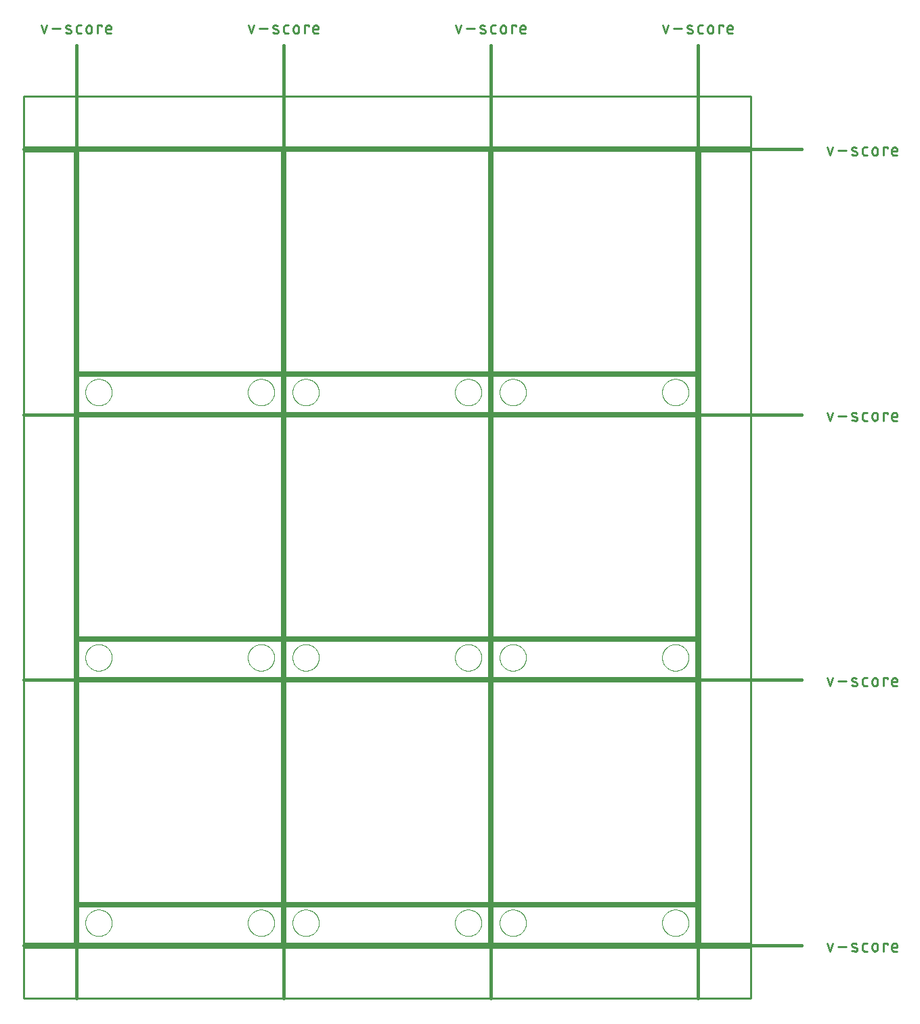
<source format=gko>
G75*
%MOIN*%
%OFA0B0*%
%FSLAX25Y25*%
%IPPOS*%
%LPD*%
%AMOC8*
5,1,8,0,0,1.08239X$1,22.5*
%
%ADD10C,0.00800*%
%ADD11C,0.01500*%
%ADD12C,0.01100*%
%ADD13C,0.01000*%
%ADD14C,0.00000*%
D10*
X0028750Y0028750D02*
X0028750Y0046750D01*
X0128750Y0046750D01*
X0128750Y0028750D01*
X0028750Y0028750D01*
X0028750Y0048750D02*
X0028750Y0157250D01*
X0128750Y0157250D01*
X0128750Y0048750D01*
X0028750Y0048750D01*
X0028750Y0159250D02*
X0028750Y0177250D01*
X0128750Y0177250D01*
X0128750Y0159250D01*
X0028750Y0159250D01*
X0028750Y0179250D02*
X0028750Y0287750D01*
X0128750Y0287750D01*
X0128750Y0179250D01*
X0028750Y0179250D01*
X0130750Y0179250D02*
X0130750Y0287750D01*
X0230750Y0287750D01*
X0230750Y0179250D01*
X0130750Y0179250D01*
X0130750Y0177250D02*
X0130750Y0159250D01*
X0230750Y0159250D01*
X0230750Y0177250D01*
X0130750Y0177250D01*
X0130750Y0157250D02*
X0130750Y0048750D01*
X0230750Y0048750D01*
X0230750Y0157250D01*
X0130750Y0157250D01*
X0130750Y0046750D02*
X0130750Y0028750D01*
X0230750Y0028750D01*
X0230750Y0046750D01*
X0130750Y0046750D01*
X0232750Y0046750D02*
X0232750Y0028750D01*
X0332750Y0028750D01*
X0332750Y0046750D01*
X0232750Y0046750D01*
X0232750Y0048750D02*
X0232750Y0157250D01*
X0332750Y0157250D01*
X0332750Y0048750D01*
X0232750Y0048750D01*
X0232750Y0159250D02*
X0232750Y0177250D01*
X0332750Y0177250D01*
X0332750Y0159250D01*
X0232750Y0159250D01*
X0232750Y0179250D02*
X0232750Y0287750D01*
X0332750Y0287750D01*
X0332750Y0179250D01*
X0232750Y0179250D01*
X0232750Y0289750D02*
X0232750Y0307750D01*
X0332750Y0307750D01*
X0332750Y0289750D01*
X0232750Y0289750D01*
X0230750Y0289750D02*
X0130750Y0289750D01*
X0130750Y0307750D01*
X0230750Y0307750D01*
X0230750Y0289750D01*
X0230750Y0309750D02*
X0230750Y0418250D01*
X0130750Y0418250D01*
X0130750Y0309750D01*
X0230750Y0309750D01*
X0232750Y0309750D02*
X0232750Y0418250D01*
X0332750Y0418250D01*
X0332750Y0309750D01*
X0232750Y0309750D01*
X0128750Y0309750D02*
X0128750Y0418250D01*
X0028750Y0418250D01*
X0028750Y0309750D01*
X0128750Y0309750D01*
X0128750Y0307750D02*
X0128750Y0289750D01*
X0028750Y0289750D01*
X0028750Y0307750D01*
X0128750Y0307750D01*
D11*
X0129750Y0308750D02*
X0231750Y0308750D01*
X0333750Y0308750D01*
X0384750Y0288750D02*
X0001750Y0288750D01*
X0027750Y0308750D02*
X0129750Y0308750D01*
X0129750Y0178250D02*
X0027750Y0178250D01*
X0001750Y0158250D02*
X0384750Y0158250D01*
X0333750Y0178250D02*
X0231750Y0178250D01*
X0129750Y0178250D01*
X0129750Y0047750D02*
X0027750Y0047750D01*
X0001750Y0027750D02*
X0384750Y0027750D01*
X0333750Y0047750D02*
X0231750Y0047750D01*
X0129750Y0047750D01*
X0129750Y0001750D02*
X0129750Y0470250D01*
X0027750Y0470250D02*
X0027750Y0001750D01*
X0231750Y0001750D02*
X0231750Y0470250D01*
X0333750Y0470250D02*
X0333750Y0001750D01*
X0384750Y0419250D02*
X0001750Y0419250D01*
D12*
X0011852Y0476300D02*
X0013163Y0480233D01*
X0010541Y0480233D02*
X0011852Y0476300D01*
X0015834Y0478594D02*
X0019768Y0478594D01*
X0023136Y0478594D02*
X0024774Y0477939D01*
X0024775Y0477939D02*
X0024827Y0477916D01*
X0024878Y0477889D01*
X0024927Y0477859D01*
X0024974Y0477826D01*
X0025019Y0477790D01*
X0025061Y0477750D01*
X0025100Y0477708D01*
X0025136Y0477664D01*
X0025169Y0477617D01*
X0025199Y0477567D01*
X0025226Y0477516D01*
X0025249Y0477464D01*
X0025268Y0477410D01*
X0025284Y0477354D01*
X0025296Y0477298D01*
X0025304Y0477241D01*
X0025308Y0477184D01*
X0025309Y0477126D01*
X0025305Y0477069D01*
X0025298Y0477012D01*
X0025286Y0476955D01*
X0025271Y0476900D01*
X0025253Y0476845D01*
X0025230Y0476792D01*
X0025204Y0476741D01*
X0025175Y0476692D01*
X0025142Y0476644D01*
X0025106Y0476599D01*
X0025068Y0476557D01*
X0025026Y0476517D01*
X0024982Y0476480D01*
X0024935Y0476446D01*
X0024887Y0476415D01*
X0024836Y0476388D01*
X0024784Y0476364D01*
X0024730Y0476344D01*
X0024675Y0476328D01*
X0024619Y0476315D01*
X0024562Y0476306D01*
X0024504Y0476301D01*
X0024447Y0476300D01*
X0024938Y0479905D02*
X0024831Y0479951D01*
X0024722Y0479994D01*
X0024612Y0480034D01*
X0024500Y0480070D01*
X0024388Y0480102D01*
X0024274Y0480131D01*
X0024160Y0480157D01*
X0024045Y0480178D01*
X0023930Y0480197D01*
X0023813Y0480211D01*
X0023697Y0480222D01*
X0023580Y0480229D01*
X0023463Y0480233D01*
X0023463Y0480234D02*
X0023406Y0480233D01*
X0023348Y0480228D01*
X0023291Y0480219D01*
X0023235Y0480206D01*
X0023180Y0480190D01*
X0023126Y0480170D01*
X0023074Y0480146D01*
X0023023Y0480119D01*
X0022975Y0480088D01*
X0022928Y0480054D01*
X0022884Y0480017D01*
X0022842Y0479977D01*
X0022804Y0479935D01*
X0022768Y0479890D01*
X0022735Y0479842D01*
X0022706Y0479793D01*
X0022680Y0479742D01*
X0022657Y0479689D01*
X0022639Y0479634D01*
X0022624Y0479579D01*
X0022612Y0479522D01*
X0022605Y0479465D01*
X0022601Y0479408D01*
X0022602Y0479350D01*
X0022606Y0479293D01*
X0022614Y0479236D01*
X0022626Y0479180D01*
X0022642Y0479124D01*
X0022661Y0479070D01*
X0022684Y0479018D01*
X0022711Y0478967D01*
X0022741Y0478917D01*
X0022774Y0478870D01*
X0022810Y0478826D01*
X0022849Y0478784D01*
X0022891Y0478744D01*
X0022936Y0478708D01*
X0022983Y0478675D01*
X0023032Y0478645D01*
X0023083Y0478618D01*
X0023135Y0478595D01*
X0022644Y0476628D02*
X0022778Y0476582D01*
X0022913Y0476539D01*
X0023049Y0476500D01*
X0023186Y0476464D01*
X0023323Y0476432D01*
X0023462Y0476403D01*
X0023601Y0476377D01*
X0023741Y0476356D01*
X0023882Y0476337D01*
X0024022Y0476323D01*
X0024164Y0476312D01*
X0024305Y0476304D01*
X0024447Y0476301D01*
X0027988Y0477283D02*
X0027988Y0479250D01*
X0027990Y0479312D01*
X0027996Y0479373D01*
X0028005Y0479434D01*
X0028019Y0479494D01*
X0028036Y0479554D01*
X0028057Y0479612D01*
X0028082Y0479669D01*
X0028110Y0479724D01*
X0028141Y0479777D01*
X0028176Y0479828D01*
X0028214Y0479877D01*
X0028254Y0479923D01*
X0028298Y0479967D01*
X0028344Y0480007D01*
X0028393Y0480045D01*
X0028444Y0480080D01*
X0028497Y0480111D01*
X0028552Y0480139D01*
X0028609Y0480164D01*
X0028667Y0480185D01*
X0028727Y0480202D01*
X0028787Y0480216D01*
X0028848Y0480225D01*
X0028909Y0480231D01*
X0028971Y0480233D01*
X0030282Y0480233D01*
X0032695Y0478922D02*
X0032695Y0477611D01*
X0032696Y0477611D02*
X0032698Y0477540D01*
X0032704Y0477469D01*
X0032713Y0477399D01*
X0032727Y0477329D01*
X0032744Y0477260D01*
X0032765Y0477192D01*
X0032789Y0477126D01*
X0032817Y0477061D01*
X0032849Y0476997D01*
X0032884Y0476935D01*
X0032922Y0476875D01*
X0032963Y0476818D01*
X0033008Y0476762D01*
X0033055Y0476709D01*
X0033105Y0476659D01*
X0033158Y0476612D01*
X0033214Y0476567D01*
X0033271Y0476526D01*
X0033331Y0476488D01*
X0033393Y0476453D01*
X0033457Y0476421D01*
X0033522Y0476393D01*
X0033588Y0476369D01*
X0033656Y0476348D01*
X0033725Y0476331D01*
X0033795Y0476317D01*
X0033865Y0476308D01*
X0033936Y0476302D01*
X0034007Y0476300D01*
X0034078Y0476302D01*
X0034149Y0476308D01*
X0034219Y0476317D01*
X0034289Y0476331D01*
X0034358Y0476348D01*
X0034426Y0476369D01*
X0034492Y0476393D01*
X0034557Y0476421D01*
X0034621Y0476453D01*
X0034683Y0476488D01*
X0034743Y0476526D01*
X0034800Y0476567D01*
X0034856Y0476612D01*
X0034909Y0476659D01*
X0034959Y0476709D01*
X0035006Y0476762D01*
X0035051Y0476818D01*
X0035092Y0476875D01*
X0035130Y0476935D01*
X0035165Y0476997D01*
X0035197Y0477061D01*
X0035225Y0477126D01*
X0035249Y0477192D01*
X0035270Y0477260D01*
X0035287Y0477329D01*
X0035301Y0477399D01*
X0035310Y0477469D01*
X0035316Y0477540D01*
X0035318Y0477611D01*
X0035318Y0478922D01*
X0035316Y0478993D01*
X0035310Y0479064D01*
X0035301Y0479134D01*
X0035287Y0479204D01*
X0035270Y0479273D01*
X0035249Y0479341D01*
X0035225Y0479407D01*
X0035197Y0479472D01*
X0035165Y0479536D01*
X0035130Y0479598D01*
X0035092Y0479658D01*
X0035051Y0479715D01*
X0035006Y0479771D01*
X0034959Y0479824D01*
X0034909Y0479874D01*
X0034856Y0479921D01*
X0034800Y0479966D01*
X0034743Y0480007D01*
X0034683Y0480045D01*
X0034621Y0480080D01*
X0034557Y0480112D01*
X0034492Y0480140D01*
X0034426Y0480164D01*
X0034358Y0480185D01*
X0034289Y0480202D01*
X0034219Y0480216D01*
X0034149Y0480225D01*
X0034078Y0480231D01*
X0034007Y0480233D01*
X0033936Y0480231D01*
X0033865Y0480225D01*
X0033795Y0480216D01*
X0033725Y0480202D01*
X0033656Y0480185D01*
X0033588Y0480164D01*
X0033522Y0480140D01*
X0033457Y0480112D01*
X0033393Y0480080D01*
X0033331Y0480045D01*
X0033271Y0480007D01*
X0033214Y0479966D01*
X0033158Y0479921D01*
X0033105Y0479874D01*
X0033055Y0479824D01*
X0033008Y0479771D01*
X0032963Y0479715D01*
X0032922Y0479658D01*
X0032884Y0479598D01*
X0032849Y0479536D01*
X0032817Y0479472D01*
X0032789Y0479407D01*
X0032765Y0479341D01*
X0032744Y0479273D01*
X0032727Y0479204D01*
X0032713Y0479134D01*
X0032704Y0479064D01*
X0032698Y0478993D01*
X0032696Y0478922D01*
X0030282Y0476300D02*
X0028971Y0476300D01*
X0028909Y0476302D01*
X0028848Y0476308D01*
X0028787Y0476317D01*
X0028727Y0476331D01*
X0028667Y0476348D01*
X0028609Y0476369D01*
X0028552Y0476394D01*
X0028497Y0476422D01*
X0028444Y0476453D01*
X0028393Y0476488D01*
X0028344Y0476526D01*
X0028298Y0476566D01*
X0028254Y0476610D01*
X0028214Y0476656D01*
X0028176Y0476705D01*
X0028141Y0476756D01*
X0028110Y0476809D01*
X0028082Y0476864D01*
X0028057Y0476921D01*
X0028036Y0476979D01*
X0028019Y0477039D01*
X0028005Y0477099D01*
X0027996Y0477160D01*
X0027990Y0477221D01*
X0027988Y0477283D01*
X0038284Y0476300D02*
X0038284Y0480233D01*
X0040251Y0480233D01*
X0040251Y0479578D01*
X0042337Y0478922D02*
X0042337Y0477283D01*
X0042339Y0477221D01*
X0042345Y0477160D01*
X0042354Y0477099D01*
X0042368Y0477039D01*
X0042385Y0476979D01*
X0042406Y0476921D01*
X0042431Y0476864D01*
X0042459Y0476809D01*
X0042490Y0476756D01*
X0042525Y0476705D01*
X0042563Y0476656D01*
X0042603Y0476610D01*
X0042647Y0476566D01*
X0042693Y0476526D01*
X0042742Y0476488D01*
X0042793Y0476453D01*
X0042846Y0476422D01*
X0042901Y0476394D01*
X0042958Y0476369D01*
X0043016Y0476348D01*
X0043076Y0476331D01*
X0043136Y0476317D01*
X0043197Y0476308D01*
X0043258Y0476302D01*
X0043320Y0476300D01*
X0044959Y0476300D01*
X0044959Y0478267D02*
X0042337Y0478267D01*
X0042337Y0478922D02*
X0042339Y0478993D01*
X0042345Y0479064D01*
X0042354Y0479134D01*
X0042368Y0479204D01*
X0042385Y0479273D01*
X0042406Y0479341D01*
X0042430Y0479407D01*
X0042458Y0479472D01*
X0042490Y0479536D01*
X0042525Y0479598D01*
X0042563Y0479658D01*
X0042604Y0479715D01*
X0042649Y0479771D01*
X0042696Y0479824D01*
X0042746Y0479874D01*
X0042799Y0479921D01*
X0042855Y0479966D01*
X0042912Y0480007D01*
X0042972Y0480045D01*
X0043034Y0480080D01*
X0043098Y0480112D01*
X0043163Y0480140D01*
X0043229Y0480164D01*
X0043297Y0480185D01*
X0043366Y0480202D01*
X0043436Y0480216D01*
X0043506Y0480225D01*
X0043577Y0480231D01*
X0043648Y0480233D01*
X0043719Y0480231D01*
X0043790Y0480225D01*
X0043860Y0480216D01*
X0043930Y0480202D01*
X0043999Y0480185D01*
X0044067Y0480164D01*
X0044133Y0480140D01*
X0044198Y0480112D01*
X0044262Y0480080D01*
X0044324Y0480045D01*
X0044384Y0480007D01*
X0044441Y0479966D01*
X0044497Y0479921D01*
X0044550Y0479874D01*
X0044600Y0479824D01*
X0044647Y0479771D01*
X0044692Y0479715D01*
X0044733Y0479658D01*
X0044771Y0479598D01*
X0044806Y0479536D01*
X0044838Y0479472D01*
X0044866Y0479407D01*
X0044890Y0479341D01*
X0044911Y0479273D01*
X0044928Y0479204D01*
X0044942Y0479134D01*
X0044951Y0479064D01*
X0044957Y0478993D01*
X0044959Y0478922D01*
X0044959Y0478267D01*
X0112541Y0480233D02*
X0113852Y0476300D01*
X0115163Y0480233D01*
X0117834Y0478594D02*
X0121768Y0478594D01*
X0125136Y0478594D02*
X0126774Y0477939D01*
X0126775Y0477939D02*
X0126827Y0477916D01*
X0126878Y0477889D01*
X0126927Y0477859D01*
X0126974Y0477826D01*
X0127019Y0477790D01*
X0127061Y0477750D01*
X0127100Y0477708D01*
X0127136Y0477664D01*
X0127169Y0477617D01*
X0127199Y0477567D01*
X0127226Y0477516D01*
X0127249Y0477464D01*
X0127268Y0477410D01*
X0127284Y0477354D01*
X0127296Y0477298D01*
X0127304Y0477241D01*
X0127308Y0477184D01*
X0127309Y0477126D01*
X0127305Y0477069D01*
X0127298Y0477012D01*
X0127286Y0476955D01*
X0127271Y0476900D01*
X0127253Y0476845D01*
X0127230Y0476792D01*
X0127204Y0476741D01*
X0127175Y0476692D01*
X0127142Y0476644D01*
X0127106Y0476599D01*
X0127068Y0476557D01*
X0127026Y0476517D01*
X0126982Y0476480D01*
X0126935Y0476446D01*
X0126887Y0476415D01*
X0126836Y0476388D01*
X0126784Y0476364D01*
X0126730Y0476344D01*
X0126675Y0476328D01*
X0126619Y0476315D01*
X0126562Y0476306D01*
X0126504Y0476301D01*
X0126447Y0476300D01*
X0126938Y0479905D02*
X0126831Y0479951D01*
X0126722Y0479994D01*
X0126612Y0480034D01*
X0126500Y0480070D01*
X0126388Y0480102D01*
X0126274Y0480131D01*
X0126160Y0480157D01*
X0126045Y0480178D01*
X0125930Y0480197D01*
X0125813Y0480211D01*
X0125697Y0480222D01*
X0125580Y0480229D01*
X0125463Y0480233D01*
X0125463Y0480234D02*
X0125406Y0480233D01*
X0125348Y0480228D01*
X0125291Y0480219D01*
X0125235Y0480206D01*
X0125180Y0480190D01*
X0125126Y0480170D01*
X0125074Y0480146D01*
X0125023Y0480119D01*
X0124975Y0480088D01*
X0124928Y0480054D01*
X0124884Y0480017D01*
X0124842Y0479977D01*
X0124804Y0479935D01*
X0124768Y0479890D01*
X0124735Y0479842D01*
X0124706Y0479793D01*
X0124680Y0479742D01*
X0124657Y0479689D01*
X0124639Y0479634D01*
X0124624Y0479579D01*
X0124612Y0479522D01*
X0124605Y0479465D01*
X0124601Y0479408D01*
X0124602Y0479350D01*
X0124606Y0479293D01*
X0124614Y0479236D01*
X0124626Y0479180D01*
X0124642Y0479124D01*
X0124661Y0479070D01*
X0124684Y0479018D01*
X0124711Y0478967D01*
X0124741Y0478917D01*
X0124774Y0478870D01*
X0124810Y0478826D01*
X0124849Y0478784D01*
X0124891Y0478744D01*
X0124936Y0478708D01*
X0124983Y0478675D01*
X0125032Y0478645D01*
X0125083Y0478618D01*
X0125135Y0478595D01*
X0124644Y0476628D02*
X0124778Y0476582D01*
X0124913Y0476539D01*
X0125049Y0476500D01*
X0125186Y0476464D01*
X0125323Y0476432D01*
X0125462Y0476403D01*
X0125601Y0476377D01*
X0125741Y0476356D01*
X0125882Y0476337D01*
X0126022Y0476323D01*
X0126164Y0476312D01*
X0126305Y0476304D01*
X0126447Y0476301D01*
X0129988Y0477283D02*
X0129988Y0479250D01*
X0129990Y0479312D01*
X0129996Y0479373D01*
X0130005Y0479434D01*
X0130019Y0479494D01*
X0130036Y0479554D01*
X0130057Y0479612D01*
X0130082Y0479669D01*
X0130110Y0479724D01*
X0130141Y0479777D01*
X0130176Y0479828D01*
X0130214Y0479877D01*
X0130254Y0479923D01*
X0130298Y0479967D01*
X0130344Y0480007D01*
X0130393Y0480045D01*
X0130444Y0480080D01*
X0130497Y0480111D01*
X0130552Y0480139D01*
X0130609Y0480164D01*
X0130667Y0480185D01*
X0130727Y0480202D01*
X0130787Y0480216D01*
X0130848Y0480225D01*
X0130909Y0480231D01*
X0130971Y0480233D01*
X0132282Y0480233D01*
X0134695Y0478922D02*
X0134695Y0477611D01*
X0134696Y0477611D02*
X0134698Y0477540D01*
X0134704Y0477469D01*
X0134713Y0477399D01*
X0134727Y0477329D01*
X0134744Y0477260D01*
X0134765Y0477192D01*
X0134789Y0477126D01*
X0134817Y0477061D01*
X0134849Y0476997D01*
X0134884Y0476935D01*
X0134922Y0476875D01*
X0134963Y0476818D01*
X0135008Y0476762D01*
X0135055Y0476709D01*
X0135105Y0476659D01*
X0135158Y0476612D01*
X0135214Y0476567D01*
X0135271Y0476526D01*
X0135331Y0476488D01*
X0135393Y0476453D01*
X0135457Y0476421D01*
X0135522Y0476393D01*
X0135588Y0476369D01*
X0135656Y0476348D01*
X0135725Y0476331D01*
X0135795Y0476317D01*
X0135865Y0476308D01*
X0135936Y0476302D01*
X0136007Y0476300D01*
X0136078Y0476302D01*
X0136149Y0476308D01*
X0136219Y0476317D01*
X0136289Y0476331D01*
X0136358Y0476348D01*
X0136426Y0476369D01*
X0136492Y0476393D01*
X0136557Y0476421D01*
X0136621Y0476453D01*
X0136683Y0476488D01*
X0136743Y0476526D01*
X0136800Y0476567D01*
X0136856Y0476612D01*
X0136909Y0476659D01*
X0136959Y0476709D01*
X0137006Y0476762D01*
X0137051Y0476818D01*
X0137092Y0476875D01*
X0137130Y0476935D01*
X0137165Y0476997D01*
X0137197Y0477061D01*
X0137225Y0477126D01*
X0137249Y0477192D01*
X0137270Y0477260D01*
X0137287Y0477329D01*
X0137301Y0477399D01*
X0137310Y0477469D01*
X0137316Y0477540D01*
X0137318Y0477611D01*
X0137318Y0478922D01*
X0137316Y0478993D01*
X0137310Y0479064D01*
X0137301Y0479134D01*
X0137287Y0479204D01*
X0137270Y0479273D01*
X0137249Y0479341D01*
X0137225Y0479407D01*
X0137197Y0479472D01*
X0137165Y0479536D01*
X0137130Y0479598D01*
X0137092Y0479658D01*
X0137051Y0479715D01*
X0137006Y0479771D01*
X0136959Y0479824D01*
X0136909Y0479874D01*
X0136856Y0479921D01*
X0136800Y0479966D01*
X0136743Y0480007D01*
X0136683Y0480045D01*
X0136621Y0480080D01*
X0136557Y0480112D01*
X0136492Y0480140D01*
X0136426Y0480164D01*
X0136358Y0480185D01*
X0136289Y0480202D01*
X0136219Y0480216D01*
X0136149Y0480225D01*
X0136078Y0480231D01*
X0136007Y0480233D01*
X0135936Y0480231D01*
X0135865Y0480225D01*
X0135795Y0480216D01*
X0135725Y0480202D01*
X0135656Y0480185D01*
X0135588Y0480164D01*
X0135522Y0480140D01*
X0135457Y0480112D01*
X0135393Y0480080D01*
X0135331Y0480045D01*
X0135271Y0480007D01*
X0135214Y0479966D01*
X0135158Y0479921D01*
X0135105Y0479874D01*
X0135055Y0479824D01*
X0135008Y0479771D01*
X0134963Y0479715D01*
X0134922Y0479658D01*
X0134884Y0479598D01*
X0134849Y0479536D01*
X0134817Y0479472D01*
X0134789Y0479407D01*
X0134765Y0479341D01*
X0134744Y0479273D01*
X0134727Y0479204D01*
X0134713Y0479134D01*
X0134704Y0479064D01*
X0134698Y0478993D01*
X0134696Y0478922D01*
X0132282Y0476300D02*
X0130971Y0476300D01*
X0130909Y0476302D01*
X0130848Y0476308D01*
X0130787Y0476317D01*
X0130727Y0476331D01*
X0130667Y0476348D01*
X0130609Y0476369D01*
X0130552Y0476394D01*
X0130497Y0476422D01*
X0130444Y0476453D01*
X0130393Y0476488D01*
X0130344Y0476526D01*
X0130298Y0476566D01*
X0130254Y0476610D01*
X0130214Y0476656D01*
X0130176Y0476705D01*
X0130141Y0476756D01*
X0130110Y0476809D01*
X0130082Y0476864D01*
X0130057Y0476921D01*
X0130036Y0476979D01*
X0130019Y0477039D01*
X0130005Y0477099D01*
X0129996Y0477160D01*
X0129990Y0477221D01*
X0129988Y0477283D01*
X0140284Y0476300D02*
X0140284Y0480233D01*
X0142251Y0480233D01*
X0142251Y0479578D01*
X0144337Y0478922D02*
X0144337Y0477283D01*
X0144339Y0477221D01*
X0144345Y0477160D01*
X0144354Y0477099D01*
X0144368Y0477039D01*
X0144385Y0476979D01*
X0144406Y0476921D01*
X0144431Y0476864D01*
X0144459Y0476809D01*
X0144490Y0476756D01*
X0144525Y0476705D01*
X0144563Y0476656D01*
X0144603Y0476610D01*
X0144647Y0476566D01*
X0144693Y0476526D01*
X0144742Y0476488D01*
X0144793Y0476453D01*
X0144846Y0476422D01*
X0144901Y0476394D01*
X0144958Y0476369D01*
X0145016Y0476348D01*
X0145076Y0476331D01*
X0145136Y0476317D01*
X0145197Y0476308D01*
X0145258Y0476302D01*
X0145320Y0476300D01*
X0146959Y0476300D01*
X0146959Y0478267D02*
X0144337Y0478267D01*
X0144337Y0478922D02*
X0144339Y0478993D01*
X0144345Y0479064D01*
X0144354Y0479134D01*
X0144368Y0479204D01*
X0144385Y0479273D01*
X0144406Y0479341D01*
X0144430Y0479407D01*
X0144458Y0479472D01*
X0144490Y0479536D01*
X0144525Y0479598D01*
X0144563Y0479658D01*
X0144604Y0479715D01*
X0144649Y0479771D01*
X0144696Y0479824D01*
X0144746Y0479874D01*
X0144799Y0479921D01*
X0144855Y0479966D01*
X0144912Y0480007D01*
X0144972Y0480045D01*
X0145034Y0480080D01*
X0145098Y0480112D01*
X0145163Y0480140D01*
X0145229Y0480164D01*
X0145297Y0480185D01*
X0145366Y0480202D01*
X0145436Y0480216D01*
X0145506Y0480225D01*
X0145577Y0480231D01*
X0145648Y0480233D01*
X0145719Y0480231D01*
X0145790Y0480225D01*
X0145860Y0480216D01*
X0145930Y0480202D01*
X0145999Y0480185D01*
X0146067Y0480164D01*
X0146133Y0480140D01*
X0146198Y0480112D01*
X0146262Y0480080D01*
X0146324Y0480045D01*
X0146384Y0480007D01*
X0146441Y0479966D01*
X0146497Y0479921D01*
X0146550Y0479874D01*
X0146600Y0479824D01*
X0146647Y0479771D01*
X0146692Y0479715D01*
X0146733Y0479658D01*
X0146771Y0479598D01*
X0146806Y0479536D01*
X0146838Y0479472D01*
X0146866Y0479407D01*
X0146890Y0479341D01*
X0146911Y0479273D01*
X0146928Y0479204D01*
X0146942Y0479134D01*
X0146951Y0479064D01*
X0146957Y0478993D01*
X0146959Y0478922D01*
X0146959Y0478267D01*
X0214541Y0480233D02*
X0215852Y0476300D01*
X0217163Y0480233D01*
X0219834Y0478594D02*
X0223768Y0478594D01*
X0227136Y0478594D02*
X0228774Y0477939D01*
X0228775Y0477939D02*
X0228827Y0477916D01*
X0228878Y0477889D01*
X0228927Y0477859D01*
X0228974Y0477826D01*
X0229019Y0477790D01*
X0229061Y0477750D01*
X0229100Y0477708D01*
X0229136Y0477664D01*
X0229169Y0477617D01*
X0229199Y0477567D01*
X0229226Y0477516D01*
X0229249Y0477464D01*
X0229268Y0477410D01*
X0229284Y0477354D01*
X0229296Y0477298D01*
X0229304Y0477241D01*
X0229308Y0477184D01*
X0229309Y0477126D01*
X0229305Y0477069D01*
X0229298Y0477012D01*
X0229286Y0476955D01*
X0229271Y0476900D01*
X0229253Y0476845D01*
X0229230Y0476792D01*
X0229204Y0476741D01*
X0229175Y0476692D01*
X0229142Y0476644D01*
X0229106Y0476599D01*
X0229068Y0476557D01*
X0229026Y0476517D01*
X0228982Y0476480D01*
X0228935Y0476446D01*
X0228887Y0476415D01*
X0228836Y0476388D01*
X0228784Y0476364D01*
X0228730Y0476344D01*
X0228675Y0476328D01*
X0228619Y0476315D01*
X0228562Y0476306D01*
X0228504Y0476301D01*
X0228447Y0476300D01*
X0228938Y0479905D02*
X0228831Y0479951D01*
X0228722Y0479994D01*
X0228612Y0480034D01*
X0228500Y0480070D01*
X0228388Y0480102D01*
X0228274Y0480131D01*
X0228160Y0480157D01*
X0228045Y0480178D01*
X0227930Y0480197D01*
X0227813Y0480211D01*
X0227697Y0480222D01*
X0227580Y0480229D01*
X0227463Y0480233D01*
X0227463Y0480234D02*
X0227406Y0480233D01*
X0227348Y0480228D01*
X0227291Y0480219D01*
X0227235Y0480206D01*
X0227180Y0480190D01*
X0227126Y0480170D01*
X0227074Y0480146D01*
X0227023Y0480119D01*
X0226975Y0480088D01*
X0226928Y0480054D01*
X0226884Y0480017D01*
X0226842Y0479977D01*
X0226804Y0479935D01*
X0226768Y0479890D01*
X0226735Y0479842D01*
X0226706Y0479793D01*
X0226680Y0479742D01*
X0226657Y0479689D01*
X0226639Y0479634D01*
X0226624Y0479579D01*
X0226612Y0479522D01*
X0226605Y0479465D01*
X0226601Y0479408D01*
X0226602Y0479350D01*
X0226606Y0479293D01*
X0226614Y0479236D01*
X0226626Y0479180D01*
X0226642Y0479124D01*
X0226661Y0479070D01*
X0226684Y0479018D01*
X0226711Y0478967D01*
X0226741Y0478917D01*
X0226774Y0478870D01*
X0226810Y0478826D01*
X0226849Y0478784D01*
X0226891Y0478744D01*
X0226936Y0478708D01*
X0226983Y0478675D01*
X0227032Y0478645D01*
X0227083Y0478618D01*
X0227135Y0478595D01*
X0226644Y0476628D02*
X0226778Y0476582D01*
X0226913Y0476539D01*
X0227049Y0476500D01*
X0227186Y0476464D01*
X0227323Y0476432D01*
X0227462Y0476403D01*
X0227601Y0476377D01*
X0227741Y0476356D01*
X0227882Y0476337D01*
X0228022Y0476323D01*
X0228164Y0476312D01*
X0228305Y0476304D01*
X0228447Y0476301D01*
X0231988Y0477283D02*
X0231988Y0479250D01*
X0231990Y0479312D01*
X0231996Y0479373D01*
X0232005Y0479434D01*
X0232019Y0479494D01*
X0232036Y0479554D01*
X0232057Y0479612D01*
X0232082Y0479669D01*
X0232110Y0479724D01*
X0232141Y0479777D01*
X0232176Y0479828D01*
X0232214Y0479877D01*
X0232254Y0479923D01*
X0232298Y0479967D01*
X0232344Y0480007D01*
X0232393Y0480045D01*
X0232444Y0480080D01*
X0232497Y0480111D01*
X0232552Y0480139D01*
X0232609Y0480164D01*
X0232667Y0480185D01*
X0232727Y0480202D01*
X0232787Y0480216D01*
X0232848Y0480225D01*
X0232909Y0480231D01*
X0232971Y0480233D01*
X0234282Y0480233D01*
X0236695Y0478922D02*
X0236695Y0477611D01*
X0236696Y0477611D02*
X0236698Y0477540D01*
X0236704Y0477469D01*
X0236713Y0477399D01*
X0236727Y0477329D01*
X0236744Y0477260D01*
X0236765Y0477192D01*
X0236789Y0477126D01*
X0236817Y0477061D01*
X0236849Y0476997D01*
X0236884Y0476935D01*
X0236922Y0476875D01*
X0236963Y0476818D01*
X0237008Y0476762D01*
X0237055Y0476709D01*
X0237105Y0476659D01*
X0237158Y0476612D01*
X0237214Y0476567D01*
X0237271Y0476526D01*
X0237331Y0476488D01*
X0237393Y0476453D01*
X0237457Y0476421D01*
X0237522Y0476393D01*
X0237588Y0476369D01*
X0237656Y0476348D01*
X0237725Y0476331D01*
X0237795Y0476317D01*
X0237865Y0476308D01*
X0237936Y0476302D01*
X0238007Y0476300D01*
X0238078Y0476302D01*
X0238149Y0476308D01*
X0238219Y0476317D01*
X0238289Y0476331D01*
X0238358Y0476348D01*
X0238426Y0476369D01*
X0238492Y0476393D01*
X0238557Y0476421D01*
X0238621Y0476453D01*
X0238683Y0476488D01*
X0238743Y0476526D01*
X0238800Y0476567D01*
X0238856Y0476612D01*
X0238909Y0476659D01*
X0238959Y0476709D01*
X0239006Y0476762D01*
X0239051Y0476818D01*
X0239092Y0476875D01*
X0239130Y0476935D01*
X0239165Y0476997D01*
X0239197Y0477061D01*
X0239225Y0477126D01*
X0239249Y0477192D01*
X0239270Y0477260D01*
X0239287Y0477329D01*
X0239301Y0477399D01*
X0239310Y0477469D01*
X0239316Y0477540D01*
X0239318Y0477611D01*
X0239318Y0478922D01*
X0239316Y0478993D01*
X0239310Y0479064D01*
X0239301Y0479134D01*
X0239287Y0479204D01*
X0239270Y0479273D01*
X0239249Y0479341D01*
X0239225Y0479407D01*
X0239197Y0479472D01*
X0239165Y0479536D01*
X0239130Y0479598D01*
X0239092Y0479658D01*
X0239051Y0479715D01*
X0239006Y0479771D01*
X0238959Y0479824D01*
X0238909Y0479874D01*
X0238856Y0479921D01*
X0238800Y0479966D01*
X0238743Y0480007D01*
X0238683Y0480045D01*
X0238621Y0480080D01*
X0238557Y0480112D01*
X0238492Y0480140D01*
X0238426Y0480164D01*
X0238358Y0480185D01*
X0238289Y0480202D01*
X0238219Y0480216D01*
X0238149Y0480225D01*
X0238078Y0480231D01*
X0238007Y0480233D01*
X0237936Y0480231D01*
X0237865Y0480225D01*
X0237795Y0480216D01*
X0237725Y0480202D01*
X0237656Y0480185D01*
X0237588Y0480164D01*
X0237522Y0480140D01*
X0237457Y0480112D01*
X0237393Y0480080D01*
X0237331Y0480045D01*
X0237271Y0480007D01*
X0237214Y0479966D01*
X0237158Y0479921D01*
X0237105Y0479874D01*
X0237055Y0479824D01*
X0237008Y0479771D01*
X0236963Y0479715D01*
X0236922Y0479658D01*
X0236884Y0479598D01*
X0236849Y0479536D01*
X0236817Y0479472D01*
X0236789Y0479407D01*
X0236765Y0479341D01*
X0236744Y0479273D01*
X0236727Y0479204D01*
X0236713Y0479134D01*
X0236704Y0479064D01*
X0236698Y0478993D01*
X0236696Y0478922D01*
X0234282Y0476300D02*
X0232971Y0476300D01*
X0232909Y0476302D01*
X0232848Y0476308D01*
X0232787Y0476317D01*
X0232727Y0476331D01*
X0232667Y0476348D01*
X0232609Y0476369D01*
X0232552Y0476394D01*
X0232497Y0476422D01*
X0232444Y0476453D01*
X0232393Y0476488D01*
X0232344Y0476526D01*
X0232298Y0476566D01*
X0232254Y0476610D01*
X0232214Y0476656D01*
X0232176Y0476705D01*
X0232141Y0476756D01*
X0232110Y0476809D01*
X0232082Y0476864D01*
X0232057Y0476921D01*
X0232036Y0476979D01*
X0232019Y0477039D01*
X0232005Y0477099D01*
X0231996Y0477160D01*
X0231990Y0477221D01*
X0231988Y0477283D01*
X0242284Y0476300D02*
X0242284Y0480233D01*
X0244251Y0480233D01*
X0244251Y0479578D01*
X0246337Y0478922D02*
X0246337Y0477283D01*
X0246339Y0477221D01*
X0246345Y0477160D01*
X0246354Y0477099D01*
X0246368Y0477039D01*
X0246385Y0476979D01*
X0246406Y0476921D01*
X0246431Y0476864D01*
X0246459Y0476809D01*
X0246490Y0476756D01*
X0246525Y0476705D01*
X0246563Y0476656D01*
X0246603Y0476610D01*
X0246647Y0476566D01*
X0246693Y0476526D01*
X0246742Y0476488D01*
X0246793Y0476453D01*
X0246846Y0476422D01*
X0246901Y0476394D01*
X0246958Y0476369D01*
X0247016Y0476348D01*
X0247076Y0476331D01*
X0247136Y0476317D01*
X0247197Y0476308D01*
X0247258Y0476302D01*
X0247320Y0476300D01*
X0248959Y0476300D01*
X0248959Y0478267D02*
X0246337Y0478267D01*
X0246337Y0478922D02*
X0246339Y0478993D01*
X0246345Y0479064D01*
X0246354Y0479134D01*
X0246368Y0479204D01*
X0246385Y0479273D01*
X0246406Y0479341D01*
X0246430Y0479407D01*
X0246458Y0479472D01*
X0246490Y0479536D01*
X0246525Y0479598D01*
X0246563Y0479658D01*
X0246604Y0479715D01*
X0246649Y0479771D01*
X0246696Y0479824D01*
X0246746Y0479874D01*
X0246799Y0479921D01*
X0246855Y0479966D01*
X0246912Y0480007D01*
X0246972Y0480045D01*
X0247034Y0480080D01*
X0247098Y0480112D01*
X0247163Y0480140D01*
X0247229Y0480164D01*
X0247297Y0480185D01*
X0247366Y0480202D01*
X0247436Y0480216D01*
X0247506Y0480225D01*
X0247577Y0480231D01*
X0247648Y0480233D01*
X0247719Y0480231D01*
X0247790Y0480225D01*
X0247860Y0480216D01*
X0247930Y0480202D01*
X0247999Y0480185D01*
X0248067Y0480164D01*
X0248133Y0480140D01*
X0248198Y0480112D01*
X0248262Y0480080D01*
X0248324Y0480045D01*
X0248384Y0480007D01*
X0248441Y0479966D01*
X0248497Y0479921D01*
X0248550Y0479874D01*
X0248600Y0479824D01*
X0248647Y0479771D01*
X0248692Y0479715D01*
X0248733Y0479658D01*
X0248771Y0479598D01*
X0248806Y0479536D01*
X0248838Y0479472D01*
X0248866Y0479407D01*
X0248890Y0479341D01*
X0248911Y0479273D01*
X0248928Y0479204D01*
X0248942Y0479134D01*
X0248951Y0479064D01*
X0248957Y0478993D01*
X0248959Y0478922D01*
X0248959Y0478267D01*
X0316541Y0480233D02*
X0317852Y0476300D01*
X0319163Y0480233D01*
X0321834Y0478594D02*
X0325768Y0478594D01*
X0329136Y0478594D02*
X0330774Y0477939D01*
X0330775Y0477939D02*
X0330827Y0477916D01*
X0330878Y0477889D01*
X0330927Y0477859D01*
X0330974Y0477826D01*
X0331019Y0477790D01*
X0331061Y0477750D01*
X0331100Y0477708D01*
X0331136Y0477664D01*
X0331169Y0477617D01*
X0331199Y0477567D01*
X0331226Y0477516D01*
X0331249Y0477464D01*
X0331268Y0477410D01*
X0331284Y0477354D01*
X0331296Y0477298D01*
X0331304Y0477241D01*
X0331308Y0477184D01*
X0331309Y0477126D01*
X0331305Y0477069D01*
X0331298Y0477012D01*
X0331286Y0476955D01*
X0331271Y0476900D01*
X0331253Y0476845D01*
X0331230Y0476792D01*
X0331204Y0476741D01*
X0331175Y0476692D01*
X0331142Y0476644D01*
X0331106Y0476599D01*
X0331068Y0476557D01*
X0331026Y0476517D01*
X0330982Y0476480D01*
X0330935Y0476446D01*
X0330887Y0476415D01*
X0330836Y0476388D01*
X0330784Y0476364D01*
X0330730Y0476344D01*
X0330675Y0476328D01*
X0330619Y0476315D01*
X0330562Y0476306D01*
X0330504Y0476301D01*
X0330447Y0476300D01*
X0330938Y0479905D02*
X0330831Y0479951D01*
X0330722Y0479994D01*
X0330612Y0480034D01*
X0330500Y0480070D01*
X0330388Y0480102D01*
X0330274Y0480131D01*
X0330160Y0480157D01*
X0330045Y0480178D01*
X0329930Y0480197D01*
X0329813Y0480211D01*
X0329697Y0480222D01*
X0329580Y0480229D01*
X0329463Y0480233D01*
X0329463Y0480234D02*
X0329406Y0480233D01*
X0329348Y0480228D01*
X0329291Y0480219D01*
X0329235Y0480206D01*
X0329180Y0480190D01*
X0329126Y0480170D01*
X0329074Y0480146D01*
X0329023Y0480119D01*
X0328975Y0480088D01*
X0328928Y0480054D01*
X0328884Y0480017D01*
X0328842Y0479977D01*
X0328804Y0479935D01*
X0328768Y0479890D01*
X0328735Y0479842D01*
X0328706Y0479793D01*
X0328680Y0479742D01*
X0328657Y0479689D01*
X0328639Y0479634D01*
X0328624Y0479579D01*
X0328612Y0479522D01*
X0328605Y0479465D01*
X0328601Y0479408D01*
X0328602Y0479350D01*
X0328606Y0479293D01*
X0328614Y0479236D01*
X0328626Y0479180D01*
X0328642Y0479124D01*
X0328661Y0479070D01*
X0328684Y0479018D01*
X0328711Y0478967D01*
X0328741Y0478917D01*
X0328774Y0478870D01*
X0328810Y0478826D01*
X0328849Y0478784D01*
X0328891Y0478744D01*
X0328936Y0478708D01*
X0328983Y0478675D01*
X0329032Y0478645D01*
X0329083Y0478618D01*
X0329135Y0478595D01*
X0328644Y0476628D02*
X0328778Y0476582D01*
X0328913Y0476539D01*
X0329049Y0476500D01*
X0329186Y0476464D01*
X0329323Y0476432D01*
X0329462Y0476403D01*
X0329601Y0476377D01*
X0329741Y0476356D01*
X0329882Y0476337D01*
X0330022Y0476323D01*
X0330164Y0476312D01*
X0330305Y0476304D01*
X0330447Y0476301D01*
X0333988Y0477283D02*
X0333988Y0479250D01*
X0333990Y0479312D01*
X0333996Y0479373D01*
X0334005Y0479434D01*
X0334019Y0479494D01*
X0334036Y0479554D01*
X0334057Y0479612D01*
X0334082Y0479669D01*
X0334110Y0479724D01*
X0334141Y0479777D01*
X0334176Y0479828D01*
X0334214Y0479877D01*
X0334254Y0479923D01*
X0334298Y0479967D01*
X0334344Y0480007D01*
X0334393Y0480045D01*
X0334444Y0480080D01*
X0334497Y0480111D01*
X0334552Y0480139D01*
X0334609Y0480164D01*
X0334667Y0480185D01*
X0334727Y0480202D01*
X0334787Y0480216D01*
X0334848Y0480225D01*
X0334909Y0480231D01*
X0334971Y0480233D01*
X0336282Y0480233D01*
X0338695Y0478922D02*
X0338695Y0477611D01*
X0338696Y0477611D02*
X0338698Y0477540D01*
X0338704Y0477469D01*
X0338713Y0477399D01*
X0338727Y0477329D01*
X0338744Y0477260D01*
X0338765Y0477192D01*
X0338789Y0477126D01*
X0338817Y0477061D01*
X0338849Y0476997D01*
X0338884Y0476935D01*
X0338922Y0476875D01*
X0338963Y0476818D01*
X0339008Y0476762D01*
X0339055Y0476709D01*
X0339105Y0476659D01*
X0339158Y0476612D01*
X0339214Y0476567D01*
X0339271Y0476526D01*
X0339331Y0476488D01*
X0339393Y0476453D01*
X0339457Y0476421D01*
X0339522Y0476393D01*
X0339588Y0476369D01*
X0339656Y0476348D01*
X0339725Y0476331D01*
X0339795Y0476317D01*
X0339865Y0476308D01*
X0339936Y0476302D01*
X0340007Y0476300D01*
X0340078Y0476302D01*
X0340149Y0476308D01*
X0340219Y0476317D01*
X0340289Y0476331D01*
X0340358Y0476348D01*
X0340426Y0476369D01*
X0340492Y0476393D01*
X0340557Y0476421D01*
X0340621Y0476453D01*
X0340683Y0476488D01*
X0340743Y0476526D01*
X0340800Y0476567D01*
X0340856Y0476612D01*
X0340909Y0476659D01*
X0340959Y0476709D01*
X0341006Y0476762D01*
X0341051Y0476818D01*
X0341092Y0476875D01*
X0341130Y0476935D01*
X0341165Y0476997D01*
X0341197Y0477061D01*
X0341225Y0477126D01*
X0341249Y0477192D01*
X0341270Y0477260D01*
X0341287Y0477329D01*
X0341301Y0477399D01*
X0341310Y0477469D01*
X0341316Y0477540D01*
X0341318Y0477611D01*
X0341318Y0478922D01*
X0341316Y0478993D01*
X0341310Y0479064D01*
X0341301Y0479134D01*
X0341287Y0479204D01*
X0341270Y0479273D01*
X0341249Y0479341D01*
X0341225Y0479407D01*
X0341197Y0479472D01*
X0341165Y0479536D01*
X0341130Y0479598D01*
X0341092Y0479658D01*
X0341051Y0479715D01*
X0341006Y0479771D01*
X0340959Y0479824D01*
X0340909Y0479874D01*
X0340856Y0479921D01*
X0340800Y0479966D01*
X0340743Y0480007D01*
X0340683Y0480045D01*
X0340621Y0480080D01*
X0340557Y0480112D01*
X0340492Y0480140D01*
X0340426Y0480164D01*
X0340358Y0480185D01*
X0340289Y0480202D01*
X0340219Y0480216D01*
X0340149Y0480225D01*
X0340078Y0480231D01*
X0340007Y0480233D01*
X0339936Y0480231D01*
X0339865Y0480225D01*
X0339795Y0480216D01*
X0339725Y0480202D01*
X0339656Y0480185D01*
X0339588Y0480164D01*
X0339522Y0480140D01*
X0339457Y0480112D01*
X0339393Y0480080D01*
X0339331Y0480045D01*
X0339271Y0480007D01*
X0339214Y0479966D01*
X0339158Y0479921D01*
X0339105Y0479874D01*
X0339055Y0479824D01*
X0339008Y0479771D01*
X0338963Y0479715D01*
X0338922Y0479658D01*
X0338884Y0479598D01*
X0338849Y0479536D01*
X0338817Y0479472D01*
X0338789Y0479407D01*
X0338765Y0479341D01*
X0338744Y0479273D01*
X0338727Y0479204D01*
X0338713Y0479134D01*
X0338704Y0479064D01*
X0338698Y0478993D01*
X0338696Y0478922D01*
X0336282Y0476300D02*
X0334971Y0476300D01*
X0334909Y0476302D01*
X0334848Y0476308D01*
X0334787Y0476317D01*
X0334727Y0476331D01*
X0334667Y0476348D01*
X0334609Y0476369D01*
X0334552Y0476394D01*
X0334497Y0476422D01*
X0334444Y0476453D01*
X0334393Y0476488D01*
X0334344Y0476526D01*
X0334298Y0476566D01*
X0334254Y0476610D01*
X0334214Y0476656D01*
X0334176Y0476705D01*
X0334141Y0476756D01*
X0334110Y0476809D01*
X0334082Y0476864D01*
X0334057Y0476921D01*
X0334036Y0476979D01*
X0334019Y0477039D01*
X0334005Y0477099D01*
X0333996Y0477160D01*
X0333990Y0477221D01*
X0333988Y0477283D01*
X0344284Y0476300D02*
X0344284Y0480233D01*
X0346251Y0480233D01*
X0346251Y0479578D01*
X0348337Y0478922D02*
X0348337Y0477283D01*
X0348339Y0477221D01*
X0348345Y0477160D01*
X0348354Y0477099D01*
X0348368Y0477039D01*
X0348385Y0476979D01*
X0348406Y0476921D01*
X0348431Y0476864D01*
X0348459Y0476809D01*
X0348490Y0476756D01*
X0348525Y0476705D01*
X0348563Y0476656D01*
X0348603Y0476610D01*
X0348647Y0476566D01*
X0348693Y0476526D01*
X0348742Y0476488D01*
X0348793Y0476453D01*
X0348846Y0476422D01*
X0348901Y0476394D01*
X0348958Y0476369D01*
X0349016Y0476348D01*
X0349076Y0476331D01*
X0349136Y0476317D01*
X0349197Y0476308D01*
X0349258Y0476302D01*
X0349320Y0476300D01*
X0350959Y0476300D01*
X0350959Y0478267D02*
X0348337Y0478267D01*
X0348337Y0478922D02*
X0348339Y0478993D01*
X0348345Y0479064D01*
X0348354Y0479134D01*
X0348368Y0479204D01*
X0348385Y0479273D01*
X0348406Y0479341D01*
X0348430Y0479407D01*
X0348458Y0479472D01*
X0348490Y0479536D01*
X0348525Y0479598D01*
X0348563Y0479658D01*
X0348604Y0479715D01*
X0348649Y0479771D01*
X0348696Y0479824D01*
X0348746Y0479874D01*
X0348799Y0479921D01*
X0348855Y0479966D01*
X0348912Y0480007D01*
X0348972Y0480045D01*
X0349034Y0480080D01*
X0349098Y0480112D01*
X0349163Y0480140D01*
X0349229Y0480164D01*
X0349297Y0480185D01*
X0349366Y0480202D01*
X0349436Y0480216D01*
X0349506Y0480225D01*
X0349577Y0480231D01*
X0349648Y0480233D01*
X0349719Y0480231D01*
X0349790Y0480225D01*
X0349860Y0480216D01*
X0349930Y0480202D01*
X0349999Y0480185D01*
X0350067Y0480164D01*
X0350133Y0480140D01*
X0350198Y0480112D01*
X0350262Y0480080D01*
X0350324Y0480045D01*
X0350384Y0480007D01*
X0350441Y0479966D01*
X0350497Y0479921D01*
X0350550Y0479874D01*
X0350600Y0479824D01*
X0350647Y0479771D01*
X0350692Y0479715D01*
X0350733Y0479658D01*
X0350771Y0479598D01*
X0350806Y0479536D01*
X0350838Y0479472D01*
X0350866Y0479407D01*
X0350890Y0479341D01*
X0350911Y0479273D01*
X0350928Y0479204D01*
X0350942Y0479134D01*
X0350951Y0479064D01*
X0350957Y0478993D01*
X0350959Y0478922D01*
X0350959Y0478267D01*
X0397541Y0420233D02*
X0398852Y0416300D01*
X0400163Y0420233D01*
X0402834Y0418594D02*
X0406768Y0418594D01*
X0410136Y0418594D02*
X0411774Y0417939D01*
X0411775Y0417939D02*
X0411827Y0417916D01*
X0411878Y0417889D01*
X0411927Y0417859D01*
X0411974Y0417826D01*
X0412019Y0417790D01*
X0412061Y0417750D01*
X0412100Y0417708D01*
X0412136Y0417664D01*
X0412169Y0417617D01*
X0412199Y0417567D01*
X0412226Y0417516D01*
X0412249Y0417464D01*
X0412268Y0417410D01*
X0412284Y0417354D01*
X0412296Y0417298D01*
X0412304Y0417241D01*
X0412308Y0417184D01*
X0412309Y0417126D01*
X0412305Y0417069D01*
X0412298Y0417012D01*
X0412286Y0416955D01*
X0412271Y0416900D01*
X0412253Y0416845D01*
X0412230Y0416792D01*
X0412204Y0416741D01*
X0412175Y0416692D01*
X0412142Y0416644D01*
X0412106Y0416599D01*
X0412068Y0416557D01*
X0412026Y0416517D01*
X0411982Y0416480D01*
X0411935Y0416446D01*
X0411887Y0416415D01*
X0411836Y0416388D01*
X0411784Y0416364D01*
X0411730Y0416344D01*
X0411675Y0416328D01*
X0411619Y0416315D01*
X0411562Y0416306D01*
X0411504Y0416301D01*
X0411447Y0416300D01*
X0411938Y0419905D02*
X0411831Y0419951D01*
X0411722Y0419994D01*
X0411612Y0420034D01*
X0411500Y0420070D01*
X0411388Y0420102D01*
X0411274Y0420131D01*
X0411160Y0420157D01*
X0411045Y0420178D01*
X0410930Y0420197D01*
X0410813Y0420211D01*
X0410697Y0420222D01*
X0410580Y0420229D01*
X0410463Y0420233D01*
X0410463Y0420234D02*
X0410406Y0420233D01*
X0410348Y0420228D01*
X0410291Y0420219D01*
X0410235Y0420206D01*
X0410180Y0420190D01*
X0410126Y0420170D01*
X0410074Y0420146D01*
X0410023Y0420119D01*
X0409975Y0420088D01*
X0409928Y0420054D01*
X0409884Y0420017D01*
X0409842Y0419977D01*
X0409804Y0419935D01*
X0409768Y0419890D01*
X0409735Y0419842D01*
X0409706Y0419793D01*
X0409680Y0419742D01*
X0409657Y0419689D01*
X0409639Y0419634D01*
X0409624Y0419579D01*
X0409612Y0419522D01*
X0409605Y0419465D01*
X0409601Y0419408D01*
X0409602Y0419350D01*
X0409606Y0419293D01*
X0409614Y0419236D01*
X0409626Y0419180D01*
X0409642Y0419124D01*
X0409661Y0419070D01*
X0409684Y0419018D01*
X0409711Y0418967D01*
X0409741Y0418917D01*
X0409774Y0418870D01*
X0409810Y0418826D01*
X0409849Y0418784D01*
X0409891Y0418744D01*
X0409936Y0418708D01*
X0409983Y0418675D01*
X0410032Y0418645D01*
X0410083Y0418618D01*
X0410135Y0418595D01*
X0409644Y0416628D02*
X0409778Y0416582D01*
X0409913Y0416539D01*
X0410049Y0416500D01*
X0410186Y0416464D01*
X0410323Y0416432D01*
X0410462Y0416403D01*
X0410601Y0416377D01*
X0410741Y0416356D01*
X0410882Y0416337D01*
X0411022Y0416323D01*
X0411164Y0416312D01*
X0411305Y0416304D01*
X0411447Y0416301D01*
X0414988Y0417283D02*
X0414988Y0419250D01*
X0414990Y0419312D01*
X0414996Y0419373D01*
X0415005Y0419434D01*
X0415019Y0419494D01*
X0415036Y0419554D01*
X0415057Y0419612D01*
X0415082Y0419669D01*
X0415110Y0419724D01*
X0415141Y0419777D01*
X0415176Y0419828D01*
X0415214Y0419877D01*
X0415254Y0419923D01*
X0415298Y0419967D01*
X0415344Y0420007D01*
X0415393Y0420045D01*
X0415444Y0420080D01*
X0415497Y0420111D01*
X0415552Y0420139D01*
X0415609Y0420164D01*
X0415667Y0420185D01*
X0415727Y0420202D01*
X0415787Y0420216D01*
X0415848Y0420225D01*
X0415909Y0420231D01*
X0415971Y0420233D01*
X0417282Y0420233D01*
X0419695Y0418922D02*
X0419695Y0417611D01*
X0419696Y0417611D02*
X0419698Y0417540D01*
X0419704Y0417469D01*
X0419713Y0417399D01*
X0419727Y0417329D01*
X0419744Y0417260D01*
X0419765Y0417192D01*
X0419789Y0417126D01*
X0419817Y0417061D01*
X0419849Y0416997D01*
X0419884Y0416935D01*
X0419922Y0416875D01*
X0419963Y0416818D01*
X0420008Y0416762D01*
X0420055Y0416709D01*
X0420105Y0416659D01*
X0420158Y0416612D01*
X0420214Y0416567D01*
X0420271Y0416526D01*
X0420331Y0416488D01*
X0420393Y0416453D01*
X0420457Y0416421D01*
X0420522Y0416393D01*
X0420588Y0416369D01*
X0420656Y0416348D01*
X0420725Y0416331D01*
X0420795Y0416317D01*
X0420865Y0416308D01*
X0420936Y0416302D01*
X0421007Y0416300D01*
X0421078Y0416302D01*
X0421149Y0416308D01*
X0421219Y0416317D01*
X0421289Y0416331D01*
X0421358Y0416348D01*
X0421426Y0416369D01*
X0421492Y0416393D01*
X0421557Y0416421D01*
X0421621Y0416453D01*
X0421683Y0416488D01*
X0421743Y0416526D01*
X0421800Y0416567D01*
X0421856Y0416612D01*
X0421909Y0416659D01*
X0421959Y0416709D01*
X0422006Y0416762D01*
X0422051Y0416818D01*
X0422092Y0416875D01*
X0422130Y0416935D01*
X0422165Y0416997D01*
X0422197Y0417061D01*
X0422225Y0417126D01*
X0422249Y0417192D01*
X0422270Y0417260D01*
X0422287Y0417329D01*
X0422301Y0417399D01*
X0422310Y0417469D01*
X0422316Y0417540D01*
X0422318Y0417611D01*
X0422318Y0418922D01*
X0422316Y0418993D01*
X0422310Y0419064D01*
X0422301Y0419134D01*
X0422287Y0419204D01*
X0422270Y0419273D01*
X0422249Y0419341D01*
X0422225Y0419407D01*
X0422197Y0419472D01*
X0422165Y0419536D01*
X0422130Y0419598D01*
X0422092Y0419658D01*
X0422051Y0419715D01*
X0422006Y0419771D01*
X0421959Y0419824D01*
X0421909Y0419874D01*
X0421856Y0419921D01*
X0421800Y0419966D01*
X0421743Y0420007D01*
X0421683Y0420045D01*
X0421621Y0420080D01*
X0421557Y0420112D01*
X0421492Y0420140D01*
X0421426Y0420164D01*
X0421358Y0420185D01*
X0421289Y0420202D01*
X0421219Y0420216D01*
X0421149Y0420225D01*
X0421078Y0420231D01*
X0421007Y0420233D01*
X0420936Y0420231D01*
X0420865Y0420225D01*
X0420795Y0420216D01*
X0420725Y0420202D01*
X0420656Y0420185D01*
X0420588Y0420164D01*
X0420522Y0420140D01*
X0420457Y0420112D01*
X0420393Y0420080D01*
X0420331Y0420045D01*
X0420271Y0420007D01*
X0420214Y0419966D01*
X0420158Y0419921D01*
X0420105Y0419874D01*
X0420055Y0419824D01*
X0420008Y0419771D01*
X0419963Y0419715D01*
X0419922Y0419658D01*
X0419884Y0419598D01*
X0419849Y0419536D01*
X0419817Y0419472D01*
X0419789Y0419407D01*
X0419765Y0419341D01*
X0419744Y0419273D01*
X0419727Y0419204D01*
X0419713Y0419134D01*
X0419704Y0419064D01*
X0419698Y0418993D01*
X0419696Y0418922D01*
X0417282Y0416300D02*
X0415971Y0416300D01*
X0415909Y0416302D01*
X0415848Y0416308D01*
X0415787Y0416317D01*
X0415727Y0416331D01*
X0415667Y0416348D01*
X0415609Y0416369D01*
X0415552Y0416394D01*
X0415497Y0416422D01*
X0415444Y0416453D01*
X0415393Y0416488D01*
X0415344Y0416526D01*
X0415298Y0416566D01*
X0415254Y0416610D01*
X0415214Y0416656D01*
X0415176Y0416705D01*
X0415141Y0416756D01*
X0415110Y0416809D01*
X0415082Y0416864D01*
X0415057Y0416921D01*
X0415036Y0416979D01*
X0415019Y0417039D01*
X0415005Y0417099D01*
X0414996Y0417160D01*
X0414990Y0417221D01*
X0414988Y0417283D01*
X0425284Y0416300D02*
X0425284Y0420233D01*
X0427251Y0420233D01*
X0427251Y0419578D01*
X0429337Y0418922D02*
X0429337Y0417283D01*
X0429339Y0417221D01*
X0429345Y0417160D01*
X0429354Y0417099D01*
X0429368Y0417039D01*
X0429385Y0416979D01*
X0429406Y0416921D01*
X0429431Y0416864D01*
X0429459Y0416809D01*
X0429490Y0416756D01*
X0429525Y0416705D01*
X0429563Y0416656D01*
X0429603Y0416610D01*
X0429647Y0416566D01*
X0429693Y0416526D01*
X0429742Y0416488D01*
X0429793Y0416453D01*
X0429846Y0416422D01*
X0429901Y0416394D01*
X0429958Y0416369D01*
X0430016Y0416348D01*
X0430076Y0416331D01*
X0430136Y0416317D01*
X0430197Y0416308D01*
X0430258Y0416302D01*
X0430320Y0416300D01*
X0431959Y0416300D01*
X0431959Y0418267D02*
X0429337Y0418267D01*
X0429337Y0418922D02*
X0429339Y0418993D01*
X0429345Y0419064D01*
X0429354Y0419134D01*
X0429368Y0419204D01*
X0429385Y0419273D01*
X0429406Y0419341D01*
X0429430Y0419407D01*
X0429458Y0419472D01*
X0429490Y0419536D01*
X0429525Y0419598D01*
X0429563Y0419658D01*
X0429604Y0419715D01*
X0429649Y0419771D01*
X0429696Y0419824D01*
X0429746Y0419874D01*
X0429799Y0419921D01*
X0429855Y0419966D01*
X0429912Y0420007D01*
X0429972Y0420045D01*
X0430034Y0420080D01*
X0430098Y0420112D01*
X0430163Y0420140D01*
X0430229Y0420164D01*
X0430297Y0420185D01*
X0430366Y0420202D01*
X0430436Y0420216D01*
X0430506Y0420225D01*
X0430577Y0420231D01*
X0430648Y0420233D01*
X0430719Y0420231D01*
X0430790Y0420225D01*
X0430860Y0420216D01*
X0430930Y0420202D01*
X0430999Y0420185D01*
X0431067Y0420164D01*
X0431133Y0420140D01*
X0431198Y0420112D01*
X0431262Y0420080D01*
X0431324Y0420045D01*
X0431384Y0420007D01*
X0431441Y0419966D01*
X0431497Y0419921D01*
X0431550Y0419874D01*
X0431600Y0419824D01*
X0431647Y0419771D01*
X0431692Y0419715D01*
X0431733Y0419658D01*
X0431771Y0419598D01*
X0431806Y0419536D01*
X0431838Y0419472D01*
X0431866Y0419407D01*
X0431890Y0419341D01*
X0431911Y0419273D01*
X0431928Y0419204D01*
X0431942Y0419134D01*
X0431951Y0419064D01*
X0431957Y0418993D01*
X0431959Y0418922D01*
X0431959Y0418267D01*
X0409644Y0286128D02*
X0409778Y0286082D01*
X0409913Y0286039D01*
X0410049Y0286000D01*
X0410186Y0285964D01*
X0410323Y0285932D01*
X0410462Y0285903D01*
X0410601Y0285877D01*
X0410741Y0285856D01*
X0410882Y0285837D01*
X0411022Y0285823D01*
X0411164Y0285812D01*
X0411305Y0285804D01*
X0411447Y0285801D01*
X0411447Y0285800D02*
X0411504Y0285801D01*
X0411562Y0285806D01*
X0411619Y0285815D01*
X0411675Y0285828D01*
X0411730Y0285844D01*
X0411784Y0285864D01*
X0411836Y0285888D01*
X0411887Y0285915D01*
X0411935Y0285946D01*
X0411982Y0285980D01*
X0412026Y0286017D01*
X0412068Y0286057D01*
X0412106Y0286099D01*
X0412142Y0286144D01*
X0412175Y0286192D01*
X0412204Y0286241D01*
X0412230Y0286292D01*
X0412253Y0286345D01*
X0412271Y0286400D01*
X0412286Y0286455D01*
X0412298Y0286512D01*
X0412305Y0286569D01*
X0412309Y0286626D01*
X0412308Y0286684D01*
X0412304Y0286741D01*
X0412296Y0286798D01*
X0412284Y0286854D01*
X0412268Y0286910D01*
X0412249Y0286964D01*
X0412226Y0287016D01*
X0412199Y0287067D01*
X0412169Y0287117D01*
X0412136Y0287164D01*
X0412100Y0287208D01*
X0412061Y0287250D01*
X0412019Y0287290D01*
X0411974Y0287326D01*
X0411927Y0287359D01*
X0411878Y0287389D01*
X0411827Y0287416D01*
X0411775Y0287439D01*
X0411774Y0287439D02*
X0410136Y0288094D01*
X0410135Y0288095D02*
X0410083Y0288118D01*
X0410032Y0288145D01*
X0409983Y0288175D01*
X0409936Y0288208D01*
X0409891Y0288244D01*
X0409849Y0288284D01*
X0409810Y0288326D01*
X0409774Y0288370D01*
X0409741Y0288417D01*
X0409711Y0288467D01*
X0409684Y0288518D01*
X0409661Y0288570D01*
X0409642Y0288624D01*
X0409626Y0288680D01*
X0409614Y0288736D01*
X0409606Y0288793D01*
X0409602Y0288850D01*
X0409601Y0288908D01*
X0409605Y0288965D01*
X0409612Y0289022D01*
X0409624Y0289079D01*
X0409639Y0289134D01*
X0409657Y0289189D01*
X0409680Y0289242D01*
X0409706Y0289293D01*
X0409735Y0289342D01*
X0409768Y0289390D01*
X0409804Y0289435D01*
X0409842Y0289477D01*
X0409884Y0289517D01*
X0409928Y0289554D01*
X0409975Y0289588D01*
X0410023Y0289619D01*
X0410074Y0289646D01*
X0410126Y0289670D01*
X0410180Y0289690D01*
X0410235Y0289706D01*
X0410291Y0289719D01*
X0410348Y0289728D01*
X0410406Y0289733D01*
X0410463Y0289734D01*
X0410463Y0289733D02*
X0410580Y0289729D01*
X0410697Y0289722D01*
X0410813Y0289711D01*
X0410930Y0289697D01*
X0411045Y0289678D01*
X0411160Y0289657D01*
X0411274Y0289631D01*
X0411388Y0289602D01*
X0411500Y0289570D01*
X0411612Y0289534D01*
X0411722Y0289494D01*
X0411831Y0289451D01*
X0411938Y0289405D01*
X0414988Y0288750D02*
X0414988Y0286783D01*
X0414990Y0286721D01*
X0414996Y0286660D01*
X0415005Y0286599D01*
X0415019Y0286539D01*
X0415036Y0286479D01*
X0415057Y0286421D01*
X0415082Y0286364D01*
X0415110Y0286309D01*
X0415141Y0286256D01*
X0415176Y0286205D01*
X0415214Y0286156D01*
X0415254Y0286110D01*
X0415298Y0286066D01*
X0415344Y0286026D01*
X0415393Y0285988D01*
X0415444Y0285953D01*
X0415497Y0285922D01*
X0415552Y0285894D01*
X0415609Y0285869D01*
X0415667Y0285848D01*
X0415727Y0285831D01*
X0415787Y0285817D01*
X0415848Y0285808D01*
X0415909Y0285802D01*
X0415971Y0285800D01*
X0417282Y0285800D01*
X0419695Y0287111D02*
X0419695Y0288422D01*
X0419696Y0288422D02*
X0419698Y0288493D01*
X0419704Y0288564D01*
X0419713Y0288634D01*
X0419727Y0288704D01*
X0419744Y0288773D01*
X0419765Y0288841D01*
X0419789Y0288907D01*
X0419817Y0288972D01*
X0419849Y0289036D01*
X0419884Y0289098D01*
X0419922Y0289158D01*
X0419963Y0289215D01*
X0420008Y0289271D01*
X0420055Y0289324D01*
X0420105Y0289374D01*
X0420158Y0289421D01*
X0420214Y0289466D01*
X0420271Y0289507D01*
X0420331Y0289545D01*
X0420393Y0289580D01*
X0420457Y0289612D01*
X0420522Y0289640D01*
X0420588Y0289664D01*
X0420656Y0289685D01*
X0420725Y0289702D01*
X0420795Y0289716D01*
X0420865Y0289725D01*
X0420936Y0289731D01*
X0421007Y0289733D01*
X0421078Y0289731D01*
X0421149Y0289725D01*
X0421219Y0289716D01*
X0421289Y0289702D01*
X0421358Y0289685D01*
X0421426Y0289664D01*
X0421492Y0289640D01*
X0421557Y0289612D01*
X0421621Y0289580D01*
X0421683Y0289545D01*
X0421743Y0289507D01*
X0421800Y0289466D01*
X0421856Y0289421D01*
X0421909Y0289374D01*
X0421959Y0289324D01*
X0422006Y0289271D01*
X0422051Y0289215D01*
X0422092Y0289158D01*
X0422130Y0289098D01*
X0422165Y0289036D01*
X0422197Y0288972D01*
X0422225Y0288907D01*
X0422249Y0288841D01*
X0422270Y0288773D01*
X0422287Y0288704D01*
X0422301Y0288634D01*
X0422310Y0288564D01*
X0422316Y0288493D01*
X0422318Y0288422D01*
X0422318Y0287111D01*
X0422316Y0287040D01*
X0422310Y0286969D01*
X0422301Y0286899D01*
X0422287Y0286829D01*
X0422270Y0286760D01*
X0422249Y0286692D01*
X0422225Y0286626D01*
X0422197Y0286561D01*
X0422165Y0286497D01*
X0422130Y0286435D01*
X0422092Y0286375D01*
X0422051Y0286318D01*
X0422006Y0286262D01*
X0421959Y0286209D01*
X0421909Y0286159D01*
X0421856Y0286112D01*
X0421800Y0286067D01*
X0421743Y0286026D01*
X0421683Y0285988D01*
X0421621Y0285953D01*
X0421557Y0285921D01*
X0421492Y0285893D01*
X0421426Y0285869D01*
X0421358Y0285848D01*
X0421289Y0285831D01*
X0421219Y0285817D01*
X0421149Y0285808D01*
X0421078Y0285802D01*
X0421007Y0285800D01*
X0420936Y0285802D01*
X0420865Y0285808D01*
X0420795Y0285817D01*
X0420725Y0285831D01*
X0420656Y0285848D01*
X0420588Y0285869D01*
X0420522Y0285893D01*
X0420457Y0285921D01*
X0420393Y0285953D01*
X0420331Y0285988D01*
X0420271Y0286026D01*
X0420214Y0286067D01*
X0420158Y0286112D01*
X0420105Y0286159D01*
X0420055Y0286209D01*
X0420008Y0286262D01*
X0419963Y0286318D01*
X0419922Y0286375D01*
X0419884Y0286435D01*
X0419849Y0286497D01*
X0419817Y0286561D01*
X0419789Y0286626D01*
X0419765Y0286692D01*
X0419744Y0286760D01*
X0419727Y0286829D01*
X0419713Y0286899D01*
X0419704Y0286969D01*
X0419698Y0287040D01*
X0419696Y0287111D01*
X0417282Y0289733D02*
X0415971Y0289733D01*
X0415909Y0289731D01*
X0415848Y0289725D01*
X0415787Y0289716D01*
X0415727Y0289702D01*
X0415667Y0289685D01*
X0415609Y0289664D01*
X0415552Y0289639D01*
X0415497Y0289611D01*
X0415444Y0289580D01*
X0415393Y0289545D01*
X0415344Y0289507D01*
X0415298Y0289467D01*
X0415254Y0289423D01*
X0415214Y0289377D01*
X0415176Y0289328D01*
X0415141Y0289277D01*
X0415110Y0289224D01*
X0415082Y0289169D01*
X0415057Y0289112D01*
X0415036Y0289054D01*
X0415019Y0288994D01*
X0415005Y0288934D01*
X0414996Y0288873D01*
X0414990Y0288812D01*
X0414988Y0288750D01*
X0406768Y0288094D02*
X0402834Y0288094D01*
X0400163Y0289733D02*
X0398852Y0285800D01*
X0397541Y0289733D01*
X0425284Y0289733D02*
X0425284Y0285800D01*
X0427251Y0289078D02*
X0427251Y0289733D01*
X0425284Y0289733D01*
X0429337Y0288422D02*
X0429337Y0286783D01*
X0429339Y0286721D01*
X0429345Y0286660D01*
X0429354Y0286599D01*
X0429368Y0286539D01*
X0429385Y0286479D01*
X0429406Y0286421D01*
X0429431Y0286364D01*
X0429459Y0286309D01*
X0429490Y0286256D01*
X0429525Y0286205D01*
X0429563Y0286156D01*
X0429603Y0286110D01*
X0429647Y0286066D01*
X0429693Y0286026D01*
X0429742Y0285988D01*
X0429793Y0285953D01*
X0429846Y0285922D01*
X0429901Y0285894D01*
X0429958Y0285869D01*
X0430016Y0285848D01*
X0430076Y0285831D01*
X0430136Y0285817D01*
X0430197Y0285808D01*
X0430258Y0285802D01*
X0430320Y0285800D01*
X0431959Y0285800D01*
X0431959Y0287767D02*
X0429337Y0287767D01*
X0429337Y0288422D02*
X0429339Y0288493D01*
X0429345Y0288564D01*
X0429354Y0288634D01*
X0429368Y0288704D01*
X0429385Y0288773D01*
X0429406Y0288841D01*
X0429430Y0288907D01*
X0429458Y0288972D01*
X0429490Y0289036D01*
X0429525Y0289098D01*
X0429563Y0289158D01*
X0429604Y0289215D01*
X0429649Y0289271D01*
X0429696Y0289324D01*
X0429746Y0289374D01*
X0429799Y0289421D01*
X0429855Y0289466D01*
X0429912Y0289507D01*
X0429972Y0289545D01*
X0430034Y0289580D01*
X0430098Y0289612D01*
X0430163Y0289640D01*
X0430229Y0289664D01*
X0430297Y0289685D01*
X0430366Y0289702D01*
X0430436Y0289716D01*
X0430506Y0289725D01*
X0430577Y0289731D01*
X0430648Y0289733D01*
X0430719Y0289731D01*
X0430790Y0289725D01*
X0430860Y0289716D01*
X0430930Y0289702D01*
X0430999Y0289685D01*
X0431067Y0289664D01*
X0431133Y0289640D01*
X0431198Y0289612D01*
X0431262Y0289580D01*
X0431324Y0289545D01*
X0431384Y0289507D01*
X0431441Y0289466D01*
X0431497Y0289421D01*
X0431550Y0289374D01*
X0431600Y0289324D01*
X0431647Y0289271D01*
X0431692Y0289215D01*
X0431733Y0289158D01*
X0431771Y0289098D01*
X0431806Y0289036D01*
X0431838Y0288972D01*
X0431866Y0288907D01*
X0431890Y0288841D01*
X0431911Y0288773D01*
X0431928Y0288704D01*
X0431942Y0288634D01*
X0431951Y0288564D01*
X0431957Y0288493D01*
X0431959Y0288422D01*
X0431959Y0287767D01*
X0409644Y0155628D02*
X0409778Y0155582D01*
X0409913Y0155539D01*
X0410049Y0155500D01*
X0410186Y0155464D01*
X0410323Y0155432D01*
X0410462Y0155403D01*
X0410601Y0155377D01*
X0410741Y0155356D01*
X0410882Y0155337D01*
X0411022Y0155323D01*
X0411164Y0155312D01*
X0411305Y0155304D01*
X0411447Y0155301D01*
X0411447Y0155300D02*
X0411504Y0155301D01*
X0411562Y0155306D01*
X0411619Y0155315D01*
X0411675Y0155328D01*
X0411730Y0155344D01*
X0411784Y0155364D01*
X0411836Y0155388D01*
X0411887Y0155415D01*
X0411935Y0155446D01*
X0411982Y0155480D01*
X0412026Y0155517D01*
X0412068Y0155557D01*
X0412106Y0155599D01*
X0412142Y0155644D01*
X0412175Y0155692D01*
X0412204Y0155741D01*
X0412230Y0155792D01*
X0412253Y0155845D01*
X0412271Y0155900D01*
X0412286Y0155955D01*
X0412298Y0156012D01*
X0412305Y0156069D01*
X0412309Y0156126D01*
X0412308Y0156184D01*
X0412304Y0156241D01*
X0412296Y0156298D01*
X0412284Y0156354D01*
X0412268Y0156410D01*
X0412249Y0156464D01*
X0412226Y0156516D01*
X0412199Y0156567D01*
X0412169Y0156617D01*
X0412136Y0156664D01*
X0412100Y0156708D01*
X0412061Y0156750D01*
X0412019Y0156790D01*
X0411974Y0156826D01*
X0411927Y0156859D01*
X0411878Y0156889D01*
X0411827Y0156916D01*
X0411775Y0156939D01*
X0411774Y0156939D02*
X0410136Y0157594D01*
X0410135Y0157595D02*
X0410083Y0157618D01*
X0410032Y0157645D01*
X0409983Y0157675D01*
X0409936Y0157708D01*
X0409891Y0157744D01*
X0409849Y0157784D01*
X0409810Y0157826D01*
X0409774Y0157870D01*
X0409741Y0157917D01*
X0409711Y0157967D01*
X0409684Y0158018D01*
X0409661Y0158070D01*
X0409642Y0158124D01*
X0409626Y0158180D01*
X0409614Y0158236D01*
X0409606Y0158293D01*
X0409602Y0158350D01*
X0409601Y0158408D01*
X0409605Y0158465D01*
X0409612Y0158522D01*
X0409624Y0158579D01*
X0409639Y0158634D01*
X0409657Y0158689D01*
X0409680Y0158742D01*
X0409706Y0158793D01*
X0409735Y0158842D01*
X0409768Y0158890D01*
X0409804Y0158935D01*
X0409842Y0158977D01*
X0409884Y0159017D01*
X0409928Y0159054D01*
X0409975Y0159088D01*
X0410023Y0159119D01*
X0410074Y0159146D01*
X0410126Y0159170D01*
X0410180Y0159190D01*
X0410235Y0159206D01*
X0410291Y0159219D01*
X0410348Y0159228D01*
X0410406Y0159233D01*
X0410463Y0159234D01*
X0410463Y0159233D02*
X0410580Y0159229D01*
X0410697Y0159222D01*
X0410813Y0159211D01*
X0410930Y0159197D01*
X0411045Y0159178D01*
X0411160Y0159157D01*
X0411274Y0159131D01*
X0411388Y0159102D01*
X0411500Y0159070D01*
X0411612Y0159034D01*
X0411722Y0158994D01*
X0411831Y0158951D01*
X0411938Y0158905D01*
X0414988Y0158250D02*
X0414988Y0156283D01*
X0414990Y0156221D01*
X0414996Y0156160D01*
X0415005Y0156099D01*
X0415019Y0156039D01*
X0415036Y0155979D01*
X0415057Y0155921D01*
X0415082Y0155864D01*
X0415110Y0155809D01*
X0415141Y0155756D01*
X0415176Y0155705D01*
X0415214Y0155656D01*
X0415254Y0155610D01*
X0415298Y0155566D01*
X0415344Y0155526D01*
X0415393Y0155488D01*
X0415444Y0155453D01*
X0415497Y0155422D01*
X0415552Y0155394D01*
X0415609Y0155369D01*
X0415667Y0155348D01*
X0415727Y0155331D01*
X0415787Y0155317D01*
X0415848Y0155308D01*
X0415909Y0155302D01*
X0415971Y0155300D01*
X0417282Y0155300D01*
X0419695Y0156611D02*
X0419695Y0157922D01*
X0419696Y0157922D02*
X0419698Y0157993D01*
X0419704Y0158064D01*
X0419713Y0158134D01*
X0419727Y0158204D01*
X0419744Y0158273D01*
X0419765Y0158341D01*
X0419789Y0158407D01*
X0419817Y0158472D01*
X0419849Y0158536D01*
X0419884Y0158598D01*
X0419922Y0158658D01*
X0419963Y0158715D01*
X0420008Y0158771D01*
X0420055Y0158824D01*
X0420105Y0158874D01*
X0420158Y0158921D01*
X0420214Y0158966D01*
X0420271Y0159007D01*
X0420331Y0159045D01*
X0420393Y0159080D01*
X0420457Y0159112D01*
X0420522Y0159140D01*
X0420588Y0159164D01*
X0420656Y0159185D01*
X0420725Y0159202D01*
X0420795Y0159216D01*
X0420865Y0159225D01*
X0420936Y0159231D01*
X0421007Y0159233D01*
X0421078Y0159231D01*
X0421149Y0159225D01*
X0421219Y0159216D01*
X0421289Y0159202D01*
X0421358Y0159185D01*
X0421426Y0159164D01*
X0421492Y0159140D01*
X0421557Y0159112D01*
X0421621Y0159080D01*
X0421683Y0159045D01*
X0421743Y0159007D01*
X0421800Y0158966D01*
X0421856Y0158921D01*
X0421909Y0158874D01*
X0421959Y0158824D01*
X0422006Y0158771D01*
X0422051Y0158715D01*
X0422092Y0158658D01*
X0422130Y0158598D01*
X0422165Y0158536D01*
X0422197Y0158472D01*
X0422225Y0158407D01*
X0422249Y0158341D01*
X0422270Y0158273D01*
X0422287Y0158204D01*
X0422301Y0158134D01*
X0422310Y0158064D01*
X0422316Y0157993D01*
X0422318Y0157922D01*
X0422318Y0156611D01*
X0422316Y0156540D01*
X0422310Y0156469D01*
X0422301Y0156399D01*
X0422287Y0156329D01*
X0422270Y0156260D01*
X0422249Y0156192D01*
X0422225Y0156126D01*
X0422197Y0156061D01*
X0422165Y0155997D01*
X0422130Y0155935D01*
X0422092Y0155875D01*
X0422051Y0155818D01*
X0422006Y0155762D01*
X0421959Y0155709D01*
X0421909Y0155659D01*
X0421856Y0155612D01*
X0421800Y0155567D01*
X0421743Y0155526D01*
X0421683Y0155488D01*
X0421621Y0155453D01*
X0421557Y0155421D01*
X0421492Y0155393D01*
X0421426Y0155369D01*
X0421358Y0155348D01*
X0421289Y0155331D01*
X0421219Y0155317D01*
X0421149Y0155308D01*
X0421078Y0155302D01*
X0421007Y0155300D01*
X0420936Y0155302D01*
X0420865Y0155308D01*
X0420795Y0155317D01*
X0420725Y0155331D01*
X0420656Y0155348D01*
X0420588Y0155369D01*
X0420522Y0155393D01*
X0420457Y0155421D01*
X0420393Y0155453D01*
X0420331Y0155488D01*
X0420271Y0155526D01*
X0420214Y0155567D01*
X0420158Y0155612D01*
X0420105Y0155659D01*
X0420055Y0155709D01*
X0420008Y0155762D01*
X0419963Y0155818D01*
X0419922Y0155875D01*
X0419884Y0155935D01*
X0419849Y0155997D01*
X0419817Y0156061D01*
X0419789Y0156126D01*
X0419765Y0156192D01*
X0419744Y0156260D01*
X0419727Y0156329D01*
X0419713Y0156399D01*
X0419704Y0156469D01*
X0419698Y0156540D01*
X0419696Y0156611D01*
X0417282Y0159233D02*
X0415971Y0159233D01*
X0415909Y0159231D01*
X0415848Y0159225D01*
X0415787Y0159216D01*
X0415727Y0159202D01*
X0415667Y0159185D01*
X0415609Y0159164D01*
X0415552Y0159139D01*
X0415497Y0159111D01*
X0415444Y0159080D01*
X0415393Y0159045D01*
X0415344Y0159007D01*
X0415298Y0158967D01*
X0415254Y0158923D01*
X0415214Y0158877D01*
X0415176Y0158828D01*
X0415141Y0158777D01*
X0415110Y0158724D01*
X0415082Y0158669D01*
X0415057Y0158612D01*
X0415036Y0158554D01*
X0415019Y0158494D01*
X0415005Y0158434D01*
X0414996Y0158373D01*
X0414990Y0158312D01*
X0414988Y0158250D01*
X0406768Y0157594D02*
X0402834Y0157594D01*
X0400163Y0159233D02*
X0398852Y0155300D01*
X0397541Y0159233D01*
X0425284Y0159233D02*
X0425284Y0155300D01*
X0427251Y0158578D02*
X0427251Y0159233D01*
X0425284Y0159233D01*
X0429337Y0157922D02*
X0429337Y0156283D01*
X0429339Y0156221D01*
X0429345Y0156160D01*
X0429354Y0156099D01*
X0429368Y0156039D01*
X0429385Y0155979D01*
X0429406Y0155921D01*
X0429431Y0155864D01*
X0429459Y0155809D01*
X0429490Y0155756D01*
X0429525Y0155705D01*
X0429563Y0155656D01*
X0429603Y0155610D01*
X0429647Y0155566D01*
X0429693Y0155526D01*
X0429742Y0155488D01*
X0429793Y0155453D01*
X0429846Y0155422D01*
X0429901Y0155394D01*
X0429958Y0155369D01*
X0430016Y0155348D01*
X0430076Y0155331D01*
X0430136Y0155317D01*
X0430197Y0155308D01*
X0430258Y0155302D01*
X0430320Y0155300D01*
X0431959Y0155300D01*
X0431959Y0157267D02*
X0429337Y0157267D01*
X0429337Y0157922D02*
X0429339Y0157993D01*
X0429345Y0158064D01*
X0429354Y0158134D01*
X0429368Y0158204D01*
X0429385Y0158273D01*
X0429406Y0158341D01*
X0429430Y0158407D01*
X0429458Y0158472D01*
X0429490Y0158536D01*
X0429525Y0158598D01*
X0429563Y0158658D01*
X0429604Y0158715D01*
X0429649Y0158771D01*
X0429696Y0158824D01*
X0429746Y0158874D01*
X0429799Y0158921D01*
X0429855Y0158966D01*
X0429912Y0159007D01*
X0429972Y0159045D01*
X0430034Y0159080D01*
X0430098Y0159112D01*
X0430163Y0159140D01*
X0430229Y0159164D01*
X0430297Y0159185D01*
X0430366Y0159202D01*
X0430436Y0159216D01*
X0430506Y0159225D01*
X0430577Y0159231D01*
X0430648Y0159233D01*
X0430719Y0159231D01*
X0430790Y0159225D01*
X0430860Y0159216D01*
X0430930Y0159202D01*
X0430999Y0159185D01*
X0431067Y0159164D01*
X0431133Y0159140D01*
X0431198Y0159112D01*
X0431262Y0159080D01*
X0431324Y0159045D01*
X0431384Y0159007D01*
X0431441Y0158966D01*
X0431497Y0158921D01*
X0431550Y0158874D01*
X0431600Y0158824D01*
X0431647Y0158771D01*
X0431692Y0158715D01*
X0431733Y0158658D01*
X0431771Y0158598D01*
X0431806Y0158536D01*
X0431838Y0158472D01*
X0431866Y0158407D01*
X0431890Y0158341D01*
X0431911Y0158273D01*
X0431928Y0158204D01*
X0431942Y0158134D01*
X0431951Y0158064D01*
X0431957Y0157993D01*
X0431959Y0157922D01*
X0431959Y0157267D01*
X0409644Y0025128D02*
X0409778Y0025082D01*
X0409913Y0025039D01*
X0410049Y0025000D01*
X0410186Y0024964D01*
X0410323Y0024932D01*
X0410462Y0024903D01*
X0410601Y0024877D01*
X0410741Y0024856D01*
X0410882Y0024837D01*
X0411022Y0024823D01*
X0411164Y0024812D01*
X0411305Y0024804D01*
X0411447Y0024801D01*
X0411447Y0024800D02*
X0411504Y0024801D01*
X0411562Y0024806D01*
X0411619Y0024815D01*
X0411675Y0024828D01*
X0411730Y0024844D01*
X0411784Y0024864D01*
X0411836Y0024888D01*
X0411887Y0024915D01*
X0411935Y0024946D01*
X0411982Y0024980D01*
X0412026Y0025017D01*
X0412068Y0025057D01*
X0412106Y0025099D01*
X0412142Y0025144D01*
X0412175Y0025192D01*
X0412204Y0025241D01*
X0412230Y0025292D01*
X0412253Y0025345D01*
X0412271Y0025400D01*
X0412286Y0025455D01*
X0412298Y0025512D01*
X0412305Y0025569D01*
X0412309Y0025626D01*
X0412308Y0025684D01*
X0412304Y0025741D01*
X0412296Y0025798D01*
X0412284Y0025854D01*
X0412268Y0025910D01*
X0412249Y0025964D01*
X0412226Y0026016D01*
X0412199Y0026067D01*
X0412169Y0026117D01*
X0412136Y0026164D01*
X0412100Y0026208D01*
X0412061Y0026250D01*
X0412019Y0026290D01*
X0411974Y0026326D01*
X0411927Y0026359D01*
X0411878Y0026389D01*
X0411827Y0026416D01*
X0411775Y0026439D01*
X0411774Y0026439D02*
X0410136Y0027094D01*
X0410135Y0027095D02*
X0410083Y0027118D01*
X0410032Y0027145D01*
X0409983Y0027175D01*
X0409936Y0027208D01*
X0409891Y0027244D01*
X0409849Y0027284D01*
X0409810Y0027326D01*
X0409774Y0027370D01*
X0409741Y0027417D01*
X0409711Y0027467D01*
X0409684Y0027518D01*
X0409661Y0027570D01*
X0409642Y0027624D01*
X0409626Y0027680D01*
X0409614Y0027736D01*
X0409606Y0027793D01*
X0409602Y0027850D01*
X0409601Y0027908D01*
X0409605Y0027965D01*
X0409612Y0028022D01*
X0409624Y0028079D01*
X0409639Y0028134D01*
X0409657Y0028189D01*
X0409680Y0028242D01*
X0409706Y0028293D01*
X0409735Y0028342D01*
X0409768Y0028390D01*
X0409804Y0028435D01*
X0409842Y0028477D01*
X0409884Y0028517D01*
X0409928Y0028554D01*
X0409975Y0028588D01*
X0410023Y0028619D01*
X0410074Y0028646D01*
X0410126Y0028670D01*
X0410180Y0028690D01*
X0410235Y0028706D01*
X0410291Y0028719D01*
X0410348Y0028728D01*
X0410406Y0028733D01*
X0410463Y0028734D01*
X0410463Y0028733D02*
X0410580Y0028729D01*
X0410697Y0028722D01*
X0410813Y0028711D01*
X0410930Y0028697D01*
X0411045Y0028678D01*
X0411160Y0028657D01*
X0411274Y0028631D01*
X0411388Y0028602D01*
X0411500Y0028570D01*
X0411612Y0028534D01*
X0411722Y0028494D01*
X0411831Y0028451D01*
X0411938Y0028405D01*
X0414988Y0027750D02*
X0414988Y0025783D01*
X0414990Y0025721D01*
X0414996Y0025660D01*
X0415005Y0025599D01*
X0415019Y0025539D01*
X0415036Y0025479D01*
X0415057Y0025421D01*
X0415082Y0025364D01*
X0415110Y0025309D01*
X0415141Y0025256D01*
X0415176Y0025205D01*
X0415214Y0025156D01*
X0415254Y0025110D01*
X0415298Y0025066D01*
X0415344Y0025026D01*
X0415393Y0024988D01*
X0415444Y0024953D01*
X0415497Y0024922D01*
X0415552Y0024894D01*
X0415609Y0024869D01*
X0415667Y0024848D01*
X0415727Y0024831D01*
X0415787Y0024817D01*
X0415848Y0024808D01*
X0415909Y0024802D01*
X0415971Y0024800D01*
X0417282Y0024800D01*
X0419695Y0026111D02*
X0419695Y0027422D01*
X0419696Y0027422D02*
X0419698Y0027493D01*
X0419704Y0027564D01*
X0419713Y0027634D01*
X0419727Y0027704D01*
X0419744Y0027773D01*
X0419765Y0027841D01*
X0419789Y0027907D01*
X0419817Y0027972D01*
X0419849Y0028036D01*
X0419884Y0028098D01*
X0419922Y0028158D01*
X0419963Y0028215D01*
X0420008Y0028271D01*
X0420055Y0028324D01*
X0420105Y0028374D01*
X0420158Y0028421D01*
X0420214Y0028466D01*
X0420271Y0028507D01*
X0420331Y0028545D01*
X0420393Y0028580D01*
X0420457Y0028612D01*
X0420522Y0028640D01*
X0420588Y0028664D01*
X0420656Y0028685D01*
X0420725Y0028702D01*
X0420795Y0028716D01*
X0420865Y0028725D01*
X0420936Y0028731D01*
X0421007Y0028733D01*
X0421078Y0028731D01*
X0421149Y0028725D01*
X0421219Y0028716D01*
X0421289Y0028702D01*
X0421358Y0028685D01*
X0421426Y0028664D01*
X0421492Y0028640D01*
X0421557Y0028612D01*
X0421621Y0028580D01*
X0421683Y0028545D01*
X0421743Y0028507D01*
X0421800Y0028466D01*
X0421856Y0028421D01*
X0421909Y0028374D01*
X0421959Y0028324D01*
X0422006Y0028271D01*
X0422051Y0028215D01*
X0422092Y0028158D01*
X0422130Y0028098D01*
X0422165Y0028036D01*
X0422197Y0027972D01*
X0422225Y0027907D01*
X0422249Y0027841D01*
X0422270Y0027773D01*
X0422287Y0027704D01*
X0422301Y0027634D01*
X0422310Y0027564D01*
X0422316Y0027493D01*
X0422318Y0027422D01*
X0422318Y0026111D01*
X0422316Y0026040D01*
X0422310Y0025969D01*
X0422301Y0025899D01*
X0422287Y0025829D01*
X0422270Y0025760D01*
X0422249Y0025692D01*
X0422225Y0025626D01*
X0422197Y0025561D01*
X0422165Y0025497D01*
X0422130Y0025435D01*
X0422092Y0025375D01*
X0422051Y0025318D01*
X0422006Y0025262D01*
X0421959Y0025209D01*
X0421909Y0025159D01*
X0421856Y0025112D01*
X0421800Y0025067D01*
X0421743Y0025026D01*
X0421683Y0024988D01*
X0421621Y0024953D01*
X0421557Y0024921D01*
X0421492Y0024893D01*
X0421426Y0024869D01*
X0421358Y0024848D01*
X0421289Y0024831D01*
X0421219Y0024817D01*
X0421149Y0024808D01*
X0421078Y0024802D01*
X0421007Y0024800D01*
X0420936Y0024802D01*
X0420865Y0024808D01*
X0420795Y0024817D01*
X0420725Y0024831D01*
X0420656Y0024848D01*
X0420588Y0024869D01*
X0420522Y0024893D01*
X0420457Y0024921D01*
X0420393Y0024953D01*
X0420331Y0024988D01*
X0420271Y0025026D01*
X0420214Y0025067D01*
X0420158Y0025112D01*
X0420105Y0025159D01*
X0420055Y0025209D01*
X0420008Y0025262D01*
X0419963Y0025318D01*
X0419922Y0025375D01*
X0419884Y0025435D01*
X0419849Y0025497D01*
X0419817Y0025561D01*
X0419789Y0025626D01*
X0419765Y0025692D01*
X0419744Y0025760D01*
X0419727Y0025829D01*
X0419713Y0025899D01*
X0419704Y0025969D01*
X0419698Y0026040D01*
X0419696Y0026111D01*
X0417282Y0028733D02*
X0415971Y0028733D01*
X0415909Y0028731D01*
X0415848Y0028725D01*
X0415787Y0028716D01*
X0415727Y0028702D01*
X0415667Y0028685D01*
X0415609Y0028664D01*
X0415552Y0028639D01*
X0415497Y0028611D01*
X0415444Y0028580D01*
X0415393Y0028545D01*
X0415344Y0028507D01*
X0415298Y0028467D01*
X0415254Y0028423D01*
X0415214Y0028377D01*
X0415176Y0028328D01*
X0415141Y0028277D01*
X0415110Y0028224D01*
X0415082Y0028169D01*
X0415057Y0028112D01*
X0415036Y0028054D01*
X0415019Y0027994D01*
X0415005Y0027934D01*
X0414996Y0027873D01*
X0414990Y0027812D01*
X0414988Y0027750D01*
X0406768Y0027094D02*
X0402834Y0027094D01*
X0400163Y0028733D02*
X0398852Y0024800D01*
X0397541Y0028733D01*
X0425284Y0028733D02*
X0427251Y0028733D01*
X0427251Y0028078D01*
X0425284Y0028733D02*
X0425284Y0024800D01*
X0429337Y0025783D02*
X0429337Y0027422D01*
X0429337Y0026767D02*
X0431959Y0026767D01*
X0431959Y0027422D01*
X0431957Y0027493D01*
X0431951Y0027564D01*
X0431942Y0027634D01*
X0431928Y0027704D01*
X0431911Y0027773D01*
X0431890Y0027841D01*
X0431866Y0027907D01*
X0431838Y0027972D01*
X0431806Y0028036D01*
X0431771Y0028098D01*
X0431733Y0028158D01*
X0431692Y0028215D01*
X0431647Y0028271D01*
X0431600Y0028324D01*
X0431550Y0028374D01*
X0431497Y0028421D01*
X0431441Y0028466D01*
X0431384Y0028507D01*
X0431324Y0028545D01*
X0431262Y0028580D01*
X0431198Y0028612D01*
X0431133Y0028640D01*
X0431067Y0028664D01*
X0430999Y0028685D01*
X0430930Y0028702D01*
X0430860Y0028716D01*
X0430790Y0028725D01*
X0430719Y0028731D01*
X0430648Y0028733D01*
X0430577Y0028731D01*
X0430506Y0028725D01*
X0430436Y0028716D01*
X0430366Y0028702D01*
X0430297Y0028685D01*
X0430229Y0028664D01*
X0430163Y0028640D01*
X0430098Y0028612D01*
X0430034Y0028580D01*
X0429972Y0028545D01*
X0429912Y0028507D01*
X0429855Y0028466D01*
X0429799Y0028421D01*
X0429746Y0028374D01*
X0429696Y0028324D01*
X0429649Y0028271D01*
X0429604Y0028215D01*
X0429563Y0028158D01*
X0429525Y0028098D01*
X0429490Y0028036D01*
X0429458Y0027972D01*
X0429430Y0027907D01*
X0429406Y0027841D01*
X0429385Y0027773D01*
X0429368Y0027704D01*
X0429354Y0027634D01*
X0429345Y0027564D01*
X0429339Y0027493D01*
X0429337Y0027422D01*
X0429337Y0025783D02*
X0429339Y0025721D01*
X0429345Y0025660D01*
X0429354Y0025599D01*
X0429368Y0025539D01*
X0429385Y0025479D01*
X0429406Y0025421D01*
X0429431Y0025364D01*
X0429459Y0025309D01*
X0429490Y0025256D01*
X0429525Y0025205D01*
X0429563Y0025156D01*
X0429603Y0025110D01*
X0429647Y0025066D01*
X0429693Y0025026D01*
X0429742Y0024988D01*
X0429793Y0024953D01*
X0429846Y0024922D01*
X0429901Y0024894D01*
X0429958Y0024869D01*
X0430016Y0024848D01*
X0430076Y0024831D01*
X0430136Y0024817D01*
X0430197Y0024808D01*
X0430258Y0024802D01*
X0430320Y0024800D01*
X0431959Y0024800D01*
D13*
X0001750Y0026750D02*
X0001750Y0001750D01*
X0359750Y0001750D01*
X0359750Y0026750D01*
X0001750Y0026750D01*
X0001750Y0028750D02*
X0001750Y0418250D01*
X0026750Y0418250D01*
X0026750Y0028750D01*
X0001750Y0028750D01*
X0334750Y0028750D02*
X0334750Y0418250D01*
X0359750Y0418250D01*
X0359750Y0028750D01*
X0334750Y0028750D01*
X0359750Y0420250D02*
X0001750Y0420250D01*
X0001750Y0445250D01*
X0359750Y0445250D01*
X0359750Y0420250D01*
D14*
X0316250Y0299750D02*
X0316252Y0299911D01*
X0316258Y0300071D01*
X0316268Y0300232D01*
X0316282Y0300392D01*
X0316300Y0300552D01*
X0316321Y0300711D01*
X0316347Y0300870D01*
X0316377Y0301028D01*
X0316410Y0301185D01*
X0316448Y0301342D01*
X0316489Y0301497D01*
X0316534Y0301651D01*
X0316583Y0301804D01*
X0316636Y0301956D01*
X0316692Y0302107D01*
X0316753Y0302256D01*
X0316816Y0302404D01*
X0316884Y0302550D01*
X0316955Y0302694D01*
X0317029Y0302836D01*
X0317107Y0302977D01*
X0317189Y0303115D01*
X0317274Y0303252D01*
X0317362Y0303386D01*
X0317454Y0303518D01*
X0317549Y0303648D01*
X0317647Y0303776D01*
X0317748Y0303901D01*
X0317852Y0304023D01*
X0317959Y0304143D01*
X0318069Y0304260D01*
X0318182Y0304375D01*
X0318298Y0304486D01*
X0318417Y0304595D01*
X0318538Y0304700D01*
X0318662Y0304803D01*
X0318788Y0304903D01*
X0318916Y0304999D01*
X0319047Y0305092D01*
X0319181Y0305182D01*
X0319316Y0305269D01*
X0319454Y0305352D01*
X0319593Y0305432D01*
X0319735Y0305508D01*
X0319878Y0305581D01*
X0320023Y0305650D01*
X0320170Y0305716D01*
X0320318Y0305778D01*
X0320468Y0305836D01*
X0320619Y0305891D01*
X0320772Y0305942D01*
X0320926Y0305989D01*
X0321081Y0306032D01*
X0321237Y0306071D01*
X0321393Y0306107D01*
X0321551Y0306138D01*
X0321709Y0306166D01*
X0321868Y0306190D01*
X0322028Y0306210D01*
X0322188Y0306226D01*
X0322348Y0306238D01*
X0322509Y0306246D01*
X0322670Y0306250D01*
X0322830Y0306250D01*
X0322991Y0306246D01*
X0323152Y0306238D01*
X0323312Y0306226D01*
X0323472Y0306210D01*
X0323632Y0306190D01*
X0323791Y0306166D01*
X0323949Y0306138D01*
X0324107Y0306107D01*
X0324263Y0306071D01*
X0324419Y0306032D01*
X0324574Y0305989D01*
X0324728Y0305942D01*
X0324881Y0305891D01*
X0325032Y0305836D01*
X0325182Y0305778D01*
X0325330Y0305716D01*
X0325477Y0305650D01*
X0325622Y0305581D01*
X0325765Y0305508D01*
X0325907Y0305432D01*
X0326046Y0305352D01*
X0326184Y0305269D01*
X0326319Y0305182D01*
X0326453Y0305092D01*
X0326584Y0304999D01*
X0326712Y0304903D01*
X0326838Y0304803D01*
X0326962Y0304700D01*
X0327083Y0304595D01*
X0327202Y0304486D01*
X0327318Y0304375D01*
X0327431Y0304260D01*
X0327541Y0304143D01*
X0327648Y0304023D01*
X0327752Y0303901D01*
X0327853Y0303776D01*
X0327951Y0303648D01*
X0328046Y0303518D01*
X0328138Y0303386D01*
X0328226Y0303252D01*
X0328311Y0303115D01*
X0328393Y0302977D01*
X0328471Y0302836D01*
X0328545Y0302694D01*
X0328616Y0302550D01*
X0328684Y0302404D01*
X0328747Y0302256D01*
X0328808Y0302107D01*
X0328864Y0301956D01*
X0328917Y0301804D01*
X0328966Y0301651D01*
X0329011Y0301497D01*
X0329052Y0301342D01*
X0329090Y0301185D01*
X0329123Y0301028D01*
X0329153Y0300870D01*
X0329179Y0300711D01*
X0329200Y0300552D01*
X0329218Y0300392D01*
X0329232Y0300232D01*
X0329242Y0300071D01*
X0329248Y0299911D01*
X0329250Y0299750D01*
X0329248Y0299589D01*
X0329242Y0299429D01*
X0329232Y0299268D01*
X0329218Y0299108D01*
X0329200Y0298948D01*
X0329179Y0298789D01*
X0329153Y0298630D01*
X0329123Y0298472D01*
X0329090Y0298315D01*
X0329052Y0298158D01*
X0329011Y0298003D01*
X0328966Y0297849D01*
X0328917Y0297696D01*
X0328864Y0297544D01*
X0328808Y0297393D01*
X0328747Y0297244D01*
X0328684Y0297096D01*
X0328616Y0296950D01*
X0328545Y0296806D01*
X0328471Y0296664D01*
X0328393Y0296523D01*
X0328311Y0296385D01*
X0328226Y0296248D01*
X0328138Y0296114D01*
X0328046Y0295982D01*
X0327951Y0295852D01*
X0327853Y0295724D01*
X0327752Y0295599D01*
X0327648Y0295477D01*
X0327541Y0295357D01*
X0327431Y0295240D01*
X0327318Y0295125D01*
X0327202Y0295014D01*
X0327083Y0294905D01*
X0326962Y0294800D01*
X0326838Y0294697D01*
X0326712Y0294597D01*
X0326584Y0294501D01*
X0326453Y0294408D01*
X0326319Y0294318D01*
X0326184Y0294231D01*
X0326046Y0294148D01*
X0325907Y0294068D01*
X0325765Y0293992D01*
X0325622Y0293919D01*
X0325477Y0293850D01*
X0325330Y0293784D01*
X0325182Y0293722D01*
X0325032Y0293664D01*
X0324881Y0293609D01*
X0324728Y0293558D01*
X0324574Y0293511D01*
X0324419Y0293468D01*
X0324263Y0293429D01*
X0324107Y0293393D01*
X0323949Y0293362D01*
X0323791Y0293334D01*
X0323632Y0293310D01*
X0323472Y0293290D01*
X0323312Y0293274D01*
X0323152Y0293262D01*
X0322991Y0293254D01*
X0322830Y0293250D01*
X0322670Y0293250D01*
X0322509Y0293254D01*
X0322348Y0293262D01*
X0322188Y0293274D01*
X0322028Y0293290D01*
X0321868Y0293310D01*
X0321709Y0293334D01*
X0321551Y0293362D01*
X0321393Y0293393D01*
X0321237Y0293429D01*
X0321081Y0293468D01*
X0320926Y0293511D01*
X0320772Y0293558D01*
X0320619Y0293609D01*
X0320468Y0293664D01*
X0320318Y0293722D01*
X0320170Y0293784D01*
X0320023Y0293850D01*
X0319878Y0293919D01*
X0319735Y0293992D01*
X0319593Y0294068D01*
X0319454Y0294148D01*
X0319316Y0294231D01*
X0319181Y0294318D01*
X0319047Y0294408D01*
X0318916Y0294501D01*
X0318788Y0294597D01*
X0318662Y0294697D01*
X0318538Y0294800D01*
X0318417Y0294905D01*
X0318298Y0295014D01*
X0318182Y0295125D01*
X0318069Y0295240D01*
X0317959Y0295357D01*
X0317852Y0295477D01*
X0317748Y0295599D01*
X0317647Y0295724D01*
X0317549Y0295852D01*
X0317454Y0295982D01*
X0317362Y0296114D01*
X0317274Y0296248D01*
X0317189Y0296385D01*
X0317107Y0296523D01*
X0317029Y0296664D01*
X0316955Y0296806D01*
X0316884Y0296950D01*
X0316816Y0297096D01*
X0316753Y0297244D01*
X0316692Y0297393D01*
X0316636Y0297544D01*
X0316583Y0297696D01*
X0316534Y0297849D01*
X0316489Y0298003D01*
X0316448Y0298158D01*
X0316410Y0298315D01*
X0316377Y0298472D01*
X0316347Y0298630D01*
X0316321Y0298789D01*
X0316300Y0298948D01*
X0316282Y0299108D01*
X0316268Y0299268D01*
X0316258Y0299429D01*
X0316252Y0299589D01*
X0316250Y0299750D01*
X0236250Y0299750D02*
X0236252Y0299911D01*
X0236258Y0300071D01*
X0236268Y0300232D01*
X0236282Y0300392D01*
X0236300Y0300552D01*
X0236321Y0300711D01*
X0236347Y0300870D01*
X0236377Y0301028D01*
X0236410Y0301185D01*
X0236448Y0301342D01*
X0236489Y0301497D01*
X0236534Y0301651D01*
X0236583Y0301804D01*
X0236636Y0301956D01*
X0236692Y0302107D01*
X0236753Y0302256D01*
X0236816Y0302404D01*
X0236884Y0302550D01*
X0236955Y0302694D01*
X0237029Y0302836D01*
X0237107Y0302977D01*
X0237189Y0303115D01*
X0237274Y0303252D01*
X0237362Y0303386D01*
X0237454Y0303518D01*
X0237549Y0303648D01*
X0237647Y0303776D01*
X0237748Y0303901D01*
X0237852Y0304023D01*
X0237959Y0304143D01*
X0238069Y0304260D01*
X0238182Y0304375D01*
X0238298Y0304486D01*
X0238417Y0304595D01*
X0238538Y0304700D01*
X0238662Y0304803D01*
X0238788Y0304903D01*
X0238916Y0304999D01*
X0239047Y0305092D01*
X0239181Y0305182D01*
X0239316Y0305269D01*
X0239454Y0305352D01*
X0239593Y0305432D01*
X0239735Y0305508D01*
X0239878Y0305581D01*
X0240023Y0305650D01*
X0240170Y0305716D01*
X0240318Y0305778D01*
X0240468Y0305836D01*
X0240619Y0305891D01*
X0240772Y0305942D01*
X0240926Y0305989D01*
X0241081Y0306032D01*
X0241237Y0306071D01*
X0241393Y0306107D01*
X0241551Y0306138D01*
X0241709Y0306166D01*
X0241868Y0306190D01*
X0242028Y0306210D01*
X0242188Y0306226D01*
X0242348Y0306238D01*
X0242509Y0306246D01*
X0242670Y0306250D01*
X0242830Y0306250D01*
X0242991Y0306246D01*
X0243152Y0306238D01*
X0243312Y0306226D01*
X0243472Y0306210D01*
X0243632Y0306190D01*
X0243791Y0306166D01*
X0243949Y0306138D01*
X0244107Y0306107D01*
X0244263Y0306071D01*
X0244419Y0306032D01*
X0244574Y0305989D01*
X0244728Y0305942D01*
X0244881Y0305891D01*
X0245032Y0305836D01*
X0245182Y0305778D01*
X0245330Y0305716D01*
X0245477Y0305650D01*
X0245622Y0305581D01*
X0245765Y0305508D01*
X0245907Y0305432D01*
X0246046Y0305352D01*
X0246184Y0305269D01*
X0246319Y0305182D01*
X0246453Y0305092D01*
X0246584Y0304999D01*
X0246712Y0304903D01*
X0246838Y0304803D01*
X0246962Y0304700D01*
X0247083Y0304595D01*
X0247202Y0304486D01*
X0247318Y0304375D01*
X0247431Y0304260D01*
X0247541Y0304143D01*
X0247648Y0304023D01*
X0247752Y0303901D01*
X0247853Y0303776D01*
X0247951Y0303648D01*
X0248046Y0303518D01*
X0248138Y0303386D01*
X0248226Y0303252D01*
X0248311Y0303115D01*
X0248393Y0302977D01*
X0248471Y0302836D01*
X0248545Y0302694D01*
X0248616Y0302550D01*
X0248684Y0302404D01*
X0248747Y0302256D01*
X0248808Y0302107D01*
X0248864Y0301956D01*
X0248917Y0301804D01*
X0248966Y0301651D01*
X0249011Y0301497D01*
X0249052Y0301342D01*
X0249090Y0301185D01*
X0249123Y0301028D01*
X0249153Y0300870D01*
X0249179Y0300711D01*
X0249200Y0300552D01*
X0249218Y0300392D01*
X0249232Y0300232D01*
X0249242Y0300071D01*
X0249248Y0299911D01*
X0249250Y0299750D01*
X0249248Y0299589D01*
X0249242Y0299429D01*
X0249232Y0299268D01*
X0249218Y0299108D01*
X0249200Y0298948D01*
X0249179Y0298789D01*
X0249153Y0298630D01*
X0249123Y0298472D01*
X0249090Y0298315D01*
X0249052Y0298158D01*
X0249011Y0298003D01*
X0248966Y0297849D01*
X0248917Y0297696D01*
X0248864Y0297544D01*
X0248808Y0297393D01*
X0248747Y0297244D01*
X0248684Y0297096D01*
X0248616Y0296950D01*
X0248545Y0296806D01*
X0248471Y0296664D01*
X0248393Y0296523D01*
X0248311Y0296385D01*
X0248226Y0296248D01*
X0248138Y0296114D01*
X0248046Y0295982D01*
X0247951Y0295852D01*
X0247853Y0295724D01*
X0247752Y0295599D01*
X0247648Y0295477D01*
X0247541Y0295357D01*
X0247431Y0295240D01*
X0247318Y0295125D01*
X0247202Y0295014D01*
X0247083Y0294905D01*
X0246962Y0294800D01*
X0246838Y0294697D01*
X0246712Y0294597D01*
X0246584Y0294501D01*
X0246453Y0294408D01*
X0246319Y0294318D01*
X0246184Y0294231D01*
X0246046Y0294148D01*
X0245907Y0294068D01*
X0245765Y0293992D01*
X0245622Y0293919D01*
X0245477Y0293850D01*
X0245330Y0293784D01*
X0245182Y0293722D01*
X0245032Y0293664D01*
X0244881Y0293609D01*
X0244728Y0293558D01*
X0244574Y0293511D01*
X0244419Y0293468D01*
X0244263Y0293429D01*
X0244107Y0293393D01*
X0243949Y0293362D01*
X0243791Y0293334D01*
X0243632Y0293310D01*
X0243472Y0293290D01*
X0243312Y0293274D01*
X0243152Y0293262D01*
X0242991Y0293254D01*
X0242830Y0293250D01*
X0242670Y0293250D01*
X0242509Y0293254D01*
X0242348Y0293262D01*
X0242188Y0293274D01*
X0242028Y0293290D01*
X0241868Y0293310D01*
X0241709Y0293334D01*
X0241551Y0293362D01*
X0241393Y0293393D01*
X0241237Y0293429D01*
X0241081Y0293468D01*
X0240926Y0293511D01*
X0240772Y0293558D01*
X0240619Y0293609D01*
X0240468Y0293664D01*
X0240318Y0293722D01*
X0240170Y0293784D01*
X0240023Y0293850D01*
X0239878Y0293919D01*
X0239735Y0293992D01*
X0239593Y0294068D01*
X0239454Y0294148D01*
X0239316Y0294231D01*
X0239181Y0294318D01*
X0239047Y0294408D01*
X0238916Y0294501D01*
X0238788Y0294597D01*
X0238662Y0294697D01*
X0238538Y0294800D01*
X0238417Y0294905D01*
X0238298Y0295014D01*
X0238182Y0295125D01*
X0238069Y0295240D01*
X0237959Y0295357D01*
X0237852Y0295477D01*
X0237748Y0295599D01*
X0237647Y0295724D01*
X0237549Y0295852D01*
X0237454Y0295982D01*
X0237362Y0296114D01*
X0237274Y0296248D01*
X0237189Y0296385D01*
X0237107Y0296523D01*
X0237029Y0296664D01*
X0236955Y0296806D01*
X0236884Y0296950D01*
X0236816Y0297096D01*
X0236753Y0297244D01*
X0236692Y0297393D01*
X0236636Y0297544D01*
X0236583Y0297696D01*
X0236534Y0297849D01*
X0236489Y0298003D01*
X0236448Y0298158D01*
X0236410Y0298315D01*
X0236377Y0298472D01*
X0236347Y0298630D01*
X0236321Y0298789D01*
X0236300Y0298948D01*
X0236282Y0299108D01*
X0236268Y0299268D01*
X0236258Y0299429D01*
X0236252Y0299589D01*
X0236250Y0299750D01*
X0214250Y0299750D02*
X0214252Y0299911D01*
X0214258Y0300071D01*
X0214268Y0300232D01*
X0214282Y0300392D01*
X0214300Y0300552D01*
X0214321Y0300711D01*
X0214347Y0300870D01*
X0214377Y0301028D01*
X0214410Y0301185D01*
X0214448Y0301342D01*
X0214489Y0301497D01*
X0214534Y0301651D01*
X0214583Y0301804D01*
X0214636Y0301956D01*
X0214692Y0302107D01*
X0214753Y0302256D01*
X0214816Y0302404D01*
X0214884Y0302550D01*
X0214955Y0302694D01*
X0215029Y0302836D01*
X0215107Y0302977D01*
X0215189Y0303115D01*
X0215274Y0303252D01*
X0215362Y0303386D01*
X0215454Y0303518D01*
X0215549Y0303648D01*
X0215647Y0303776D01*
X0215748Y0303901D01*
X0215852Y0304023D01*
X0215959Y0304143D01*
X0216069Y0304260D01*
X0216182Y0304375D01*
X0216298Y0304486D01*
X0216417Y0304595D01*
X0216538Y0304700D01*
X0216662Y0304803D01*
X0216788Y0304903D01*
X0216916Y0304999D01*
X0217047Y0305092D01*
X0217181Y0305182D01*
X0217316Y0305269D01*
X0217454Y0305352D01*
X0217593Y0305432D01*
X0217735Y0305508D01*
X0217878Y0305581D01*
X0218023Y0305650D01*
X0218170Y0305716D01*
X0218318Y0305778D01*
X0218468Y0305836D01*
X0218619Y0305891D01*
X0218772Y0305942D01*
X0218926Y0305989D01*
X0219081Y0306032D01*
X0219237Y0306071D01*
X0219393Y0306107D01*
X0219551Y0306138D01*
X0219709Y0306166D01*
X0219868Y0306190D01*
X0220028Y0306210D01*
X0220188Y0306226D01*
X0220348Y0306238D01*
X0220509Y0306246D01*
X0220670Y0306250D01*
X0220830Y0306250D01*
X0220991Y0306246D01*
X0221152Y0306238D01*
X0221312Y0306226D01*
X0221472Y0306210D01*
X0221632Y0306190D01*
X0221791Y0306166D01*
X0221949Y0306138D01*
X0222107Y0306107D01*
X0222263Y0306071D01*
X0222419Y0306032D01*
X0222574Y0305989D01*
X0222728Y0305942D01*
X0222881Y0305891D01*
X0223032Y0305836D01*
X0223182Y0305778D01*
X0223330Y0305716D01*
X0223477Y0305650D01*
X0223622Y0305581D01*
X0223765Y0305508D01*
X0223907Y0305432D01*
X0224046Y0305352D01*
X0224184Y0305269D01*
X0224319Y0305182D01*
X0224453Y0305092D01*
X0224584Y0304999D01*
X0224712Y0304903D01*
X0224838Y0304803D01*
X0224962Y0304700D01*
X0225083Y0304595D01*
X0225202Y0304486D01*
X0225318Y0304375D01*
X0225431Y0304260D01*
X0225541Y0304143D01*
X0225648Y0304023D01*
X0225752Y0303901D01*
X0225853Y0303776D01*
X0225951Y0303648D01*
X0226046Y0303518D01*
X0226138Y0303386D01*
X0226226Y0303252D01*
X0226311Y0303115D01*
X0226393Y0302977D01*
X0226471Y0302836D01*
X0226545Y0302694D01*
X0226616Y0302550D01*
X0226684Y0302404D01*
X0226747Y0302256D01*
X0226808Y0302107D01*
X0226864Y0301956D01*
X0226917Y0301804D01*
X0226966Y0301651D01*
X0227011Y0301497D01*
X0227052Y0301342D01*
X0227090Y0301185D01*
X0227123Y0301028D01*
X0227153Y0300870D01*
X0227179Y0300711D01*
X0227200Y0300552D01*
X0227218Y0300392D01*
X0227232Y0300232D01*
X0227242Y0300071D01*
X0227248Y0299911D01*
X0227250Y0299750D01*
X0227248Y0299589D01*
X0227242Y0299429D01*
X0227232Y0299268D01*
X0227218Y0299108D01*
X0227200Y0298948D01*
X0227179Y0298789D01*
X0227153Y0298630D01*
X0227123Y0298472D01*
X0227090Y0298315D01*
X0227052Y0298158D01*
X0227011Y0298003D01*
X0226966Y0297849D01*
X0226917Y0297696D01*
X0226864Y0297544D01*
X0226808Y0297393D01*
X0226747Y0297244D01*
X0226684Y0297096D01*
X0226616Y0296950D01*
X0226545Y0296806D01*
X0226471Y0296664D01*
X0226393Y0296523D01*
X0226311Y0296385D01*
X0226226Y0296248D01*
X0226138Y0296114D01*
X0226046Y0295982D01*
X0225951Y0295852D01*
X0225853Y0295724D01*
X0225752Y0295599D01*
X0225648Y0295477D01*
X0225541Y0295357D01*
X0225431Y0295240D01*
X0225318Y0295125D01*
X0225202Y0295014D01*
X0225083Y0294905D01*
X0224962Y0294800D01*
X0224838Y0294697D01*
X0224712Y0294597D01*
X0224584Y0294501D01*
X0224453Y0294408D01*
X0224319Y0294318D01*
X0224184Y0294231D01*
X0224046Y0294148D01*
X0223907Y0294068D01*
X0223765Y0293992D01*
X0223622Y0293919D01*
X0223477Y0293850D01*
X0223330Y0293784D01*
X0223182Y0293722D01*
X0223032Y0293664D01*
X0222881Y0293609D01*
X0222728Y0293558D01*
X0222574Y0293511D01*
X0222419Y0293468D01*
X0222263Y0293429D01*
X0222107Y0293393D01*
X0221949Y0293362D01*
X0221791Y0293334D01*
X0221632Y0293310D01*
X0221472Y0293290D01*
X0221312Y0293274D01*
X0221152Y0293262D01*
X0220991Y0293254D01*
X0220830Y0293250D01*
X0220670Y0293250D01*
X0220509Y0293254D01*
X0220348Y0293262D01*
X0220188Y0293274D01*
X0220028Y0293290D01*
X0219868Y0293310D01*
X0219709Y0293334D01*
X0219551Y0293362D01*
X0219393Y0293393D01*
X0219237Y0293429D01*
X0219081Y0293468D01*
X0218926Y0293511D01*
X0218772Y0293558D01*
X0218619Y0293609D01*
X0218468Y0293664D01*
X0218318Y0293722D01*
X0218170Y0293784D01*
X0218023Y0293850D01*
X0217878Y0293919D01*
X0217735Y0293992D01*
X0217593Y0294068D01*
X0217454Y0294148D01*
X0217316Y0294231D01*
X0217181Y0294318D01*
X0217047Y0294408D01*
X0216916Y0294501D01*
X0216788Y0294597D01*
X0216662Y0294697D01*
X0216538Y0294800D01*
X0216417Y0294905D01*
X0216298Y0295014D01*
X0216182Y0295125D01*
X0216069Y0295240D01*
X0215959Y0295357D01*
X0215852Y0295477D01*
X0215748Y0295599D01*
X0215647Y0295724D01*
X0215549Y0295852D01*
X0215454Y0295982D01*
X0215362Y0296114D01*
X0215274Y0296248D01*
X0215189Y0296385D01*
X0215107Y0296523D01*
X0215029Y0296664D01*
X0214955Y0296806D01*
X0214884Y0296950D01*
X0214816Y0297096D01*
X0214753Y0297244D01*
X0214692Y0297393D01*
X0214636Y0297544D01*
X0214583Y0297696D01*
X0214534Y0297849D01*
X0214489Y0298003D01*
X0214448Y0298158D01*
X0214410Y0298315D01*
X0214377Y0298472D01*
X0214347Y0298630D01*
X0214321Y0298789D01*
X0214300Y0298948D01*
X0214282Y0299108D01*
X0214268Y0299268D01*
X0214258Y0299429D01*
X0214252Y0299589D01*
X0214250Y0299750D01*
X0134250Y0299750D02*
X0134252Y0299911D01*
X0134258Y0300071D01*
X0134268Y0300232D01*
X0134282Y0300392D01*
X0134300Y0300552D01*
X0134321Y0300711D01*
X0134347Y0300870D01*
X0134377Y0301028D01*
X0134410Y0301185D01*
X0134448Y0301342D01*
X0134489Y0301497D01*
X0134534Y0301651D01*
X0134583Y0301804D01*
X0134636Y0301956D01*
X0134692Y0302107D01*
X0134753Y0302256D01*
X0134816Y0302404D01*
X0134884Y0302550D01*
X0134955Y0302694D01*
X0135029Y0302836D01*
X0135107Y0302977D01*
X0135189Y0303115D01*
X0135274Y0303252D01*
X0135362Y0303386D01*
X0135454Y0303518D01*
X0135549Y0303648D01*
X0135647Y0303776D01*
X0135748Y0303901D01*
X0135852Y0304023D01*
X0135959Y0304143D01*
X0136069Y0304260D01*
X0136182Y0304375D01*
X0136298Y0304486D01*
X0136417Y0304595D01*
X0136538Y0304700D01*
X0136662Y0304803D01*
X0136788Y0304903D01*
X0136916Y0304999D01*
X0137047Y0305092D01*
X0137181Y0305182D01*
X0137316Y0305269D01*
X0137454Y0305352D01*
X0137593Y0305432D01*
X0137735Y0305508D01*
X0137878Y0305581D01*
X0138023Y0305650D01*
X0138170Y0305716D01*
X0138318Y0305778D01*
X0138468Y0305836D01*
X0138619Y0305891D01*
X0138772Y0305942D01*
X0138926Y0305989D01*
X0139081Y0306032D01*
X0139237Y0306071D01*
X0139393Y0306107D01*
X0139551Y0306138D01*
X0139709Y0306166D01*
X0139868Y0306190D01*
X0140028Y0306210D01*
X0140188Y0306226D01*
X0140348Y0306238D01*
X0140509Y0306246D01*
X0140670Y0306250D01*
X0140830Y0306250D01*
X0140991Y0306246D01*
X0141152Y0306238D01*
X0141312Y0306226D01*
X0141472Y0306210D01*
X0141632Y0306190D01*
X0141791Y0306166D01*
X0141949Y0306138D01*
X0142107Y0306107D01*
X0142263Y0306071D01*
X0142419Y0306032D01*
X0142574Y0305989D01*
X0142728Y0305942D01*
X0142881Y0305891D01*
X0143032Y0305836D01*
X0143182Y0305778D01*
X0143330Y0305716D01*
X0143477Y0305650D01*
X0143622Y0305581D01*
X0143765Y0305508D01*
X0143907Y0305432D01*
X0144046Y0305352D01*
X0144184Y0305269D01*
X0144319Y0305182D01*
X0144453Y0305092D01*
X0144584Y0304999D01*
X0144712Y0304903D01*
X0144838Y0304803D01*
X0144962Y0304700D01*
X0145083Y0304595D01*
X0145202Y0304486D01*
X0145318Y0304375D01*
X0145431Y0304260D01*
X0145541Y0304143D01*
X0145648Y0304023D01*
X0145752Y0303901D01*
X0145853Y0303776D01*
X0145951Y0303648D01*
X0146046Y0303518D01*
X0146138Y0303386D01*
X0146226Y0303252D01*
X0146311Y0303115D01*
X0146393Y0302977D01*
X0146471Y0302836D01*
X0146545Y0302694D01*
X0146616Y0302550D01*
X0146684Y0302404D01*
X0146747Y0302256D01*
X0146808Y0302107D01*
X0146864Y0301956D01*
X0146917Y0301804D01*
X0146966Y0301651D01*
X0147011Y0301497D01*
X0147052Y0301342D01*
X0147090Y0301185D01*
X0147123Y0301028D01*
X0147153Y0300870D01*
X0147179Y0300711D01*
X0147200Y0300552D01*
X0147218Y0300392D01*
X0147232Y0300232D01*
X0147242Y0300071D01*
X0147248Y0299911D01*
X0147250Y0299750D01*
X0147248Y0299589D01*
X0147242Y0299429D01*
X0147232Y0299268D01*
X0147218Y0299108D01*
X0147200Y0298948D01*
X0147179Y0298789D01*
X0147153Y0298630D01*
X0147123Y0298472D01*
X0147090Y0298315D01*
X0147052Y0298158D01*
X0147011Y0298003D01*
X0146966Y0297849D01*
X0146917Y0297696D01*
X0146864Y0297544D01*
X0146808Y0297393D01*
X0146747Y0297244D01*
X0146684Y0297096D01*
X0146616Y0296950D01*
X0146545Y0296806D01*
X0146471Y0296664D01*
X0146393Y0296523D01*
X0146311Y0296385D01*
X0146226Y0296248D01*
X0146138Y0296114D01*
X0146046Y0295982D01*
X0145951Y0295852D01*
X0145853Y0295724D01*
X0145752Y0295599D01*
X0145648Y0295477D01*
X0145541Y0295357D01*
X0145431Y0295240D01*
X0145318Y0295125D01*
X0145202Y0295014D01*
X0145083Y0294905D01*
X0144962Y0294800D01*
X0144838Y0294697D01*
X0144712Y0294597D01*
X0144584Y0294501D01*
X0144453Y0294408D01*
X0144319Y0294318D01*
X0144184Y0294231D01*
X0144046Y0294148D01*
X0143907Y0294068D01*
X0143765Y0293992D01*
X0143622Y0293919D01*
X0143477Y0293850D01*
X0143330Y0293784D01*
X0143182Y0293722D01*
X0143032Y0293664D01*
X0142881Y0293609D01*
X0142728Y0293558D01*
X0142574Y0293511D01*
X0142419Y0293468D01*
X0142263Y0293429D01*
X0142107Y0293393D01*
X0141949Y0293362D01*
X0141791Y0293334D01*
X0141632Y0293310D01*
X0141472Y0293290D01*
X0141312Y0293274D01*
X0141152Y0293262D01*
X0140991Y0293254D01*
X0140830Y0293250D01*
X0140670Y0293250D01*
X0140509Y0293254D01*
X0140348Y0293262D01*
X0140188Y0293274D01*
X0140028Y0293290D01*
X0139868Y0293310D01*
X0139709Y0293334D01*
X0139551Y0293362D01*
X0139393Y0293393D01*
X0139237Y0293429D01*
X0139081Y0293468D01*
X0138926Y0293511D01*
X0138772Y0293558D01*
X0138619Y0293609D01*
X0138468Y0293664D01*
X0138318Y0293722D01*
X0138170Y0293784D01*
X0138023Y0293850D01*
X0137878Y0293919D01*
X0137735Y0293992D01*
X0137593Y0294068D01*
X0137454Y0294148D01*
X0137316Y0294231D01*
X0137181Y0294318D01*
X0137047Y0294408D01*
X0136916Y0294501D01*
X0136788Y0294597D01*
X0136662Y0294697D01*
X0136538Y0294800D01*
X0136417Y0294905D01*
X0136298Y0295014D01*
X0136182Y0295125D01*
X0136069Y0295240D01*
X0135959Y0295357D01*
X0135852Y0295477D01*
X0135748Y0295599D01*
X0135647Y0295724D01*
X0135549Y0295852D01*
X0135454Y0295982D01*
X0135362Y0296114D01*
X0135274Y0296248D01*
X0135189Y0296385D01*
X0135107Y0296523D01*
X0135029Y0296664D01*
X0134955Y0296806D01*
X0134884Y0296950D01*
X0134816Y0297096D01*
X0134753Y0297244D01*
X0134692Y0297393D01*
X0134636Y0297544D01*
X0134583Y0297696D01*
X0134534Y0297849D01*
X0134489Y0298003D01*
X0134448Y0298158D01*
X0134410Y0298315D01*
X0134377Y0298472D01*
X0134347Y0298630D01*
X0134321Y0298789D01*
X0134300Y0298948D01*
X0134282Y0299108D01*
X0134268Y0299268D01*
X0134258Y0299429D01*
X0134252Y0299589D01*
X0134250Y0299750D01*
X0112250Y0299750D02*
X0112252Y0299911D01*
X0112258Y0300071D01*
X0112268Y0300232D01*
X0112282Y0300392D01*
X0112300Y0300552D01*
X0112321Y0300711D01*
X0112347Y0300870D01*
X0112377Y0301028D01*
X0112410Y0301185D01*
X0112448Y0301342D01*
X0112489Y0301497D01*
X0112534Y0301651D01*
X0112583Y0301804D01*
X0112636Y0301956D01*
X0112692Y0302107D01*
X0112753Y0302256D01*
X0112816Y0302404D01*
X0112884Y0302550D01*
X0112955Y0302694D01*
X0113029Y0302836D01*
X0113107Y0302977D01*
X0113189Y0303115D01*
X0113274Y0303252D01*
X0113362Y0303386D01*
X0113454Y0303518D01*
X0113549Y0303648D01*
X0113647Y0303776D01*
X0113748Y0303901D01*
X0113852Y0304023D01*
X0113959Y0304143D01*
X0114069Y0304260D01*
X0114182Y0304375D01*
X0114298Y0304486D01*
X0114417Y0304595D01*
X0114538Y0304700D01*
X0114662Y0304803D01*
X0114788Y0304903D01*
X0114916Y0304999D01*
X0115047Y0305092D01*
X0115181Y0305182D01*
X0115316Y0305269D01*
X0115454Y0305352D01*
X0115593Y0305432D01*
X0115735Y0305508D01*
X0115878Y0305581D01*
X0116023Y0305650D01*
X0116170Y0305716D01*
X0116318Y0305778D01*
X0116468Y0305836D01*
X0116619Y0305891D01*
X0116772Y0305942D01*
X0116926Y0305989D01*
X0117081Y0306032D01*
X0117237Y0306071D01*
X0117393Y0306107D01*
X0117551Y0306138D01*
X0117709Y0306166D01*
X0117868Y0306190D01*
X0118028Y0306210D01*
X0118188Y0306226D01*
X0118348Y0306238D01*
X0118509Y0306246D01*
X0118670Y0306250D01*
X0118830Y0306250D01*
X0118991Y0306246D01*
X0119152Y0306238D01*
X0119312Y0306226D01*
X0119472Y0306210D01*
X0119632Y0306190D01*
X0119791Y0306166D01*
X0119949Y0306138D01*
X0120107Y0306107D01*
X0120263Y0306071D01*
X0120419Y0306032D01*
X0120574Y0305989D01*
X0120728Y0305942D01*
X0120881Y0305891D01*
X0121032Y0305836D01*
X0121182Y0305778D01*
X0121330Y0305716D01*
X0121477Y0305650D01*
X0121622Y0305581D01*
X0121765Y0305508D01*
X0121907Y0305432D01*
X0122046Y0305352D01*
X0122184Y0305269D01*
X0122319Y0305182D01*
X0122453Y0305092D01*
X0122584Y0304999D01*
X0122712Y0304903D01*
X0122838Y0304803D01*
X0122962Y0304700D01*
X0123083Y0304595D01*
X0123202Y0304486D01*
X0123318Y0304375D01*
X0123431Y0304260D01*
X0123541Y0304143D01*
X0123648Y0304023D01*
X0123752Y0303901D01*
X0123853Y0303776D01*
X0123951Y0303648D01*
X0124046Y0303518D01*
X0124138Y0303386D01*
X0124226Y0303252D01*
X0124311Y0303115D01*
X0124393Y0302977D01*
X0124471Y0302836D01*
X0124545Y0302694D01*
X0124616Y0302550D01*
X0124684Y0302404D01*
X0124747Y0302256D01*
X0124808Y0302107D01*
X0124864Y0301956D01*
X0124917Y0301804D01*
X0124966Y0301651D01*
X0125011Y0301497D01*
X0125052Y0301342D01*
X0125090Y0301185D01*
X0125123Y0301028D01*
X0125153Y0300870D01*
X0125179Y0300711D01*
X0125200Y0300552D01*
X0125218Y0300392D01*
X0125232Y0300232D01*
X0125242Y0300071D01*
X0125248Y0299911D01*
X0125250Y0299750D01*
X0125248Y0299589D01*
X0125242Y0299429D01*
X0125232Y0299268D01*
X0125218Y0299108D01*
X0125200Y0298948D01*
X0125179Y0298789D01*
X0125153Y0298630D01*
X0125123Y0298472D01*
X0125090Y0298315D01*
X0125052Y0298158D01*
X0125011Y0298003D01*
X0124966Y0297849D01*
X0124917Y0297696D01*
X0124864Y0297544D01*
X0124808Y0297393D01*
X0124747Y0297244D01*
X0124684Y0297096D01*
X0124616Y0296950D01*
X0124545Y0296806D01*
X0124471Y0296664D01*
X0124393Y0296523D01*
X0124311Y0296385D01*
X0124226Y0296248D01*
X0124138Y0296114D01*
X0124046Y0295982D01*
X0123951Y0295852D01*
X0123853Y0295724D01*
X0123752Y0295599D01*
X0123648Y0295477D01*
X0123541Y0295357D01*
X0123431Y0295240D01*
X0123318Y0295125D01*
X0123202Y0295014D01*
X0123083Y0294905D01*
X0122962Y0294800D01*
X0122838Y0294697D01*
X0122712Y0294597D01*
X0122584Y0294501D01*
X0122453Y0294408D01*
X0122319Y0294318D01*
X0122184Y0294231D01*
X0122046Y0294148D01*
X0121907Y0294068D01*
X0121765Y0293992D01*
X0121622Y0293919D01*
X0121477Y0293850D01*
X0121330Y0293784D01*
X0121182Y0293722D01*
X0121032Y0293664D01*
X0120881Y0293609D01*
X0120728Y0293558D01*
X0120574Y0293511D01*
X0120419Y0293468D01*
X0120263Y0293429D01*
X0120107Y0293393D01*
X0119949Y0293362D01*
X0119791Y0293334D01*
X0119632Y0293310D01*
X0119472Y0293290D01*
X0119312Y0293274D01*
X0119152Y0293262D01*
X0118991Y0293254D01*
X0118830Y0293250D01*
X0118670Y0293250D01*
X0118509Y0293254D01*
X0118348Y0293262D01*
X0118188Y0293274D01*
X0118028Y0293290D01*
X0117868Y0293310D01*
X0117709Y0293334D01*
X0117551Y0293362D01*
X0117393Y0293393D01*
X0117237Y0293429D01*
X0117081Y0293468D01*
X0116926Y0293511D01*
X0116772Y0293558D01*
X0116619Y0293609D01*
X0116468Y0293664D01*
X0116318Y0293722D01*
X0116170Y0293784D01*
X0116023Y0293850D01*
X0115878Y0293919D01*
X0115735Y0293992D01*
X0115593Y0294068D01*
X0115454Y0294148D01*
X0115316Y0294231D01*
X0115181Y0294318D01*
X0115047Y0294408D01*
X0114916Y0294501D01*
X0114788Y0294597D01*
X0114662Y0294697D01*
X0114538Y0294800D01*
X0114417Y0294905D01*
X0114298Y0295014D01*
X0114182Y0295125D01*
X0114069Y0295240D01*
X0113959Y0295357D01*
X0113852Y0295477D01*
X0113748Y0295599D01*
X0113647Y0295724D01*
X0113549Y0295852D01*
X0113454Y0295982D01*
X0113362Y0296114D01*
X0113274Y0296248D01*
X0113189Y0296385D01*
X0113107Y0296523D01*
X0113029Y0296664D01*
X0112955Y0296806D01*
X0112884Y0296950D01*
X0112816Y0297096D01*
X0112753Y0297244D01*
X0112692Y0297393D01*
X0112636Y0297544D01*
X0112583Y0297696D01*
X0112534Y0297849D01*
X0112489Y0298003D01*
X0112448Y0298158D01*
X0112410Y0298315D01*
X0112377Y0298472D01*
X0112347Y0298630D01*
X0112321Y0298789D01*
X0112300Y0298948D01*
X0112282Y0299108D01*
X0112268Y0299268D01*
X0112258Y0299429D01*
X0112252Y0299589D01*
X0112250Y0299750D01*
X0032250Y0299750D02*
X0032252Y0299911D01*
X0032258Y0300071D01*
X0032268Y0300232D01*
X0032282Y0300392D01*
X0032300Y0300552D01*
X0032321Y0300711D01*
X0032347Y0300870D01*
X0032377Y0301028D01*
X0032410Y0301185D01*
X0032448Y0301342D01*
X0032489Y0301497D01*
X0032534Y0301651D01*
X0032583Y0301804D01*
X0032636Y0301956D01*
X0032692Y0302107D01*
X0032753Y0302256D01*
X0032816Y0302404D01*
X0032884Y0302550D01*
X0032955Y0302694D01*
X0033029Y0302836D01*
X0033107Y0302977D01*
X0033189Y0303115D01*
X0033274Y0303252D01*
X0033362Y0303386D01*
X0033454Y0303518D01*
X0033549Y0303648D01*
X0033647Y0303776D01*
X0033748Y0303901D01*
X0033852Y0304023D01*
X0033959Y0304143D01*
X0034069Y0304260D01*
X0034182Y0304375D01*
X0034298Y0304486D01*
X0034417Y0304595D01*
X0034538Y0304700D01*
X0034662Y0304803D01*
X0034788Y0304903D01*
X0034916Y0304999D01*
X0035047Y0305092D01*
X0035181Y0305182D01*
X0035316Y0305269D01*
X0035454Y0305352D01*
X0035593Y0305432D01*
X0035735Y0305508D01*
X0035878Y0305581D01*
X0036023Y0305650D01*
X0036170Y0305716D01*
X0036318Y0305778D01*
X0036468Y0305836D01*
X0036619Y0305891D01*
X0036772Y0305942D01*
X0036926Y0305989D01*
X0037081Y0306032D01*
X0037237Y0306071D01*
X0037393Y0306107D01*
X0037551Y0306138D01*
X0037709Y0306166D01*
X0037868Y0306190D01*
X0038028Y0306210D01*
X0038188Y0306226D01*
X0038348Y0306238D01*
X0038509Y0306246D01*
X0038670Y0306250D01*
X0038830Y0306250D01*
X0038991Y0306246D01*
X0039152Y0306238D01*
X0039312Y0306226D01*
X0039472Y0306210D01*
X0039632Y0306190D01*
X0039791Y0306166D01*
X0039949Y0306138D01*
X0040107Y0306107D01*
X0040263Y0306071D01*
X0040419Y0306032D01*
X0040574Y0305989D01*
X0040728Y0305942D01*
X0040881Y0305891D01*
X0041032Y0305836D01*
X0041182Y0305778D01*
X0041330Y0305716D01*
X0041477Y0305650D01*
X0041622Y0305581D01*
X0041765Y0305508D01*
X0041907Y0305432D01*
X0042046Y0305352D01*
X0042184Y0305269D01*
X0042319Y0305182D01*
X0042453Y0305092D01*
X0042584Y0304999D01*
X0042712Y0304903D01*
X0042838Y0304803D01*
X0042962Y0304700D01*
X0043083Y0304595D01*
X0043202Y0304486D01*
X0043318Y0304375D01*
X0043431Y0304260D01*
X0043541Y0304143D01*
X0043648Y0304023D01*
X0043752Y0303901D01*
X0043853Y0303776D01*
X0043951Y0303648D01*
X0044046Y0303518D01*
X0044138Y0303386D01*
X0044226Y0303252D01*
X0044311Y0303115D01*
X0044393Y0302977D01*
X0044471Y0302836D01*
X0044545Y0302694D01*
X0044616Y0302550D01*
X0044684Y0302404D01*
X0044747Y0302256D01*
X0044808Y0302107D01*
X0044864Y0301956D01*
X0044917Y0301804D01*
X0044966Y0301651D01*
X0045011Y0301497D01*
X0045052Y0301342D01*
X0045090Y0301185D01*
X0045123Y0301028D01*
X0045153Y0300870D01*
X0045179Y0300711D01*
X0045200Y0300552D01*
X0045218Y0300392D01*
X0045232Y0300232D01*
X0045242Y0300071D01*
X0045248Y0299911D01*
X0045250Y0299750D01*
X0045248Y0299589D01*
X0045242Y0299429D01*
X0045232Y0299268D01*
X0045218Y0299108D01*
X0045200Y0298948D01*
X0045179Y0298789D01*
X0045153Y0298630D01*
X0045123Y0298472D01*
X0045090Y0298315D01*
X0045052Y0298158D01*
X0045011Y0298003D01*
X0044966Y0297849D01*
X0044917Y0297696D01*
X0044864Y0297544D01*
X0044808Y0297393D01*
X0044747Y0297244D01*
X0044684Y0297096D01*
X0044616Y0296950D01*
X0044545Y0296806D01*
X0044471Y0296664D01*
X0044393Y0296523D01*
X0044311Y0296385D01*
X0044226Y0296248D01*
X0044138Y0296114D01*
X0044046Y0295982D01*
X0043951Y0295852D01*
X0043853Y0295724D01*
X0043752Y0295599D01*
X0043648Y0295477D01*
X0043541Y0295357D01*
X0043431Y0295240D01*
X0043318Y0295125D01*
X0043202Y0295014D01*
X0043083Y0294905D01*
X0042962Y0294800D01*
X0042838Y0294697D01*
X0042712Y0294597D01*
X0042584Y0294501D01*
X0042453Y0294408D01*
X0042319Y0294318D01*
X0042184Y0294231D01*
X0042046Y0294148D01*
X0041907Y0294068D01*
X0041765Y0293992D01*
X0041622Y0293919D01*
X0041477Y0293850D01*
X0041330Y0293784D01*
X0041182Y0293722D01*
X0041032Y0293664D01*
X0040881Y0293609D01*
X0040728Y0293558D01*
X0040574Y0293511D01*
X0040419Y0293468D01*
X0040263Y0293429D01*
X0040107Y0293393D01*
X0039949Y0293362D01*
X0039791Y0293334D01*
X0039632Y0293310D01*
X0039472Y0293290D01*
X0039312Y0293274D01*
X0039152Y0293262D01*
X0038991Y0293254D01*
X0038830Y0293250D01*
X0038670Y0293250D01*
X0038509Y0293254D01*
X0038348Y0293262D01*
X0038188Y0293274D01*
X0038028Y0293290D01*
X0037868Y0293310D01*
X0037709Y0293334D01*
X0037551Y0293362D01*
X0037393Y0293393D01*
X0037237Y0293429D01*
X0037081Y0293468D01*
X0036926Y0293511D01*
X0036772Y0293558D01*
X0036619Y0293609D01*
X0036468Y0293664D01*
X0036318Y0293722D01*
X0036170Y0293784D01*
X0036023Y0293850D01*
X0035878Y0293919D01*
X0035735Y0293992D01*
X0035593Y0294068D01*
X0035454Y0294148D01*
X0035316Y0294231D01*
X0035181Y0294318D01*
X0035047Y0294408D01*
X0034916Y0294501D01*
X0034788Y0294597D01*
X0034662Y0294697D01*
X0034538Y0294800D01*
X0034417Y0294905D01*
X0034298Y0295014D01*
X0034182Y0295125D01*
X0034069Y0295240D01*
X0033959Y0295357D01*
X0033852Y0295477D01*
X0033748Y0295599D01*
X0033647Y0295724D01*
X0033549Y0295852D01*
X0033454Y0295982D01*
X0033362Y0296114D01*
X0033274Y0296248D01*
X0033189Y0296385D01*
X0033107Y0296523D01*
X0033029Y0296664D01*
X0032955Y0296806D01*
X0032884Y0296950D01*
X0032816Y0297096D01*
X0032753Y0297244D01*
X0032692Y0297393D01*
X0032636Y0297544D01*
X0032583Y0297696D01*
X0032534Y0297849D01*
X0032489Y0298003D01*
X0032448Y0298158D01*
X0032410Y0298315D01*
X0032377Y0298472D01*
X0032347Y0298630D01*
X0032321Y0298789D01*
X0032300Y0298948D01*
X0032282Y0299108D01*
X0032268Y0299268D01*
X0032258Y0299429D01*
X0032252Y0299589D01*
X0032250Y0299750D01*
X0032250Y0169250D02*
X0032252Y0169411D01*
X0032258Y0169571D01*
X0032268Y0169732D01*
X0032282Y0169892D01*
X0032300Y0170052D01*
X0032321Y0170211D01*
X0032347Y0170370D01*
X0032377Y0170528D01*
X0032410Y0170685D01*
X0032448Y0170842D01*
X0032489Y0170997D01*
X0032534Y0171151D01*
X0032583Y0171304D01*
X0032636Y0171456D01*
X0032692Y0171607D01*
X0032753Y0171756D01*
X0032816Y0171904D01*
X0032884Y0172050D01*
X0032955Y0172194D01*
X0033029Y0172336D01*
X0033107Y0172477D01*
X0033189Y0172615D01*
X0033274Y0172752D01*
X0033362Y0172886D01*
X0033454Y0173018D01*
X0033549Y0173148D01*
X0033647Y0173276D01*
X0033748Y0173401D01*
X0033852Y0173523D01*
X0033959Y0173643D01*
X0034069Y0173760D01*
X0034182Y0173875D01*
X0034298Y0173986D01*
X0034417Y0174095D01*
X0034538Y0174200D01*
X0034662Y0174303D01*
X0034788Y0174403D01*
X0034916Y0174499D01*
X0035047Y0174592D01*
X0035181Y0174682D01*
X0035316Y0174769D01*
X0035454Y0174852D01*
X0035593Y0174932D01*
X0035735Y0175008D01*
X0035878Y0175081D01*
X0036023Y0175150D01*
X0036170Y0175216D01*
X0036318Y0175278D01*
X0036468Y0175336D01*
X0036619Y0175391D01*
X0036772Y0175442D01*
X0036926Y0175489D01*
X0037081Y0175532D01*
X0037237Y0175571D01*
X0037393Y0175607D01*
X0037551Y0175638D01*
X0037709Y0175666D01*
X0037868Y0175690D01*
X0038028Y0175710D01*
X0038188Y0175726D01*
X0038348Y0175738D01*
X0038509Y0175746D01*
X0038670Y0175750D01*
X0038830Y0175750D01*
X0038991Y0175746D01*
X0039152Y0175738D01*
X0039312Y0175726D01*
X0039472Y0175710D01*
X0039632Y0175690D01*
X0039791Y0175666D01*
X0039949Y0175638D01*
X0040107Y0175607D01*
X0040263Y0175571D01*
X0040419Y0175532D01*
X0040574Y0175489D01*
X0040728Y0175442D01*
X0040881Y0175391D01*
X0041032Y0175336D01*
X0041182Y0175278D01*
X0041330Y0175216D01*
X0041477Y0175150D01*
X0041622Y0175081D01*
X0041765Y0175008D01*
X0041907Y0174932D01*
X0042046Y0174852D01*
X0042184Y0174769D01*
X0042319Y0174682D01*
X0042453Y0174592D01*
X0042584Y0174499D01*
X0042712Y0174403D01*
X0042838Y0174303D01*
X0042962Y0174200D01*
X0043083Y0174095D01*
X0043202Y0173986D01*
X0043318Y0173875D01*
X0043431Y0173760D01*
X0043541Y0173643D01*
X0043648Y0173523D01*
X0043752Y0173401D01*
X0043853Y0173276D01*
X0043951Y0173148D01*
X0044046Y0173018D01*
X0044138Y0172886D01*
X0044226Y0172752D01*
X0044311Y0172615D01*
X0044393Y0172477D01*
X0044471Y0172336D01*
X0044545Y0172194D01*
X0044616Y0172050D01*
X0044684Y0171904D01*
X0044747Y0171756D01*
X0044808Y0171607D01*
X0044864Y0171456D01*
X0044917Y0171304D01*
X0044966Y0171151D01*
X0045011Y0170997D01*
X0045052Y0170842D01*
X0045090Y0170685D01*
X0045123Y0170528D01*
X0045153Y0170370D01*
X0045179Y0170211D01*
X0045200Y0170052D01*
X0045218Y0169892D01*
X0045232Y0169732D01*
X0045242Y0169571D01*
X0045248Y0169411D01*
X0045250Y0169250D01*
X0045248Y0169089D01*
X0045242Y0168929D01*
X0045232Y0168768D01*
X0045218Y0168608D01*
X0045200Y0168448D01*
X0045179Y0168289D01*
X0045153Y0168130D01*
X0045123Y0167972D01*
X0045090Y0167815D01*
X0045052Y0167658D01*
X0045011Y0167503D01*
X0044966Y0167349D01*
X0044917Y0167196D01*
X0044864Y0167044D01*
X0044808Y0166893D01*
X0044747Y0166744D01*
X0044684Y0166596D01*
X0044616Y0166450D01*
X0044545Y0166306D01*
X0044471Y0166164D01*
X0044393Y0166023D01*
X0044311Y0165885D01*
X0044226Y0165748D01*
X0044138Y0165614D01*
X0044046Y0165482D01*
X0043951Y0165352D01*
X0043853Y0165224D01*
X0043752Y0165099D01*
X0043648Y0164977D01*
X0043541Y0164857D01*
X0043431Y0164740D01*
X0043318Y0164625D01*
X0043202Y0164514D01*
X0043083Y0164405D01*
X0042962Y0164300D01*
X0042838Y0164197D01*
X0042712Y0164097D01*
X0042584Y0164001D01*
X0042453Y0163908D01*
X0042319Y0163818D01*
X0042184Y0163731D01*
X0042046Y0163648D01*
X0041907Y0163568D01*
X0041765Y0163492D01*
X0041622Y0163419D01*
X0041477Y0163350D01*
X0041330Y0163284D01*
X0041182Y0163222D01*
X0041032Y0163164D01*
X0040881Y0163109D01*
X0040728Y0163058D01*
X0040574Y0163011D01*
X0040419Y0162968D01*
X0040263Y0162929D01*
X0040107Y0162893D01*
X0039949Y0162862D01*
X0039791Y0162834D01*
X0039632Y0162810D01*
X0039472Y0162790D01*
X0039312Y0162774D01*
X0039152Y0162762D01*
X0038991Y0162754D01*
X0038830Y0162750D01*
X0038670Y0162750D01*
X0038509Y0162754D01*
X0038348Y0162762D01*
X0038188Y0162774D01*
X0038028Y0162790D01*
X0037868Y0162810D01*
X0037709Y0162834D01*
X0037551Y0162862D01*
X0037393Y0162893D01*
X0037237Y0162929D01*
X0037081Y0162968D01*
X0036926Y0163011D01*
X0036772Y0163058D01*
X0036619Y0163109D01*
X0036468Y0163164D01*
X0036318Y0163222D01*
X0036170Y0163284D01*
X0036023Y0163350D01*
X0035878Y0163419D01*
X0035735Y0163492D01*
X0035593Y0163568D01*
X0035454Y0163648D01*
X0035316Y0163731D01*
X0035181Y0163818D01*
X0035047Y0163908D01*
X0034916Y0164001D01*
X0034788Y0164097D01*
X0034662Y0164197D01*
X0034538Y0164300D01*
X0034417Y0164405D01*
X0034298Y0164514D01*
X0034182Y0164625D01*
X0034069Y0164740D01*
X0033959Y0164857D01*
X0033852Y0164977D01*
X0033748Y0165099D01*
X0033647Y0165224D01*
X0033549Y0165352D01*
X0033454Y0165482D01*
X0033362Y0165614D01*
X0033274Y0165748D01*
X0033189Y0165885D01*
X0033107Y0166023D01*
X0033029Y0166164D01*
X0032955Y0166306D01*
X0032884Y0166450D01*
X0032816Y0166596D01*
X0032753Y0166744D01*
X0032692Y0166893D01*
X0032636Y0167044D01*
X0032583Y0167196D01*
X0032534Y0167349D01*
X0032489Y0167503D01*
X0032448Y0167658D01*
X0032410Y0167815D01*
X0032377Y0167972D01*
X0032347Y0168130D01*
X0032321Y0168289D01*
X0032300Y0168448D01*
X0032282Y0168608D01*
X0032268Y0168768D01*
X0032258Y0168929D01*
X0032252Y0169089D01*
X0032250Y0169250D01*
X0112250Y0169250D02*
X0112252Y0169411D01*
X0112258Y0169571D01*
X0112268Y0169732D01*
X0112282Y0169892D01*
X0112300Y0170052D01*
X0112321Y0170211D01*
X0112347Y0170370D01*
X0112377Y0170528D01*
X0112410Y0170685D01*
X0112448Y0170842D01*
X0112489Y0170997D01*
X0112534Y0171151D01*
X0112583Y0171304D01*
X0112636Y0171456D01*
X0112692Y0171607D01*
X0112753Y0171756D01*
X0112816Y0171904D01*
X0112884Y0172050D01*
X0112955Y0172194D01*
X0113029Y0172336D01*
X0113107Y0172477D01*
X0113189Y0172615D01*
X0113274Y0172752D01*
X0113362Y0172886D01*
X0113454Y0173018D01*
X0113549Y0173148D01*
X0113647Y0173276D01*
X0113748Y0173401D01*
X0113852Y0173523D01*
X0113959Y0173643D01*
X0114069Y0173760D01*
X0114182Y0173875D01*
X0114298Y0173986D01*
X0114417Y0174095D01*
X0114538Y0174200D01*
X0114662Y0174303D01*
X0114788Y0174403D01*
X0114916Y0174499D01*
X0115047Y0174592D01*
X0115181Y0174682D01*
X0115316Y0174769D01*
X0115454Y0174852D01*
X0115593Y0174932D01*
X0115735Y0175008D01*
X0115878Y0175081D01*
X0116023Y0175150D01*
X0116170Y0175216D01*
X0116318Y0175278D01*
X0116468Y0175336D01*
X0116619Y0175391D01*
X0116772Y0175442D01*
X0116926Y0175489D01*
X0117081Y0175532D01*
X0117237Y0175571D01*
X0117393Y0175607D01*
X0117551Y0175638D01*
X0117709Y0175666D01*
X0117868Y0175690D01*
X0118028Y0175710D01*
X0118188Y0175726D01*
X0118348Y0175738D01*
X0118509Y0175746D01*
X0118670Y0175750D01*
X0118830Y0175750D01*
X0118991Y0175746D01*
X0119152Y0175738D01*
X0119312Y0175726D01*
X0119472Y0175710D01*
X0119632Y0175690D01*
X0119791Y0175666D01*
X0119949Y0175638D01*
X0120107Y0175607D01*
X0120263Y0175571D01*
X0120419Y0175532D01*
X0120574Y0175489D01*
X0120728Y0175442D01*
X0120881Y0175391D01*
X0121032Y0175336D01*
X0121182Y0175278D01*
X0121330Y0175216D01*
X0121477Y0175150D01*
X0121622Y0175081D01*
X0121765Y0175008D01*
X0121907Y0174932D01*
X0122046Y0174852D01*
X0122184Y0174769D01*
X0122319Y0174682D01*
X0122453Y0174592D01*
X0122584Y0174499D01*
X0122712Y0174403D01*
X0122838Y0174303D01*
X0122962Y0174200D01*
X0123083Y0174095D01*
X0123202Y0173986D01*
X0123318Y0173875D01*
X0123431Y0173760D01*
X0123541Y0173643D01*
X0123648Y0173523D01*
X0123752Y0173401D01*
X0123853Y0173276D01*
X0123951Y0173148D01*
X0124046Y0173018D01*
X0124138Y0172886D01*
X0124226Y0172752D01*
X0124311Y0172615D01*
X0124393Y0172477D01*
X0124471Y0172336D01*
X0124545Y0172194D01*
X0124616Y0172050D01*
X0124684Y0171904D01*
X0124747Y0171756D01*
X0124808Y0171607D01*
X0124864Y0171456D01*
X0124917Y0171304D01*
X0124966Y0171151D01*
X0125011Y0170997D01*
X0125052Y0170842D01*
X0125090Y0170685D01*
X0125123Y0170528D01*
X0125153Y0170370D01*
X0125179Y0170211D01*
X0125200Y0170052D01*
X0125218Y0169892D01*
X0125232Y0169732D01*
X0125242Y0169571D01*
X0125248Y0169411D01*
X0125250Y0169250D01*
X0125248Y0169089D01*
X0125242Y0168929D01*
X0125232Y0168768D01*
X0125218Y0168608D01*
X0125200Y0168448D01*
X0125179Y0168289D01*
X0125153Y0168130D01*
X0125123Y0167972D01*
X0125090Y0167815D01*
X0125052Y0167658D01*
X0125011Y0167503D01*
X0124966Y0167349D01*
X0124917Y0167196D01*
X0124864Y0167044D01*
X0124808Y0166893D01*
X0124747Y0166744D01*
X0124684Y0166596D01*
X0124616Y0166450D01*
X0124545Y0166306D01*
X0124471Y0166164D01*
X0124393Y0166023D01*
X0124311Y0165885D01*
X0124226Y0165748D01*
X0124138Y0165614D01*
X0124046Y0165482D01*
X0123951Y0165352D01*
X0123853Y0165224D01*
X0123752Y0165099D01*
X0123648Y0164977D01*
X0123541Y0164857D01*
X0123431Y0164740D01*
X0123318Y0164625D01*
X0123202Y0164514D01*
X0123083Y0164405D01*
X0122962Y0164300D01*
X0122838Y0164197D01*
X0122712Y0164097D01*
X0122584Y0164001D01*
X0122453Y0163908D01*
X0122319Y0163818D01*
X0122184Y0163731D01*
X0122046Y0163648D01*
X0121907Y0163568D01*
X0121765Y0163492D01*
X0121622Y0163419D01*
X0121477Y0163350D01*
X0121330Y0163284D01*
X0121182Y0163222D01*
X0121032Y0163164D01*
X0120881Y0163109D01*
X0120728Y0163058D01*
X0120574Y0163011D01*
X0120419Y0162968D01*
X0120263Y0162929D01*
X0120107Y0162893D01*
X0119949Y0162862D01*
X0119791Y0162834D01*
X0119632Y0162810D01*
X0119472Y0162790D01*
X0119312Y0162774D01*
X0119152Y0162762D01*
X0118991Y0162754D01*
X0118830Y0162750D01*
X0118670Y0162750D01*
X0118509Y0162754D01*
X0118348Y0162762D01*
X0118188Y0162774D01*
X0118028Y0162790D01*
X0117868Y0162810D01*
X0117709Y0162834D01*
X0117551Y0162862D01*
X0117393Y0162893D01*
X0117237Y0162929D01*
X0117081Y0162968D01*
X0116926Y0163011D01*
X0116772Y0163058D01*
X0116619Y0163109D01*
X0116468Y0163164D01*
X0116318Y0163222D01*
X0116170Y0163284D01*
X0116023Y0163350D01*
X0115878Y0163419D01*
X0115735Y0163492D01*
X0115593Y0163568D01*
X0115454Y0163648D01*
X0115316Y0163731D01*
X0115181Y0163818D01*
X0115047Y0163908D01*
X0114916Y0164001D01*
X0114788Y0164097D01*
X0114662Y0164197D01*
X0114538Y0164300D01*
X0114417Y0164405D01*
X0114298Y0164514D01*
X0114182Y0164625D01*
X0114069Y0164740D01*
X0113959Y0164857D01*
X0113852Y0164977D01*
X0113748Y0165099D01*
X0113647Y0165224D01*
X0113549Y0165352D01*
X0113454Y0165482D01*
X0113362Y0165614D01*
X0113274Y0165748D01*
X0113189Y0165885D01*
X0113107Y0166023D01*
X0113029Y0166164D01*
X0112955Y0166306D01*
X0112884Y0166450D01*
X0112816Y0166596D01*
X0112753Y0166744D01*
X0112692Y0166893D01*
X0112636Y0167044D01*
X0112583Y0167196D01*
X0112534Y0167349D01*
X0112489Y0167503D01*
X0112448Y0167658D01*
X0112410Y0167815D01*
X0112377Y0167972D01*
X0112347Y0168130D01*
X0112321Y0168289D01*
X0112300Y0168448D01*
X0112282Y0168608D01*
X0112268Y0168768D01*
X0112258Y0168929D01*
X0112252Y0169089D01*
X0112250Y0169250D01*
X0134250Y0169250D02*
X0134252Y0169411D01*
X0134258Y0169571D01*
X0134268Y0169732D01*
X0134282Y0169892D01*
X0134300Y0170052D01*
X0134321Y0170211D01*
X0134347Y0170370D01*
X0134377Y0170528D01*
X0134410Y0170685D01*
X0134448Y0170842D01*
X0134489Y0170997D01*
X0134534Y0171151D01*
X0134583Y0171304D01*
X0134636Y0171456D01*
X0134692Y0171607D01*
X0134753Y0171756D01*
X0134816Y0171904D01*
X0134884Y0172050D01*
X0134955Y0172194D01*
X0135029Y0172336D01*
X0135107Y0172477D01*
X0135189Y0172615D01*
X0135274Y0172752D01*
X0135362Y0172886D01*
X0135454Y0173018D01*
X0135549Y0173148D01*
X0135647Y0173276D01*
X0135748Y0173401D01*
X0135852Y0173523D01*
X0135959Y0173643D01*
X0136069Y0173760D01*
X0136182Y0173875D01*
X0136298Y0173986D01*
X0136417Y0174095D01*
X0136538Y0174200D01*
X0136662Y0174303D01*
X0136788Y0174403D01*
X0136916Y0174499D01*
X0137047Y0174592D01*
X0137181Y0174682D01*
X0137316Y0174769D01*
X0137454Y0174852D01*
X0137593Y0174932D01*
X0137735Y0175008D01*
X0137878Y0175081D01*
X0138023Y0175150D01*
X0138170Y0175216D01*
X0138318Y0175278D01*
X0138468Y0175336D01*
X0138619Y0175391D01*
X0138772Y0175442D01*
X0138926Y0175489D01*
X0139081Y0175532D01*
X0139237Y0175571D01*
X0139393Y0175607D01*
X0139551Y0175638D01*
X0139709Y0175666D01*
X0139868Y0175690D01*
X0140028Y0175710D01*
X0140188Y0175726D01*
X0140348Y0175738D01*
X0140509Y0175746D01*
X0140670Y0175750D01*
X0140830Y0175750D01*
X0140991Y0175746D01*
X0141152Y0175738D01*
X0141312Y0175726D01*
X0141472Y0175710D01*
X0141632Y0175690D01*
X0141791Y0175666D01*
X0141949Y0175638D01*
X0142107Y0175607D01*
X0142263Y0175571D01*
X0142419Y0175532D01*
X0142574Y0175489D01*
X0142728Y0175442D01*
X0142881Y0175391D01*
X0143032Y0175336D01*
X0143182Y0175278D01*
X0143330Y0175216D01*
X0143477Y0175150D01*
X0143622Y0175081D01*
X0143765Y0175008D01*
X0143907Y0174932D01*
X0144046Y0174852D01*
X0144184Y0174769D01*
X0144319Y0174682D01*
X0144453Y0174592D01*
X0144584Y0174499D01*
X0144712Y0174403D01*
X0144838Y0174303D01*
X0144962Y0174200D01*
X0145083Y0174095D01*
X0145202Y0173986D01*
X0145318Y0173875D01*
X0145431Y0173760D01*
X0145541Y0173643D01*
X0145648Y0173523D01*
X0145752Y0173401D01*
X0145853Y0173276D01*
X0145951Y0173148D01*
X0146046Y0173018D01*
X0146138Y0172886D01*
X0146226Y0172752D01*
X0146311Y0172615D01*
X0146393Y0172477D01*
X0146471Y0172336D01*
X0146545Y0172194D01*
X0146616Y0172050D01*
X0146684Y0171904D01*
X0146747Y0171756D01*
X0146808Y0171607D01*
X0146864Y0171456D01*
X0146917Y0171304D01*
X0146966Y0171151D01*
X0147011Y0170997D01*
X0147052Y0170842D01*
X0147090Y0170685D01*
X0147123Y0170528D01*
X0147153Y0170370D01*
X0147179Y0170211D01*
X0147200Y0170052D01*
X0147218Y0169892D01*
X0147232Y0169732D01*
X0147242Y0169571D01*
X0147248Y0169411D01*
X0147250Y0169250D01*
X0147248Y0169089D01*
X0147242Y0168929D01*
X0147232Y0168768D01*
X0147218Y0168608D01*
X0147200Y0168448D01*
X0147179Y0168289D01*
X0147153Y0168130D01*
X0147123Y0167972D01*
X0147090Y0167815D01*
X0147052Y0167658D01*
X0147011Y0167503D01*
X0146966Y0167349D01*
X0146917Y0167196D01*
X0146864Y0167044D01*
X0146808Y0166893D01*
X0146747Y0166744D01*
X0146684Y0166596D01*
X0146616Y0166450D01*
X0146545Y0166306D01*
X0146471Y0166164D01*
X0146393Y0166023D01*
X0146311Y0165885D01*
X0146226Y0165748D01*
X0146138Y0165614D01*
X0146046Y0165482D01*
X0145951Y0165352D01*
X0145853Y0165224D01*
X0145752Y0165099D01*
X0145648Y0164977D01*
X0145541Y0164857D01*
X0145431Y0164740D01*
X0145318Y0164625D01*
X0145202Y0164514D01*
X0145083Y0164405D01*
X0144962Y0164300D01*
X0144838Y0164197D01*
X0144712Y0164097D01*
X0144584Y0164001D01*
X0144453Y0163908D01*
X0144319Y0163818D01*
X0144184Y0163731D01*
X0144046Y0163648D01*
X0143907Y0163568D01*
X0143765Y0163492D01*
X0143622Y0163419D01*
X0143477Y0163350D01*
X0143330Y0163284D01*
X0143182Y0163222D01*
X0143032Y0163164D01*
X0142881Y0163109D01*
X0142728Y0163058D01*
X0142574Y0163011D01*
X0142419Y0162968D01*
X0142263Y0162929D01*
X0142107Y0162893D01*
X0141949Y0162862D01*
X0141791Y0162834D01*
X0141632Y0162810D01*
X0141472Y0162790D01*
X0141312Y0162774D01*
X0141152Y0162762D01*
X0140991Y0162754D01*
X0140830Y0162750D01*
X0140670Y0162750D01*
X0140509Y0162754D01*
X0140348Y0162762D01*
X0140188Y0162774D01*
X0140028Y0162790D01*
X0139868Y0162810D01*
X0139709Y0162834D01*
X0139551Y0162862D01*
X0139393Y0162893D01*
X0139237Y0162929D01*
X0139081Y0162968D01*
X0138926Y0163011D01*
X0138772Y0163058D01*
X0138619Y0163109D01*
X0138468Y0163164D01*
X0138318Y0163222D01*
X0138170Y0163284D01*
X0138023Y0163350D01*
X0137878Y0163419D01*
X0137735Y0163492D01*
X0137593Y0163568D01*
X0137454Y0163648D01*
X0137316Y0163731D01*
X0137181Y0163818D01*
X0137047Y0163908D01*
X0136916Y0164001D01*
X0136788Y0164097D01*
X0136662Y0164197D01*
X0136538Y0164300D01*
X0136417Y0164405D01*
X0136298Y0164514D01*
X0136182Y0164625D01*
X0136069Y0164740D01*
X0135959Y0164857D01*
X0135852Y0164977D01*
X0135748Y0165099D01*
X0135647Y0165224D01*
X0135549Y0165352D01*
X0135454Y0165482D01*
X0135362Y0165614D01*
X0135274Y0165748D01*
X0135189Y0165885D01*
X0135107Y0166023D01*
X0135029Y0166164D01*
X0134955Y0166306D01*
X0134884Y0166450D01*
X0134816Y0166596D01*
X0134753Y0166744D01*
X0134692Y0166893D01*
X0134636Y0167044D01*
X0134583Y0167196D01*
X0134534Y0167349D01*
X0134489Y0167503D01*
X0134448Y0167658D01*
X0134410Y0167815D01*
X0134377Y0167972D01*
X0134347Y0168130D01*
X0134321Y0168289D01*
X0134300Y0168448D01*
X0134282Y0168608D01*
X0134268Y0168768D01*
X0134258Y0168929D01*
X0134252Y0169089D01*
X0134250Y0169250D01*
X0214250Y0169250D02*
X0214252Y0169411D01*
X0214258Y0169571D01*
X0214268Y0169732D01*
X0214282Y0169892D01*
X0214300Y0170052D01*
X0214321Y0170211D01*
X0214347Y0170370D01*
X0214377Y0170528D01*
X0214410Y0170685D01*
X0214448Y0170842D01*
X0214489Y0170997D01*
X0214534Y0171151D01*
X0214583Y0171304D01*
X0214636Y0171456D01*
X0214692Y0171607D01*
X0214753Y0171756D01*
X0214816Y0171904D01*
X0214884Y0172050D01*
X0214955Y0172194D01*
X0215029Y0172336D01*
X0215107Y0172477D01*
X0215189Y0172615D01*
X0215274Y0172752D01*
X0215362Y0172886D01*
X0215454Y0173018D01*
X0215549Y0173148D01*
X0215647Y0173276D01*
X0215748Y0173401D01*
X0215852Y0173523D01*
X0215959Y0173643D01*
X0216069Y0173760D01*
X0216182Y0173875D01*
X0216298Y0173986D01*
X0216417Y0174095D01*
X0216538Y0174200D01*
X0216662Y0174303D01*
X0216788Y0174403D01*
X0216916Y0174499D01*
X0217047Y0174592D01*
X0217181Y0174682D01*
X0217316Y0174769D01*
X0217454Y0174852D01*
X0217593Y0174932D01*
X0217735Y0175008D01*
X0217878Y0175081D01*
X0218023Y0175150D01*
X0218170Y0175216D01*
X0218318Y0175278D01*
X0218468Y0175336D01*
X0218619Y0175391D01*
X0218772Y0175442D01*
X0218926Y0175489D01*
X0219081Y0175532D01*
X0219237Y0175571D01*
X0219393Y0175607D01*
X0219551Y0175638D01*
X0219709Y0175666D01*
X0219868Y0175690D01*
X0220028Y0175710D01*
X0220188Y0175726D01*
X0220348Y0175738D01*
X0220509Y0175746D01*
X0220670Y0175750D01*
X0220830Y0175750D01*
X0220991Y0175746D01*
X0221152Y0175738D01*
X0221312Y0175726D01*
X0221472Y0175710D01*
X0221632Y0175690D01*
X0221791Y0175666D01*
X0221949Y0175638D01*
X0222107Y0175607D01*
X0222263Y0175571D01*
X0222419Y0175532D01*
X0222574Y0175489D01*
X0222728Y0175442D01*
X0222881Y0175391D01*
X0223032Y0175336D01*
X0223182Y0175278D01*
X0223330Y0175216D01*
X0223477Y0175150D01*
X0223622Y0175081D01*
X0223765Y0175008D01*
X0223907Y0174932D01*
X0224046Y0174852D01*
X0224184Y0174769D01*
X0224319Y0174682D01*
X0224453Y0174592D01*
X0224584Y0174499D01*
X0224712Y0174403D01*
X0224838Y0174303D01*
X0224962Y0174200D01*
X0225083Y0174095D01*
X0225202Y0173986D01*
X0225318Y0173875D01*
X0225431Y0173760D01*
X0225541Y0173643D01*
X0225648Y0173523D01*
X0225752Y0173401D01*
X0225853Y0173276D01*
X0225951Y0173148D01*
X0226046Y0173018D01*
X0226138Y0172886D01*
X0226226Y0172752D01*
X0226311Y0172615D01*
X0226393Y0172477D01*
X0226471Y0172336D01*
X0226545Y0172194D01*
X0226616Y0172050D01*
X0226684Y0171904D01*
X0226747Y0171756D01*
X0226808Y0171607D01*
X0226864Y0171456D01*
X0226917Y0171304D01*
X0226966Y0171151D01*
X0227011Y0170997D01*
X0227052Y0170842D01*
X0227090Y0170685D01*
X0227123Y0170528D01*
X0227153Y0170370D01*
X0227179Y0170211D01*
X0227200Y0170052D01*
X0227218Y0169892D01*
X0227232Y0169732D01*
X0227242Y0169571D01*
X0227248Y0169411D01*
X0227250Y0169250D01*
X0227248Y0169089D01*
X0227242Y0168929D01*
X0227232Y0168768D01*
X0227218Y0168608D01*
X0227200Y0168448D01*
X0227179Y0168289D01*
X0227153Y0168130D01*
X0227123Y0167972D01*
X0227090Y0167815D01*
X0227052Y0167658D01*
X0227011Y0167503D01*
X0226966Y0167349D01*
X0226917Y0167196D01*
X0226864Y0167044D01*
X0226808Y0166893D01*
X0226747Y0166744D01*
X0226684Y0166596D01*
X0226616Y0166450D01*
X0226545Y0166306D01*
X0226471Y0166164D01*
X0226393Y0166023D01*
X0226311Y0165885D01*
X0226226Y0165748D01*
X0226138Y0165614D01*
X0226046Y0165482D01*
X0225951Y0165352D01*
X0225853Y0165224D01*
X0225752Y0165099D01*
X0225648Y0164977D01*
X0225541Y0164857D01*
X0225431Y0164740D01*
X0225318Y0164625D01*
X0225202Y0164514D01*
X0225083Y0164405D01*
X0224962Y0164300D01*
X0224838Y0164197D01*
X0224712Y0164097D01*
X0224584Y0164001D01*
X0224453Y0163908D01*
X0224319Y0163818D01*
X0224184Y0163731D01*
X0224046Y0163648D01*
X0223907Y0163568D01*
X0223765Y0163492D01*
X0223622Y0163419D01*
X0223477Y0163350D01*
X0223330Y0163284D01*
X0223182Y0163222D01*
X0223032Y0163164D01*
X0222881Y0163109D01*
X0222728Y0163058D01*
X0222574Y0163011D01*
X0222419Y0162968D01*
X0222263Y0162929D01*
X0222107Y0162893D01*
X0221949Y0162862D01*
X0221791Y0162834D01*
X0221632Y0162810D01*
X0221472Y0162790D01*
X0221312Y0162774D01*
X0221152Y0162762D01*
X0220991Y0162754D01*
X0220830Y0162750D01*
X0220670Y0162750D01*
X0220509Y0162754D01*
X0220348Y0162762D01*
X0220188Y0162774D01*
X0220028Y0162790D01*
X0219868Y0162810D01*
X0219709Y0162834D01*
X0219551Y0162862D01*
X0219393Y0162893D01*
X0219237Y0162929D01*
X0219081Y0162968D01*
X0218926Y0163011D01*
X0218772Y0163058D01*
X0218619Y0163109D01*
X0218468Y0163164D01*
X0218318Y0163222D01*
X0218170Y0163284D01*
X0218023Y0163350D01*
X0217878Y0163419D01*
X0217735Y0163492D01*
X0217593Y0163568D01*
X0217454Y0163648D01*
X0217316Y0163731D01*
X0217181Y0163818D01*
X0217047Y0163908D01*
X0216916Y0164001D01*
X0216788Y0164097D01*
X0216662Y0164197D01*
X0216538Y0164300D01*
X0216417Y0164405D01*
X0216298Y0164514D01*
X0216182Y0164625D01*
X0216069Y0164740D01*
X0215959Y0164857D01*
X0215852Y0164977D01*
X0215748Y0165099D01*
X0215647Y0165224D01*
X0215549Y0165352D01*
X0215454Y0165482D01*
X0215362Y0165614D01*
X0215274Y0165748D01*
X0215189Y0165885D01*
X0215107Y0166023D01*
X0215029Y0166164D01*
X0214955Y0166306D01*
X0214884Y0166450D01*
X0214816Y0166596D01*
X0214753Y0166744D01*
X0214692Y0166893D01*
X0214636Y0167044D01*
X0214583Y0167196D01*
X0214534Y0167349D01*
X0214489Y0167503D01*
X0214448Y0167658D01*
X0214410Y0167815D01*
X0214377Y0167972D01*
X0214347Y0168130D01*
X0214321Y0168289D01*
X0214300Y0168448D01*
X0214282Y0168608D01*
X0214268Y0168768D01*
X0214258Y0168929D01*
X0214252Y0169089D01*
X0214250Y0169250D01*
X0236250Y0169250D02*
X0236252Y0169411D01*
X0236258Y0169571D01*
X0236268Y0169732D01*
X0236282Y0169892D01*
X0236300Y0170052D01*
X0236321Y0170211D01*
X0236347Y0170370D01*
X0236377Y0170528D01*
X0236410Y0170685D01*
X0236448Y0170842D01*
X0236489Y0170997D01*
X0236534Y0171151D01*
X0236583Y0171304D01*
X0236636Y0171456D01*
X0236692Y0171607D01*
X0236753Y0171756D01*
X0236816Y0171904D01*
X0236884Y0172050D01*
X0236955Y0172194D01*
X0237029Y0172336D01*
X0237107Y0172477D01*
X0237189Y0172615D01*
X0237274Y0172752D01*
X0237362Y0172886D01*
X0237454Y0173018D01*
X0237549Y0173148D01*
X0237647Y0173276D01*
X0237748Y0173401D01*
X0237852Y0173523D01*
X0237959Y0173643D01*
X0238069Y0173760D01*
X0238182Y0173875D01*
X0238298Y0173986D01*
X0238417Y0174095D01*
X0238538Y0174200D01*
X0238662Y0174303D01*
X0238788Y0174403D01*
X0238916Y0174499D01*
X0239047Y0174592D01*
X0239181Y0174682D01*
X0239316Y0174769D01*
X0239454Y0174852D01*
X0239593Y0174932D01*
X0239735Y0175008D01*
X0239878Y0175081D01*
X0240023Y0175150D01*
X0240170Y0175216D01*
X0240318Y0175278D01*
X0240468Y0175336D01*
X0240619Y0175391D01*
X0240772Y0175442D01*
X0240926Y0175489D01*
X0241081Y0175532D01*
X0241237Y0175571D01*
X0241393Y0175607D01*
X0241551Y0175638D01*
X0241709Y0175666D01*
X0241868Y0175690D01*
X0242028Y0175710D01*
X0242188Y0175726D01*
X0242348Y0175738D01*
X0242509Y0175746D01*
X0242670Y0175750D01*
X0242830Y0175750D01*
X0242991Y0175746D01*
X0243152Y0175738D01*
X0243312Y0175726D01*
X0243472Y0175710D01*
X0243632Y0175690D01*
X0243791Y0175666D01*
X0243949Y0175638D01*
X0244107Y0175607D01*
X0244263Y0175571D01*
X0244419Y0175532D01*
X0244574Y0175489D01*
X0244728Y0175442D01*
X0244881Y0175391D01*
X0245032Y0175336D01*
X0245182Y0175278D01*
X0245330Y0175216D01*
X0245477Y0175150D01*
X0245622Y0175081D01*
X0245765Y0175008D01*
X0245907Y0174932D01*
X0246046Y0174852D01*
X0246184Y0174769D01*
X0246319Y0174682D01*
X0246453Y0174592D01*
X0246584Y0174499D01*
X0246712Y0174403D01*
X0246838Y0174303D01*
X0246962Y0174200D01*
X0247083Y0174095D01*
X0247202Y0173986D01*
X0247318Y0173875D01*
X0247431Y0173760D01*
X0247541Y0173643D01*
X0247648Y0173523D01*
X0247752Y0173401D01*
X0247853Y0173276D01*
X0247951Y0173148D01*
X0248046Y0173018D01*
X0248138Y0172886D01*
X0248226Y0172752D01*
X0248311Y0172615D01*
X0248393Y0172477D01*
X0248471Y0172336D01*
X0248545Y0172194D01*
X0248616Y0172050D01*
X0248684Y0171904D01*
X0248747Y0171756D01*
X0248808Y0171607D01*
X0248864Y0171456D01*
X0248917Y0171304D01*
X0248966Y0171151D01*
X0249011Y0170997D01*
X0249052Y0170842D01*
X0249090Y0170685D01*
X0249123Y0170528D01*
X0249153Y0170370D01*
X0249179Y0170211D01*
X0249200Y0170052D01*
X0249218Y0169892D01*
X0249232Y0169732D01*
X0249242Y0169571D01*
X0249248Y0169411D01*
X0249250Y0169250D01*
X0249248Y0169089D01*
X0249242Y0168929D01*
X0249232Y0168768D01*
X0249218Y0168608D01*
X0249200Y0168448D01*
X0249179Y0168289D01*
X0249153Y0168130D01*
X0249123Y0167972D01*
X0249090Y0167815D01*
X0249052Y0167658D01*
X0249011Y0167503D01*
X0248966Y0167349D01*
X0248917Y0167196D01*
X0248864Y0167044D01*
X0248808Y0166893D01*
X0248747Y0166744D01*
X0248684Y0166596D01*
X0248616Y0166450D01*
X0248545Y0166306D01*
X0248471Y0166164D01*
X0248393Y0166023D01*
X0248311Y0165885D01*
X0248226Y0165748D01*
X0248138Y0165614D01*
X0248046Y0165482D01*
X0247951Y0165352D01*
X0247853Y0165224D01*
X0247752Y0165099D01*
X0247648Y0164977D01*
X0247541Y0164857D01*
X0247431Y0164740D01*
X0247318Y0164625D01*
X0247202Y0164514D01*
X0247083Y0164405D01*
X0246962Y0164300D01*
X0246838Y0164197D01*
X0246712Y0164097D01*
X0246584Y0164001D01*
X0246453Y0163908D01*
X0246319Y0163818D01*
X0246184Y0163731D01*
X0246046Y0163648D01*
X0245907Y0163568D01*
X0245765Y0163492D01*
X0245622Y0163419D01*
X0245477Y0163350D01*
X0245330Y0163284D01*
X0245182Y0163222D01*
X0245032Y0163164D01*
X0244881Y0163109D01*
X0244728Y0163058D01*
X0244574Y0163011D01*
X0244419Y0162968D01*
X0244263Y0162929D01*
X0244107Y0162893D01*
X0243949Y0162862D01*
X0243791Y0162834D01*
X0243632Y0162810D01*
X0243472Y0162790D01*
X0243312Y0162774D01*
X0243152Y0162762D01*
X0242991Y0162754D01*
X0242830Y0162750D01*
X0242670Y0162750D01*
X0242509Y0162754D01*
X0242348Y0162762D01*
X0242188Y0162774D01*
X0242028Y0162790D01*
X0241868Y0162810D01*
X0241709Y0162834D01*
X0241551Y0162862D01*
X0241393Y0162893D01*
X0241237Y0162929D01*
X0241081Y0162968D01*
X0240926Y0163011D01*
X0240772Y0163058D01*
X0240619Y0163109D01*
X0240468Y0163164D01*
X0240318Y0163222D01*
X0240170Y0163284D01*
X0240023Y0163350D01*
X0239878Y0163419D01*
X0239735Y0163492D01*
X0239593Y0163568D01*
X0239454Y0163648D01*
X0239316Y0163731D01*
X0239181Y0163818D01*
X0239047Y0163908D01*
X0238916Y0164001D01*
X0238788Y0164097D01*
X0238662Y0164197D01*
X0238538Y0164300D01*
X0238417Y0164405D01*
X0238298Y0164514D01*
X0238182Y0164625D01*
X0238069Y0164740D01*
X0237959Y0164857D01*
X0237852Y0164977D01*
X0237748Y0165099D01*
X0237647Y0165224D01*
X0237549Y0165352D01*
X0237454Y0165482D01*
X0237362Y0165614D01*
X0237274Y0165748D01*
X0237189Y0165885D01*
X0237107Y0166023D01*
X0237029Y0166164D01*
X0236955Y0166306D01*
X0236884Y0166450D01*
X0236816Y0166596D01*
X0236753Y0166744D01*
X0236692Y0166893D01*
X0236636Y0167044D01*
X0236583Y0167196D01*
X0236534Y0167349D01*
X0236489Y0167503D01*
X0236448Y0167658D01*
X0236410Y0167815D01*
X0236377Y0167972D01*
X0236347Y0168130D01*
X0236321Y0168289D01*
X0236300Y0168448D01*
X0236282Y0168608D01*
X0236268Y0168768D01*
X0236258Y0168929D01*
X0236252Y0169089D01*
X0236250Y0169250D01*
X0316250Y0169250D02*
X0316252Y0169411D01*
X0316258Y0169571D01*
X0316268Y0169732D01*
X0316282Y0169892D01*
X0316300Y0170052D01*
X0316321Y0170211D01*
X0316347Y0170370D01*
X0316377Y0170528D01*
X0316410Y0170685D01*
X0316448Y0170842D01*
X0316489Y0170997D01*
X0316534Y0171151D01*
X0316583Y0171304D01*
X0316636Y0171456D01*
X0316692Y0171607D01*
X0316753Y0171756D01*
X0316816Y0171904D01*
X0316884Y0172050D01*
X0316955Y0172194D01*
X0317029Y0172336D01*
X0317107Y0172477D01*
X0317189Y0172615D01*
X0317274Y0172752D01*
X0317362Y0172886D01*
X0317454Y0173018D01*
X0317549Y0173148D01*
X0317647Y0173276D01*
X0317748Y0173401D01*
X0317852Y0173523D01*
X0317959Y0173643D01*
X0318069Y0173760D01*
X0318182Y0173875D01*
X0318298Y0173986D01*
X0318417Y0174095D01*
X0318538Y0174200D01*
X0318662Y0174303D01*
X0318788Y0174403D01*
X0318916Y0174499D01*
X0319047Y0174592D01*
X0319181Y0174682D01*
X0319316Y0174769D01*
X0319454Y0174852D01*
X0319593Y0174932D01*
X0319735Y0175008D01*
X0319878Y0175081D01*
X0320023Y0175150D01*
X0320170Y0175216D01*
X0320318Y0175278D01*
X0320468Y0175336D01*
X0320619Y0175391D01*
X0320772Y0175442D01*
X0320926Y0175489D01*
X0321081Y0175532D01*
X0321237Y0175571D01*
X0321393Y0175607D01*
X0321551Y0175638D01*
X0321709Y0175666D01*
X0321868Y0175690D01*
X0322028Y0175710D01*
X0322188Y0175726D01*
X0322348Y0175738D01*
X0322509Y0175746D01*
X0322670Y0175750D01*
X0322830Y0175750D01*
X0322991Y0175746D01*
X0323152Y0175738D01*
X0323312Y0175726D01*
X0323472Y0175710D01*
X0323632Y0175690D01*
X0323791Y0175666D01*
X0323949Y0175638D01*
X0324107Y0175607D01*
X0324263Y0175571D01*
X0324419Y0175532D01*
X0324574Y0175489D01*
X0324728Y0175442D01*
X0324881Y0175391D01*
X0325032Y0175336D01*
X0325182Y0175278D01*
X0325330Y0175216D01*
X0325477Y0175150D01*
X0325622Y0175081D01*
X0325765Y0175008D01*
X0325907Y0174932D01*
X0326046Y0174852D01*
X0326184Y0174769D01*
X0326319Y0174682D01*
X0326453Y0174592D01*
X0326584Y0174499D01*
X0326712Y0174403D01*
X0326838Y0174303D01*
X0326962Y0174200D01*
X0327083Y0174095D01*
X0327202Y0173986D01*
X0327318Y0173875D01*
X0327431Y0173760D01*
X0327541Y0173643D01*
X0327648Y0173523D01*
X0327752Y0173401D01*
X0327853Y0173276D01*
X0327951Y0173148D01*
X0328046Y0173018D01*
X0328138Y0172886D01*
X0328226Y0172752D01*
X0328311Y0172615D01*
X0328393Y0172477D01*
X0328471Y0172336D01*
X0328545Y0172194D01*
X0328616Y0172050D01*
X0328684Y0171904D01*
X0328747Y0171756D01*
X0328808Y0171607D01*
X0328864Y0171456D01*
X0328917Y0171304D01*
X0328966Y0171151D01*
X0329011Y0170997D01*
X0329052Y0170842D01*
X0329090Y0170685D01*
X0329123Y0170528D01*
X0329153Y0170370D01*
X0329179Y0170211D01*
X0329200Y0170052D01*
X0329218Y0169892D01*
X0329232Y0169732D01*
X0329242Y0169571D01*
X0329248Y0169411D01*
X0329250Y0169250D01*
X0329248Y0169089D01*
X0329242Y0168929D01*
X0329232Y0168768D01*
X0329218Y0168608D01*
X0329200Y0168448D01*
X0329179Y0168289D01*
X0329153Y0168130D01*
X0329123Y0167972D01*
X0329090Y0167815D01*
X0329052Y0167658D01*
X0329011Y0167503D01*
X0328966Y0167349D01*
X0328917Y0167196D01*
X0328864Y0167044D01*
X0328808Y0166893D01*
X0328747Y0166744D01*
X0328684Y0166596D01*
X0328616Y0166450D01*
X0328545Y0166306D01*
X0328471Y0166164D01*
X0328393Y0166023D01*
X0328311Y0165885D01*
X0328226Y0165748D01*
X0328138Y0165614D01*
X0328046Y0165482D01*
X0327951Y0165352D01*
X0327853Y0165224D01*
X0327752Y0165099D01*
X0327648Y0164977D01*
X0327541Y0164857D01*
X0327431Y0164740D01*
X0327318Y0164625D01*
X0327202Y0164514D01*
X0327083Y0164405D01*
X0326962Y0164300D01*
X0326838Y0164197D01*
X0326712Y0164097D01*
X0326584Y0164001D01*
X0326453Y0163908D01*
X0326319Y0163818D01*
X0326184Y0163731D01*
X0326046Y0163648D01*
X0325907Y0163568D01*
X0325765Y0163492D01*
X0325622Y0163419D01*
X0325477Y0163350D01*
X0325330Y0163284D01*
X0325182Y0163222D01*
X0325032Y0163164D01*
X0324881Y0163109D01*
X0324728Y0163058D01*
X0324574Y0163011D01*
X0324419Y0162968D01*
X0324263Y0162929D01*
X0324107Y0162893D01*
X0323949Y0162862D01*
X0323791Y0162834D01*
X0323632Y0162810D01*
X0323472Y0162790D01*
X0323312Y0162774D01*
X0323152Y0162762D01*
X0322991Y0162754D01*
X0322830Y0162750D01*
X0322670Y0162750D01*
X0322509Y0162754D01*
X0322348Y0162762D01*
X0322188Y0162774D01*
X0322028Y0162790D01*
X0321868Y0162810D01*
X0321709Y0162834D01*
X0321551Y0162862D01*
X0321393Y0162893D01*
X0321237Y0162929D01*
X0321081Y0162968D01*
X0320926Y0163011D01*
X0320772Y0163058D01*
X0320619Y0163109D01*
X0320468Y0163164D01*
X0320318Y0163222D01*
X0320170Y0163284D01*
X0320023Y0163350D01*
X0319878Y0163419D01*
X0319735Y0163492D01*
X0319593Y0163568D01*
X0319454Y0163648D01*
X0319316Y0163731D01*
X0319181Y0163818D01*
X0319047Y0163908D01*
X0318916Y0164001D01*
X0318788Y0164097D01*
X0318662Y0164197D01*
X0318538Y0164300D01*
X0318417Y0164405D01*
X0318298Y0164514D01*
X0318182Y0164625D01*
X0318069Y0164740D01*
X0317959Y0164857D01*
X0317852Y0164977D01*
X0317748Y0165099D01*
X0317647Y0165224D01*
X0317549Y0165352D01*
X0317454Y0165482D01*
X0317362Y0165614D01*
X0317274Y0165748D01*
X0317189Y0165885D01*
X0317107Y0166023D01*
X0317029Y0166164D01*
X0316955Y0166306D01*
X0316884Y0166450D01*
X0316816Y0166596D01*
X0316753Y0166744D01*
X0316692Y0166893D01*
X0316636Y0167044D01*
X0316583Y0167196D01*
X0316534Y0167349D01*
X0316489Y0167503D01*
X0316448Y0167658D01*
X0316410Y0167815D01*
X0316377Y0167972D01*
X0316347Y0168130D01*
X0316321Y0168289D01*
X0316300Y0168448D01*
X0316282Y0168608D01*
X0316268Y0168768D01*
X0316258Y0168929D01*
X0316252Y0169089D01*
X0316250Y0169250D01*
X0316250Y0038750D02*
X0316252Y0038911D01*
X0316258Y0039071D01*
X0316268Y0039232D01*
X0316282Y0039392D01*
X0316300Y0039552D01*
X0316321Y0039711D01*
X0316347Y0039870D01*
X0316377Y0040028D01*
X0316410Y0040185D01*
X0316448Y0040342D01*
X0316489Y0040497D01*
X0316534Y0040651D01*
X0316583Y0040804D01*
X0316636Y0040956D01*
X0316692Y0041107D01*
X0316753Y0041256D01*
X0316816Y0041404D01*
X0316884Y0041550D01*
X0316955Y0041694D01*
X0317029Y0041836D01*
X0317107Y0041977D01*
X0317189Y0042115D01*
X0317274Y0042252D01*
X0317362Y0042386D01*
X0317454Y0042518D01*
X0317549Y0042648D01*
X0317647Y0042776D01*
X0317748Y0042901D01*
X0317852Y0043023D01*
X0317959Y0043143D01*
X0318069Y0043260D01*
X0318182Y0043375D01*
X0318298Y0043486D01*
X0318417Y0043595D01*
X0318538Y0043700D01*
X0318662Y0043803D01*
X0318788Y0043903D01*
X0318916Y0043999D01*
X0319047Y0044092D01*
X0319181Y0044182D01*
X0319316Y0044269D01*
X0319454Y0044352D01*
X0319593Y0044432D01*
X0319735Y0044508D01*
X0319878Y0044581D01*
X0320023Y0044650D01*
X0320170Y0044716D01*
X0320318Y0044778D01*
X0320468Y0044836D01*
X0320619Y0044891D01*
X0320772Y0044942D01*
X0320926Y0044989D01*
X0321081Y0045032D01*
X0321237Y0045071D01*
X0321393Y0045107D01*
X0321551Y0045138D01*
X0321709Y0045166D01*
X0321868Y0045190D01*
X0322028Y0045210D01*
X0322188Y0045226D01*
X0322348Y0045238D01*
X0322509Y0045246D01*
X0322670Y0045250D01*
X0322830Y0045250D01*
X0322991Y0045246D01*
X0323152Y0045238D01*
X0323312Y0045226D01*
X0323472Y0045210D01*
X0323632Y0045190D01*
X0323791Y0045166D01*
X0323949Y0045138D01*
X0324107Y0045107D01*
X0324263Y0045071D01*
X0324419Y0045032D01*
X0324574Y0044989D01*
X0324728Y0044942D01*
X0324881Y0044891D01*
X0325032Y0044836D01*
X0325182Y0044778D01*
X0325330Y0044716D01*
X0325477Y0044650D01*
X0325622Y0044581D01*
X0325765Y0044508D01*
X0325907Y0044432D01*
X0326046Y0044352D01*
X0326184Y0044269D01*
X0326319Y0044182D01*
X0326453Y0044092D01*
X0326584Y0043999D01*
X0326712Y0043903D01*
X0326838Y0043803D01*
X0326962Y0043700D01*
X0327083Y0043595D01*
X0327202Y0043486D01*
X0327318Y0043375D01*
X0327431Y0043260D01*
X0327541Y0043143D01*
X0327648Y0043023D01*
X0327752Y0042901D01*
X0327853Y0042776D01*
X0327951Y0042648D01*
X0328046Y0042518D01*
X0328138Y0042386D01*
X0328226Y0042252D01*
X0328311Y0042115D01*
X0328393Y0041977D01*
X0328471Y0041836D01*
X0328545Y0041694D01*
X0328616Y0041550D01*
X0328684Y0041404D01*
X0328747Y0041256D01*
X0328808Y0041107D01*
X0328864Y0040956D01*
X0328917Y0040804D01*
X0328966Y0040651D01*
X0329011Y0040497D01*
X0329052Y0040342D01*
X0329090Y0040185D01*
X0329123Y0040028D01*
X0329153Y0039870D01*
X0329179Y0039711D01*
X0329200Y0039552D01*
X0329218Y0039392D01*
X0329232Y0039232D01*
X0329242Y0039071D01*
X0329248Y0038911D01*
X0329250Y0038750D01*
X0329248Y0038589D01*
X0329242Y0038429D01*
X0329232Y0038268D01*
X0329218Y0038108D01*
X0329200Y0037948D01*
X0329179Y0037789D01*
X0329153Y0037630D01*
X0329123Y0037472D01*
X0329090Y0037315D01*
X0329052Y0037158D01*
X0329011Y0037003D01*
X0328966Y0036849D01*
X0328917Y0036696D01*
X0328864Y0036544D01*
X0328808Y0036393D01*
X0328747Y0036244D01*
X0328684Y0036096D01*
X0328616Y0035950D01*
X0328545Y0035806D01*
X0328471Y0035664D01*
X0328393Y0035523D01*
X0328311Y0035385D01*
X0328226Y0035248D01*
X0328138Y0035114D01*
X0328046Y0034982D01*
X0327951Y0034852D01*
X0327853Y0034724D01*
X0327752Y0034599D01*
X0327648Y0034477D01*
X0327541Y0034357D01*
X0327431Y0034240D01*
X0327318Y0034125D01*
X0327202Y0034014D01*
X0327083Y0033905D01*
X0326962Y0033800D01*
X0326838Y0033697D01*
X0326712Y0033597D01*
X0326584Y0033501D01*
X0326453Y0033408D01*
X0326319Y0033318D01*
X0326184Y0033231D01*
X0326046Y0033148D01*
X0325907Y0033068D01*
X0325765Y0032992D01*
X0325622Y0032919D01*
X0325477Y0032850D01*
X0325330Y0032784D01*
X0325182Y0032722D01*
X0325032Y0032664D01*
X0324881Y0032609D01*
X0324728Y0032558D01*
X0324574Y0032511D01*
X0324419Y0032468D01*
X0324263Y0032429D01*
X0324107Y0032393D01*
X0323949Y0032362D01*
X0323791Y0032334D01*
X0323632Y0032310D01*
X0323472Y0032290D01*
X0323312Y0032274D01*
X0323152Y0032262D01*
X0322991Y0032254D01*
X0322830Y0032250D01*
X0322670Y0032250D01*
X0322509Y0032254D01*
X0322348Y0032262D01*
X0322188Y0032274D01*
X0322028Y0032290D01*
X0321868Y0032310D01*
X0321709Y0032334D01*
X0321551Y0032362D01*
X0321393Y0032393D01*
X0321237Y0032429D01*
X0321081Y0032468D01*
X0320926Y0032511D01*
X0320772Y0032558D01*
X0320619Y0032609D01*
X0320468Y0032664D01*
X0320318Y0032722D01*
X0320170Y0032784D01*
X0320023Y0032850D01*
X0319878Y0032919D01*
X0319735Y0032992D01*
X0319593Y0033068D01*
X0319454Y0033148D01*
X0319316Y0033231D01*
X0319181Y0033318D01*
X0319047Y0033408D01*
X0318916Y0033501D01*
X0318788Y0033597D01*
X0318662Y0033697D01*
X0318538Y0033800D01*
X0318417Y0033905D01*
X0318298Y0034014D01*
X0318182Y0034125D01*
X0318069Y0034240D01*
X0317959Y0034357D01*
X0317852Y0034477D01*
X0317748Y0034599D01*
X0317647Y0034724D01*
X0317549Y0034852D01*
X0317454Y0034982D01*
X0317362Y0035114D01*
X0317274Y0035248D01*
X0317189Y0035385D01*
X0317107Y0035523D01*
X0317029Y0035664D01*
X0316955Y0035806D01*
X0316884Y0035950D01*
X0316816Y0036096D01*
X0316753Y0036244D01*
X0316692Y0036393D01*
X0316636Y0036544D01*
X0316583Y0036696D01*
X0316534Y0036849D01*
X0316489Y0037003D01*
X0316448Y0037158D01*
X0316410Y0037315D01*
X0316377Y0037472D01*
X0316347Y0037630D01*
X0316321Y0037789D01*
X0316300Y0037948D01*
X0316282Y0038108D01*
X0316268Y0038268D01*
X0316258Y0038429D01*
X0316252Y0038589D01*
X0316250Y0038750D01*
X0236250Y0038750D02*
X0236252Y0038911D01*
X0236258Y0039071D01*
X0236268Y0039232D01*
X0236282Y0039392D01*
X0236300Y0039552D01*
X0236321Y0039711D01*
X0236347Y0039870D01*
X0236377Y0040028D01*
X0236410Y0040185D01*
X0236448Y0040342D01*
X0236489Y0040497D01*
X0236534Y0040651D01*
X0236583Y0040804D01*
X0236636Y0040956D01*
X0236692Y0041107D01*
X0236753Y0041256D01*
X0236816Y0041404D01*
X0236884Y0041550D01*
X0236955Y0041694D01*
X0237029Y0041836D01*
X0237107Y0041977D01*
X0237189Y0042115D01*
X0237274Y0042252D01*
X0237362Y0042386D01*
X0237454Y0042518D01*
X0237549Y0042648D01*
X0237647Y0042776D01*
X0237748Y0042901D01*
X0237852Y0043023D01*
X0237959Y0043143D01*
X0238069Y0043260D01*
X0238182Y0043375D01*
X0238298Y0043486D01*
X0238417Y0043595D01*
X0238538Y0043700D01*
X0238662Y0043803D01*
X0238788Y0043903D01*
X0238916Y0043999D01*
X0239047Y0044092D01*
X0239181Y0044182D01*
X0239316Y0044269D01*
X0239454Y0044352D01*
X0239593Y0044432D01*
X0239735Y0044508D01*
X0239878Y0044581D01*
X0240023Y0044650D01*
X0240170Y0044716D01*
X0240318Y0044778D01*
X0240468Y0044836D01*
X0240619Y0044891D01*
X0240772Y0044942D01*
X0240926Y0044989D01*
X0241081Y0045032D01*
X0241237Y0045071D01*
X0241393Y0045107D01*
X0241551Y0045138D01*
X0241709Y0045166D01*
X0241868Y0045190D01*
X0242028Y0045210D01*
X0242188Y0045226D01*
X0242348Y0045238D01*
X0242509Y0045246D01*
X0242670Y0045250D01*
X0242830Y0045250D01*
X0242991Y0045246D01*
X0243152Y0045238D01*
X0243312Y0045226D01*
X0243472Y0045210D01*
X0243632Y0045190D01*
X0243791Y0045166D01*
X0243949Y0045138D01*
X0244107Y0045107D01*
X0244263Y0045071D01*
X0244419Y0045032D01*
X0244574Y0044989D01*
X0244728Y0044942D01*
X0244881Y0044891D01*
X0245032Y0044836D01*
X0245182Y0044778D01*
X0245330Y0044716D01*
X0245477Y0044650D01*
X0245622Y0044581D01*
X0245765Y0044508D01*
X0245907Y0044432D01*
X0246046Y0044352D01*
X0246184Y0044269D01*
X0246319Y0044182D01*
X0246453Y0044092D01*
X0246584Y0043999D01*
X0246712Y0043903D01*
X0246838Y0043803D01*
X0246962Y0043700D01*
X0247083Y0043595D01*
X0247202Y0043486D01*
X0247318Y0043375D01*
X0247431Y0043260D01*
X0247541Y0043143D01*
X0247648Y0043023D01*
X0247752Y0042901D01*
X0247853Y0042776D01*
X0247951Y0042648D01*
X0248046Y0042518D01*
X0248138Y0042386D01*
X0248226Y0042252D01*
X0248311Y0042115D01*
X0248393Y0041977D01*
X0248471Y0041836D01*
X0248545Y0041694D01*
X0248616Y0041550D01*
X0248684Y0041404D01*
X0248747Y0041256D01*
X0248808Y0041107D01*
X0248864Y0040956D01*
X0248917Y0040804D01*
X0248966Y0040651D01*
X0249011Y0040497D01*
X0249052Y0040342D01*
X0249090Y0040185D01*
X0249123Y0040028D01*
X0249153Y0039870D01*
X0249179Y0039711D01*
X0249200Y0039552D01*
X0249218Y0039392D01*
X0249232Y0039232D01*
X0249242Y0039071D01*
X0249248Y0038911D01*
X0249250Y0038750D01*
X0249248Y0038589D01*
X0249242Y0038429D01*
X0249232Y0038268D01*
X0249218Y0038108D01*
X0249200Y0037948D01*
X0249179Y0037789D01*
X0249153Y0037630D01*
X0249123Y0037472D01*
X0249090Y0037315D01*
X0249052Y0037158D01*
X0249011Y0037003D01*
X0248966Y0036849D01*
X0248917Y0036696D01*
X0248864Y0036544D01*
X0248808Y0036393D01*
X0248747Y0036244D01*
X0248684Y0036096D01*
X0248616Y0035950D01*
X0248545Y0035806D01*
X0248471Y0035664D01*
X0248393Y0035523D01*
X0248311Y0035385D01*
X0248226Y0035248D01*
X0248138Y0035114D01*
X0248046Y0034982D01*
X0247951Y0034852D01*
X0247853Y0034724D01*
X0247752Y0034599D01*
X0247648Y0034477D01*
X0247541Y0034357D01*
X0247431Y0034240D01*
X0247318Y0034125D01*
X0247202Y0034014D01*
X0247083Y0033905D01*
X0246962Y0033800D01*
X0246838Y0033697D01*
X0246712Y0033597D01*
X0246584Y0033501D01*
X0246453Y0033408D01*
X0246319Y0033318D01*
X0246184Y0033231D01*
X0246046Y0033148D01*
X0245907Y0033068D01*
X0245765Y0032992D01*
X0245622Y0032919D01*
X0245477Y0032850D01*
X0245330Y0032784D01*
X0245182Y0032722D01*
X0245032Y0032664D01*
X0244881Y0032609D01*
X0244728Y0032558D01*
X0244574Y0032511D01*
X0244419Y0032468D01*
X0244263Y0032429D01*
X0244107Y0032393D01*
X0243949Y0032362D01*
X0243791Y0032334D01*
X0243632Y0032310D01*
X0243472Y0032290D01*
X0243312Y0032274D01*
X0243152Y0032262D01*
X0242991Y0032254D01*
X0242830Y0032250D01*
X0242670Y0032250D01*
X0242509Y0032254D01*
X0242348Y0032262D01*
X0242188Y0032274D01*
X0242028Y0032290D01*
X0241868Y0032310D01*
X0241709Y0032334D01*
X0241551Y0032362D01*
X0241393Y0032393D01*
X0241237Y0032429D01*
X0241081Y0032468D01*
X0240926Y0032511D01*
X0240772Y0032558D01*
X0240619Y0032609D01*
X0240468Y0032664D01*
X0240318Y0032722D01*
X0240170Y0032784D01*
X0240023Y0032850D01*
X0239878Y0032919D01*
X0239735Y0032992D01*
X0239593Y0033068D01*
X0239454Y0033148D01*
X0239316Y0033231D01*
X0239181Y0033318D01*
X0239047Y0033408D01*
X0238916Y0033501D01*
X0238788Y0033597D01*
X0238662Y0033697D01*
X0238538Y0033800D01*
X0238417Y0033905D01*
X0238298Y0034014D01*
X0238182Y0034125D01*
X0238069Y0034240D01*
X0237959Y0034357D01*
X0237852Y0034477D01*
X0237748Y0034599D01*
X0237647Y0034724D01*
X0237549Y0034852D01*
X0237454Y0034982D01*
X0237362Y0035114D01*
X0237274Y0035248D01*
X0237189Y0035385D01*
X0237107Y0035523D01*
X0237029Y0035664D01*
X0236955Y0035806D01*
X0236884Y0035950D01*
X0236816Y0036096D01*
X0236753Y0036244D01*
X0236692Y0036393D01*
X0236636Y0036544D01*
X0236583Y0036696D01*
X0236534Y0036849D01*
X0236489Y0037003D01*
X0236448Y0037158D01*
X0236410Y0037315D01*
X0236377Y0037472D01*
X0236347Y0037630D01*
X0236321Y0037789D01*
X0236300Y0037948D01*
X0236282Y0038108D01*
X0236268Y0038268D01*
X0236258Y0038429D01*
X0236252Y0038589D01*
X0236250Y0038750D01*
X0214250Y0038750D02*
X0214252Y0038911D01*
X0214258Y0039071D01*
X0214268Y0039232D01*
X0214282Y0039392D01*
X0214300Y0039552D01*
X0214321Y0039711D01*
X0214347Y0039870D01*
X0214377Y0040028D01*
X0214410Y0040185D01*
X0214448Y0040342D01*
X0214489Y0040497D01*
X0214534Y0040651D01*
X0214583Y0040804D01*
X0214636Y0040956D01*
X0214692Y0041107D01*
X0214753Y0041256D01*
X0214816Y0041404D01*
X0214884Y0041550D01*
X0214955Y0041694D01*
X0215029Y0041836D01*
X0215107Y0041977D01*
X0215189Y0042115D01*
X0215274Y0042252D01*
X0215362Y0042386D01*
X0215454Y0042518D01*
X0215549Y0042648D01*
X0215647Y0042776D01*
X0215748Y0042901D01*
X0215852Y0043023D01*
X0215959Y0043143D01*
X0216069Y0043260D01*
X0216182Y0043375D01*
X0216298Y0043486D01*
X0216417Y0043595D01*
X0216538Y0043700D01*
X0216662Y0043803D01*
X0216788Y0043903D01*
X0216916Y0043999D01*
X0217047Y0044092D01*
X0217181Y0044182D01*
X0217316Y0044269D01*
X0217454Y0044352D01*
X0217593Y0044432D01*
X0217735Y0044508D01*
X0217878Y0044581D01*
X0218023Y0044650D01*
X0218170Y0044716D01*
X0218318Y0044778D01*
X0218468Y0044836D01*
X0218619Y0044891D01*
X0218772Y0044942D01*
X0218926Y0044989D01*
X0219081Y0045032D01*
X0219237Y0045071D01*
X0219393Y0045107D01*
X0219551Y0045138D01*
X0219709Y0045166D01*
X0219868Y0045190D01*
X0220028Y0045210D01*
X0220188Y0045226D01*
X0220348Y0045238D01*
X0220509Y0045246D01*
X0220670Y0045250D01*
X0220830Y0045250D01*
X0220991Y0045246D01*
X0221152Y0045238D01*
X0221312Y0045226D01*
X0221472Y0045210D01*
X0221632Y0045190D01*
X0221791Y0045166D01*
X0221949Y0045138D01*
X0222107Y0045107D01*
X0222263Y0045071D01*
X0222419Y0045032D01*
X0222574Y0044989D01*
X0222728Y0044942D01*
X0222881Y0044891D01*
X0223032Y0044836D01*
X0223182Y0044778D01*
X0223330Y0044716D01*
X0223477Y0044650D01*
X0223622Y0044581D01*
X0223765Y0044508D01*
X0223907Y0044432D01*
X0224046Y0044352D01*
X0224184Y0044269D01*
X0224319Y0044182D01*
X0224453Y0044092D01*
X0224584Y0043999D01*
X0224712Y0043903D01*
X0224838Y0043803D01*
X0224962Y0043700D01*
X0225083Y0043595D01*
X0225202Y0043486D01*
X0225318Y0043375D01*
X0225431Y0043260D01*
X0225541Y0043143D01*
X0225648Y0043023D01*
X0225752Y0042901D01*
X0225853Y0042776D01*
X0225951Y0042648D01*
X0226046Y0042518D01*
X0226138Y0042386D01*
X0226226Y0042252D01*
X0226311Y0042115D01*
X0226393Y0041977D01*
X0226471Y0041836D01*
X0226545Y0041694D01*
X0226616Y0041550D01*
X0226684Y0041404D01*
X0226747Y0041256D01*
X0226808Y0041107D01*
X0226864Y0040956D01*
X0226917Y0040804D01*
X0226966Y0040651D01*
X0227011Y0040497D01*
X0227052Y0040342D01*
X0227090Y0040185D01*
X0227123Y0040028D01*
X0227153Y0039870D01*
X0227179Y0039711D01*
X0227200Y0039552D01*
X0227218Y0039392D01*
X0227232Y0039232D01*
X0227242Y0039071D01*
X0227248Y0038911D01*
X0227250Y0038750D01*
X0227248Y0038589D01*
X0227242Y0038429D01*
X0227232Y0038268D01*
X0227218Y0038108D01*
X0227200Y0037948D01*
X0227179Y0037789D01*
X0227153Y0037630D01*
X0227123Y0037472D01*
X0227090Y0037315D01*
X0227052Y0037158D01*
X0227011Y0037003D01*
X0226966Y0036849D01*
X0226917Y0036696D01*
X0226864Y0036544D01*
X0226808Y0036393D01*
X0226747Y0036244D01*
X0226684Y0036096D01*
X0226616Y0035950D01*
X0226545Y0035806D01*
X0226471Y0035664D01*
X0226393Y0035523D01*
X0226311Y0035385D01*
X0226226Y0035248D01*
X0226138Y0035114D01*
X0226046Y0034982D01*
X0225951Y0034852D01*
X0225853Y0034724D01*
X0225752Y0034599D01*
X0225648Y0034477D01*
X0225541Y0034357D01*
X0225431Y0034240D01*
X0225318Y0034125D01*
X0225202Y0034014D01*
X0225083Y0033905D01*
X0224962Y0033800D01*
X0224838Y0033697D01*
X0224712Y0033597D01*
X0224584Y0033501D01*
X0224453Y0033408D01*
X0224319Y0033318D01*
X0224184Y0033231D01*
X0224046Y0033148D01*
X0223907Y0033068D01*
X0223765Y0032992D01*
X0223622Y0032919D01*
X0223477Y0032850D01*
X0223330Y0032784D01*
X0223182Y0032722D01*
X0223032Y0032664D01*
X0222881Y0032609D01*
X0222728Y0032558D01*
X0222574Y0032511D01*
X0222419Y0032468D01*
X0222263Y0032429D01*
X0222107Y0032393D01*
X0221949Y0032362D01*
X0221791Y0032334D01*
X0221632Y0032310D01*
X0221472Y0032290D01*
X0221312Y0032274D01*
X0221152Y0032262D01*
X0220991Y0032254D01*
X0220830Y0032250D01*
X0220670Y0032250D01*
X0220509Y0032254D01*
X0220348Y0032262D01*
X0220188Y0032274D01*
X0220028Y0032290D01*
X0219868Y0032310D01*
X0219709Y0032334D01*
X0219551Y0032362D01*
X0219393Y0032393D01*
X0219237Y0032429D01*
X0219081Y0032468D01*
X0218926Y0032511D01*
X0218772Y0032558D01*
X0218619Y0032609D01*
X0218468Y0032664D01*
X0218318Y0032722D01*
X0218170Y0032784D01*
X0218023Y0032850D01*
X0217878Y0032919D01*
X0217735Y0032992D01*
X0217593Y0033068D01*
X0217454Y0033148D01*
X0217316Y0033231D01*
X0217181Y0033318D01*
X0217047Y0033408D01*
X0216916Y0033501D01*
X0216788Y0033597D01*
X0216662Y0033697D01*
X0216538Y0033800D01*
X0216417Y0033905D01*
X0216298Y0034014D01*
X0216182Y0034125D01*
X0216069Y0034240D01*
X0215959Y0034357D01*
X0215852Y0034477D01*
X0215748Y0034599D01*
X0215647Y0034724D01*
X0215549Y0034852D01*
X0215454Y0034982D01*
X0215362Y0035114D01*
X0215274Y0035248D01*
X0215189Y0035385D01*
X0215107Y0035523D01*
X0215029Y0035664D01*
X0214955Y0035806D01*
X0214884Y0035950D01*
X0214816Y0036096D01*
X0214753Y0036244D01*
X0214692Y0036393D01*
X0214636Y0036544D01*
X0214583Y0036696D01*
X0214534Y0036849D01*
X0214489Y0037003D01*
X0214448Y0037158D01*
X0214410Y0037315D01*
X0214377Y0037472D01*
X0214347Y0037630D01*
X0214321Y0037789D01*
X0214300Y0037948D01*
X0214282Y0038108D01*
X0214268Y0038268D01*
X0214258Y0038429D01*
X0214252Y0038589D01*
X0214250Y0038750D01*
X0134250Y0038750D02*
X0134252Y0038911D01*
X0134258Y0039071D01*
X0134268Y0039232D01*
X0134282Y0039392D01*
X0134300Y0039552D01*
X0134321Y0039711D01*
X0134347Y0039870D01*
X0134377Y0040028D01*
X0134410Y0040185D01*
X0134448Y0040342D01*
X0134489Y0040497D01*
X0134534Y0040651D01*
X0134583Y0040804D01*
X0134636Y0040956D01*
X0134692Y0041107D01*
X0134753Y0041256D01*
X0134816Y0041404D01*
X0134884Y0041550D01*
X0134955Y0041694D01*
X0135029Y0041836D01*
X0135107Y0041977D01*
X0135189Y0042115D01*
X0135274Y0042252D01*
X0135362Y0042386D01*
X0135454Y0042518D01*
X0135549Y0042648D01*
X0135647Y0042776D01*
X0135748Y0042901D01*
X0135852Y0043023D01*
X0135959Y0043143D01*
X0136069Y0043260D01*
X0136182Y0043375D01*
X0136298Y0043486D01*
X0136417Y0043595D01*
X0136538Y0043700D01*
X0136662Y0043803D01*
X0136788Y0043903D01*
X0136916Y0043999D01*
X0137047Y0044092D01*
X0137181Y0044182D01*
X0137316Y0044269D01*
X0137454Y0044352D01*
X0137593Y0044432D01*
X0137735Y0044508D01*
X0137878Y0044581D01*
X0138023Y0044650D01*
X0138170Y0044716D01*
X0138318Y0044778D01*
X0138468Y0044836D01*
X0138619Y0044891D01*
X0138772Y0044942D01*
X0138926Y0044989D01*
X0139081Y0045032D01*
X0139237Y0045071D01*
X0139393Y0045107D01*
X0139551Y0045138D01*
X0139709Y0045166D01*
X0139868Y0045190D01*
X0140028Y0045210D01*
X0140188Y0045226D01*
X0140348Y0045238D01*
X0140509Y0045246D01*
X0140670Y0045250D01*
X0140830Y0045250D01*
X0140991Y0045246D01*
X0141152Y0045238D01*
X0141312Y0045226D01*
X0141472Y0045210D01*
X0141632Y0045190D01*
X0141791Y0045166D01*
X0141949Y0045138D01*
X0142107Y0045107D01*
X0142263Y0045071D01*
X0142419Y0045032D01*
X0142574Y0044989D01*
X0142728Y0044942D01*
X0142881Y0044891D01*
X0143032Y0044836D01*
X0143182Y0044778D01*
X0143330Y0044716D01*
X0143477Y0044650D01*
X0143622Y0044581D01*
X0143765Y0044508D01*
X0143907Y0044432D01*
X0144046Y0044352D01*
X0144184Y0044269D01*
X0144319Y0044182D01*
X0144453Y0044092D01*
X0144584Y0043999D01*
X0144712Y0043903D01*
X0144838Y0043803D01*
X0144962Y0043700D01*
X0145083Y0043595D01*
X0145202Y0043486D01*
X0145318Y0043375D01*
X0145431Y0043260D01*
X0145541Y0043143D01*
X0145648Y0043023D01*
X0145752Y0042901D01*
X0145853Y0042776D01*
X0145951Y0042648D01*
X0146046Y0042518D01*
X0146138Y0042386D01*
X0146226Y0042252D01*
X0146311Y0042115D01*
X0146393Y0041977D01*
X0146471Y0041836D01*
X0146545Y0041694D01*
X0146616Y0041550D01*
X0146684Y0041404D01*
X0146747Y0041256D01*
X0146808Y0041107D01*
X0146864Y0040956D01*
X0146917Y0040804D01*
X0146966Y0040651D01*
X0147011Y0040497D01*
X0147052Y0040342D01*
X0147090Y0040185D01*
X0147123Y0040028D01*
X0147153Y0039870D01*
X0147179Y0039711D01*
X0147200Y0039552D01*
X0147218Y0039392D01*
X0147232Y0039232D01*
X0147242Y0039071D01*
X0147248Y0038911D01*
X0147250Y0038750D01*
X0147248Y0038589D01*
X0147242Y0038429D01*
X0147232Y0038268D01*
X0147218Y0038108D01*
X0147200Y0037948D01*
X0147179Y0037789D01*
X0147153Y0037630D01*
X0147123Y0037472D01*
X0147090Y0037315D01*
X0147052Y0037158D01*
X0147011Y0037003D01*
X0146966Y0036849D01*
X0146917Y0036696D01*
X0146864Y0036544D01*
X0146808Y0036393D01*
X0146747Y0036244D01*
X0146684Y0036096D01*
X0146616Y0035950D01*
X0146545Y0035806D01*
X0146471Y0035664D01*
X0146393Y0035523D01*
X0146311Y0035385D01*
X0146226Y0035248D01*
X0146138Y0035114D01*
X0146046Y0034982D01*
X0145951Y0034852D01*
X0145853Y0034724D01*
X0145752Y0034599D01*
X0145648Y0034477D01*
X0145541Y0034357D01*
X0145431Y0034240D01*
X0145318Y0034125D01*
X0145202Y0034014D01*
X0145083Y0033905D01*
X0144962Y0033800D01*
X0144838Y0033697D01*
X0144712Y0033597D01*
X0144584Y0033501D01*
X0144453Y0033408D01*
X0144319Y0033318D01*
X0144184Y0033231D01*
X0144046Y0033148D01*
X0143907Y0033068D01*
X0143765Y0032992D01*
X0143622Y0032919D01*
X0143477Y0032850D01*
X0143330Y0032784D01*
X0143182Y0032722D01*
X0143032Y0032664D01*
X0142881Y0032609D01*
X0142728Y0032558D01*
X0142574Y0032511D01*
X0142419Y0032468D01*
X0142263Y0032429D01*
X0142107Y0032393D01*
X0141949Y0032362D01*
X0141791Y0032334D01*
X0141632Y0032310D01*
X0141472Y0032290D01*
X0141312Y0032274D01*
X0141152Y0032262D01*
X0140991Y0032254D01*
X0140830Y0032250D01*
X0140670Y0032250D01*
X0140509Y0032254D01*
X0140348Y0032262D01*
X0140188Y0032274D01*
X0140028Y0032290D01*
X0139868Y0032310D01*
X0139709Y0032334D01*
X0139551Y0032362D01*
X0139393Y0032393D01*
X0139237Y0032429D01*
X0139081Y0032468D01*
X0138926Y0032511D01*
X0138772Y0032558D01*
X0138619Y0032609D01*
X0138468Y0032664D01*
X0138318Y0032722D01*
X0138170Y0032784D01*
X0138023Y0032850D01*
X0137878Y0032919D01*
X0137735Y0032992D01*
X0137593Y0033068D01*
X0137454Y0033148D01*
X0137316Y0033231D01*
X0137181Y0033318D01*
X0137047Y0033408D01*
X0136916Y0033501D01*
X0136788Y0033597D01*
X0136662Y0033697D01*
X0136538Y0033800D01*
X0136417Y0033905D01*
X0136298Y0034014D01*
X0136182Y0034125D01*
X0136069Y0034240D01*
X0135959Y0034357D01*
X0135852Y0034477D01*
X0135748Y0034599D01*
X0135647Y0034724D01*
X0135549Y0034852D01*
X0135454Y0034982D01*
X0135362Y0035114D01*
X0135274Y0035248D01*
X0135189Y0035385D01*
X0135107Y0035523D01*
X0135029Y0035664D01*
X0134955Y0035806D01*
X0134884Y0035950D01*
X0134816Y0036096D01*
X0134753Y0036244D01*
X0134692Y0036393D01*
X0134636Y0036544D01*
X0134583Y0036696D01*
X0134534Y0036849D01*
X0134489Y0037003D01*
X0134448Y0037158D01*
X0134410Y0037315D01*
X0134377Y0037472D01*
X0134347Y0037630D01*
X0134321Y0037789D01*
X0134300Y0037948D01*
X0134282Y0038108D01*
X0134268Y0038268D01*
X0134258Y0038429D01*
X0134252Y0038589D01*
X0134250Y0038750D01*
X0112250Y0038750D02*
X0112252Y0038911D01*
X0112258Y0039071D01*
X0112268Y0039232D01*
X0112282Y0039392D01*
X0112300Y0039552D01*
X0112321Y0039711D01*
X0112347Y0039870D01*
X0112377Y0040028D01*
X0112410Y0040185D01*
X0112448Y0040342D01*
X0112489Y0040497D01*
X0112534Y0040651D01*
X0112583Y0040804D01*
X0112636Y0040956D01*
X0112692Y0041107D01*
X0112753Y0041256D01*
X0112816Y0041404D01*
X0112884Y0041550D01*
X0112955Y0041694D01*
X0113029Y0041836D01*
X0113107Y0041977D01*
X0113189Y0042115D01*
X0113274Y0042252D01*
X0113362Y0042386D01*
X0113454Y0042518D01*
X0113549Y0042648D01*
X0113647Y0042776D01*
X0113748Y0042901D01*
X0113852Y0043023D01*
X0113959Y0043143D01*
X0114069Y0043260D01*
X0114182Y0043375D01*
X0114298Y0043486D01*
X0114417Y0043595D01*
X0114538Y0043700D01*
X0114662Y0043803D01*
X0114788Y0043903D01*
X0114916Y0043999D01*
X0115047Y0044092D01*
X0115181Y0044182D01*
X0115316Y0044269D01*
X0115454Y0044352D01*
X0115593Y0044432D01*
X0115735Y0044508D01*
X0115878Y0044581D01*
X0116023Y0044650D01*
X0116170Y0044716D01*
X0116318Y0044778D01*
X0116468Y0044836D01*
X0116619Y0044891D01*
X0116772Y0044942D01*
X0116926Y0044989D01*
X0117081Y0045032D01*
X0117237Y0045071D01*
X0117393Y0045107D01*
X0117551Y0045138D01*
X0117709Y0045166D01*
X0117868Y0045190D01*
X0118028Y0045210D01*
X0118188Y0045226D01*
X0118348Y0045238D01*
X0118509Y0045246D01*
X0118670Y0045250D01*
X0118830Y0045250D01*
X0118991Y0045246D01*
X0119152Y0045238D01*
X0119312Y0045226D01*
X0119472Y0045210D01*
X0119632Y0045190D01*
X0119791Y0045166D01*
X0119949Y0045138D01*
X0120107Y0045107D01*
X0120263Y0045071D01*
X0120419Y0045032D01*
X0120574Y0044989D01*
X0120728Y0044942D01*
X0120881Y0044891D01*
X0121032Y0044836D01*
X0121182Y0044778D01*
X0121330Y0044716D01*
X0121477Y0044650D01*
X0121622Y0044581D01*
X0121765Y0044508D01*
X0121907Y0044432D01*
X0122046Y0044352D01*
X0122184Y0044269D01*
X0122319Y0044182D01*
X0122453Y0044092D01*
X0122584Y0043999D01*
X0122712Y0043903D01*
X0122838Y0043803D01*
X0122962Y0043700D01*
X0123083Y0043595D01*
X0123202Y0043486D01*
X0123318Y0043375D01*
X0123431Y0043260D01*
X0123541Y0043143D01*
X0123648Y0043023D01*
X0123752Y0042901D01*
X0123853Y0042776D01*
X0123951Y0042648D01*
X0124046Y0042518D01*
X0124138Y0042386D01*
X0124226Y0042252D01*
X0124311Y0042115D01*
X0124393Y0041977D01*
X0124471Y0041836D01*
X0124545Y0041694D01*
X0124616Y0041550D01*
X0124684Y0041404D01*
X0124747Y0041256D01*
X0124808Y0041107D01*
X0124864Y0040956D01*
X0124917Y0040804D01*
X0124966Y0040651D01*
X0125011Y0040497D01*
X0125052Y0040342D01*
X0125090Y0040185D01*
X0125123Y0040028D01*
X0125153Y0039870D01*
X0125179Y0039711D01*
X0125200Y0039552D01*
X0125218Y0039392D01*
X0125232Y0039232D01*
X0125242Y0039071D01*
X0125248Y0038911D01*
X0125250Y0038750D01*
X0125248Y0038589D01*
X0125242Y0038429D01*
X0125232Y0038268D01*
X0125218Y0038108D01*
X0125200Y0037948D01*
X0125179Y0037789D01*
X0125153Y0037630D01*
X0125123Y0037472D01*
X0125090Y0037315D01*
X0125052Y0037158D01*
X0125011Y0037003D01*
X0124966Y0036849D01*
X0124917Y0036696D01*
X0124864Y0036544D01*
X0124808Y0036393D01*
X0124747Y0036244D01*
X0124684Y0036096D01*
X0124616Y0035950D01*
X0124545Y0035806D01*
X0124471Y0035664D01*
X0124393Y0035523D01*
X0124311Y0035385D01*
X0124226Y0035248D01*
X0124138Y0035114D01*
X0124046Y0034982D01*
X0123951Y0034852D01*
X0123853Y0034724D01*
X0123752Y0034599D01*
X0123648Y0034477D01*
X0123541Y0034357D01*
X0123431Y0034240D01*
X0123318Y0034125D01*
X0123202Y0034014D01*
X0123083Y0033905D01*
X0122962Y0033800D01*
X0122838Y0033697D01*
X0122712Y0033597D01*
X0122584Y0033501D01*
X0122453Y0033408D01*
X0122319Y0033318D01*
X0122184Y0033231D01*
X0122046Y0033148D01*
X0121907Y0033068D01*
X0121765Y0032992D01*
X0121622Y0032919D01*
X0121477Y0032850D01*
X0121330Y0032784D01*
X0121182Y0032722D01*
X0121032Y0032664D01*
X0120881Y0032609D01*
X0120728Y0032558D01*
X0120574Y0032511D01*
X0120419Y0032468D01*
X0120263Y0032429D01*
X0120107Y0032393D01*
X0119949Y0032362D01*
X0119791Y0032334D01*
X0119632Y0032310D01*
X0119472Y0032290D01*
X0119312Y0032274D01*
X0119152Y0032262D01*
X0118991Y0032254D01*
X0118830Y0032250D01*
X0118670Y0032250D01*
X0118509Y0032254D01*
X0118348Y0032262D01*
X0118188Y0032274D01*
X0118028Y0032290D01*
X0117868Y0032310D01*
X0117709Y0032334D01*
X0117551Y0032362D01*
X0117393Y0032393D01*
X0117237Y0032429D01*
X0117081Y0032468D01*
X0116926Y0032511D01*
X0116772Y0032558D01*
X0116619Y0032609D01*
X0116468Y0032664D01*
X0116318Y0032722D01*
X0116170Y0032784D01*
X0116023Y0032850D01*
X0115878Y0032919D01*
X0115735Y0032992D01*
X0115593Y0033068D01*
X0115454Y0033148D01*
X0115316Y0033231D01*
X0115181Y0033318D01*
X0115047Y0033408D01*
X0114916Y0033501D01*
X0114788Y0033597D01*
X0114662Y0033697D01*
X0114538Y0033800D01*
X0114417Y0033905D01*
X0114298Y0034014D01*
X0114182Y0034125D01*
X0114069Y0034240D01*
X0113959Y0034357D01*
X0113852Y0034477D01*
X0113748Y0034599D01*
X0113647Y0034724D01*
X0113549Y0034852D01*
X0113454Y0034982D01*
X0113362Y0035114D01*
X0113274Y0035248D01*
X0113189Y0035385D01*
X0113107Y0035523D01*
X0113029Y0035664D01*
X0112955Y0035806D01*
X0112884Y0035950D01*
X0112816Y0036096D01*
X0112753Y0036244D01*
X0112692Y0036393D01*
X0112636Y0036544D01*
X0112583Y0036696D01*
X0112534Y0036849D01*
X0112489Y0037003D01*
X0112448Y0037158D01*
X0112410Y0037315D01*
X0112377Y0037472D01*
X0112347Y0037630D01*
X0112321Y0037789D01*
X0112300Y0037948D01*
X0112282Y0038108D01*
X0112268Y0038268D01*
X0112258Y0038429D01*
X0112252Y0038589D01*
X0112250Y0038750D01*
X0032250Y0038750D02*
X0032252Y0038911D01*
X0032258Y0039071D01*
X0032268Y0039232D01*
X0032282Y0039392D01*
X0032300Y0039552D01*
X0032321Y0039711D01*
X0032347Y0039870D01*
X0032377Y0040028D01*
X0032410Y0040185D01*
X0032448Y0040342D01*
X0032489Y0040497D01*
X0032534Y0040651D01*
X0032583Y0040804D01*
X0032636Y0040956D01*
X0032692Y0041107D01*
X0032753Y0041256D01*
X0032816Y0041404D01*
X0032884Y0041550D01*
X0032955Y0041694D01*
X0033029Y0041836D01*
X0033107Y0041977D01*
X0033189Y0042115D01*
X0033274Y0042252D01*
X0033362Y0042386D01*
X0033454Y0042518D01*
X0033549Y0042648D01*
X0033647Y0042776D01*
X0033748Y0042901D01*
X0033852Y0043023D01*
X0033959Y0043143D01*
X0034069Y0043260D01*
X0034182Y0043375D01*
X0034298Y0043486D01*
X0034417Y0043595D01*
X0034538Y0043700D01*
X0034662Y0043803D01*
X0034788Y0043903D01*
X0034916Y0043999D01*
X0035047Y0044092D01*
X0035181Y0044182D01*
X0035316Y0044269D01*
X0035454Y0044352D01*
X0035593Y0044432D01*
X0035735Y0044508D01*
X0035878Y0044581D01*
X0036023Y0044650D01*
X0036170Y0044716D01*
X0036318Y0044778D01*
X0036468Y0044836D01*
X0036619Y0044891D01*
X0036772Y0044942D01*
X0036926Y0044989D01*
X0037081Y0045032D01*
X0037237Y0045071D01*
X0037393Y0045107D01*
X0037551Y0045138D01*
X0037709Y0045166D01*
X0037868Y0045190D01*
X0038028Y0045210D01*
X0038188Y0045226D01*
X0038348Y0045238D01*
X0038509Y0045246D01*
X0038670Y0045250D01*
X0038830Y0045250D01*
X0038991Y0045246D01*
X0039152Y0045238D01*
X0039312Y0045226D01*
X0039472Y0045210D01*
X0039632Y0045190D01*
X0039791Y0045166D01*
X0039949Y0045138D01*
X0040107Y0045107D01*
X0040263Y0045071D01*
X0040419Y0045032D01*
X0040574Y0044989D01*
X0040728Y0044942D01*
X0040881Y0044891D01*
X0041032Y0044836D01*
X0041182Y0044778D01*
X0041330Y0044716D01*
X0041477Y0044650D01*
X0041622Y0044581D01*
X0041765Y0044508D01*
X0041907Y0044432D01*
X0042046Y0044352D01*
X0042184Y0044269D01*
X0042319Y0044182D01*
X0042453Y0044092D01*
X0042584Y0043999D01*
X0042712Y0043903D01*
X0042838Y0043803D01*
X0042962Y0043700D01*
X0043083Y0043595D01*
X0043202Y0043486D01*
X0043318Y0043375D01*
X0043431Y0043260D01*
X0043541Y0043143D01*
X0043648Y0043023D01*
X0043752Y0042901D01*
X0043853Y0042776D01*
X0043951Y0042648D01*
X0044046Y0042518D01*
X0044138Y0042386D01*
X0044226Y0042252D01*
X0044311Y0042115D01*
X0044393Y0041977D01*
X0044471Y0041836D01*
X0044545Y0041694D01*
X0044616Y0041550D01*
X0044684Y0041404D01*
X0044747Y0041256D01*
X0044808Y0041107D01*
X0044864Y0040956D01*
X0044917Y0040804D01*
X0044966Y0040651D01*
X0045011Y0040497D01*
X0045052Y0040342D01*
X0045090Y0040185D01*
X0045123Y0040028D01*
X0045153Y0039870D01*
X0045179Y0039711D01*
X0045200Y0039552D01*
X0045218Y0039392D01*
X0045232Y0039232D01*
X0045242Y0039071D01*
X0045248Y0038911D01*
X0045250Y0038750D01*
X0045248Y0038589D01*
X0045242Y0038429D01*
X0045232Y0038268D01*
X0045218Y0038108D01*
X0045200Y0037948D01*
X0045179Y0037789D01*
X0045153Y0037630D01*
X0045123Y0037472D01*
X0045090Y0037315D01*
X0045052Y0037158D01*
X0045011Y0037003D01*
X0044966Y0036849D01*
X0044917Y0036696D01*
X0044864Y0036544D01*
X0044808Y0036393D01*
X0044747Y0036244D01*
X0044684Y0036096D01*
X0044616Y0035950D01*
X0044545Y0035806D01*
X0044471Y0035664D01*
X0044393Y0035523D01*
X0044311Y0035385D01*
X0044226Y0035248D01*
X0044138Y0035114D01*
X0044046Y0034982D01*
X0043951Y0034852D01*
X0043853Y0034724D01*
X0043752Y0034599D01*
X0043648Y0034477D01*
X0043541Y0034357D01*
X0043431Y0034240D01*
X0043318Y0034125D01*
X0043202Y0034014D01*
X0043083Y0033905D01*
X0042962Y0033800D01*
X0042838Y0033697D01*
X0042712Y0033597D01*
X0042584Y0033501D01*
X0042453Y0033408D01*
X0042319Y0033318D01*
X0042184Y0033231D01*
X0042046Y0033148D01*
X0041907Y0033068D01*
X0041765Y0032992D01*
X0041622Y0032919D01*
X0041477Y0032850D01*
X0041330Y0032784D01*
X0041182Y0032722D01*
X0041032Y0032664D01*
X0040881Y0032609D01*
X0040728Y0032558D01*
X0040574Y0032511D01*
X0040419Y0032468D01*
X0040263Y0032429D01*
X0040107Y0032393D01*
X0039949Y0032362D01*
X0039791Y0032334D01*
X0039632Y0032310D01*
X0039472Y0032290D01*
X0039312Y0032274D01*
X0039152Y0032262D01*
X0038991Y0032254D01*
X0038830Y0032250D01*
X0038670Y0032250D01*
X0038509Y0032254D01*
X0038348Y0032262D01*
X0038188Y0032274D01*
X0038028Y0032290D01*
X0037868Y0032310D01*
X0037709Y0032334D01*
X0037551Y0032362D01*
X0037393Y0032393D01*
X0037237Y0032429D01*
X0037081Y0032468D01*
X0036926Y0032511D01*
X0036772Y0032558D01*
X0036619Y0032609D01*
X0036468Y0032664D01*
X0036318Y0032722D01*
X0036170Y0032784D01*
X0036023Y0032850D01*
X0035878Y0032919D01*
X0035735Y0032992D01*
X0035593Y0033068D01*
X0035454Y0033148D01*
X0035316Y0033231D01*
X0035181Y0033318D01*
X0035047Y0033408D01*
X0034916Y0033501D01*
X0034788Y0033597D01*
X0034662Y0033697D01*
X0034538Y0033800D01*
X0034417Y0033905D01*
X0034298Y0034014D01*
X0034182Y0034125D01*
X0034069Y0034240D01*
X0033959Y0034357D01*
X0033852Y0034477D01*
X0033748Y0034599D01*
X0033647Y0034724D01*
X0033549Y0034852D01*
X0033454Y0034982D01*
X0033362Y0035114D01*
X0033274Y0035248D01*
X0033189Y0035385D01*
X0033107Y0035523D01*
X0033029Y0035664D01*
X0032955Y0035806D01*
X0032884Y0035950D01*
X0032816Y0036096D01*
X0032753Y0036244D01*
X0032692Y0036393D01*
X0032636Y0036544D01*
X0032583Y0036696D01*
X0032534Y0036849D01*
X0032489Y0037003D01*
X0032448Y0037158D01*
X0032410Y0037315D01*
X0032377Y0037472D01*
X0032347Y0037630D01*
X0032321Y0037789D01*
X0032300Y0037948D01*
X0032282Y0038108D01*
X0032268Y0038268D01*
X0032258Y0038429D01*
X0032252Y0038589D01*
X0032250Y0038750D01*
M02*

</source>
